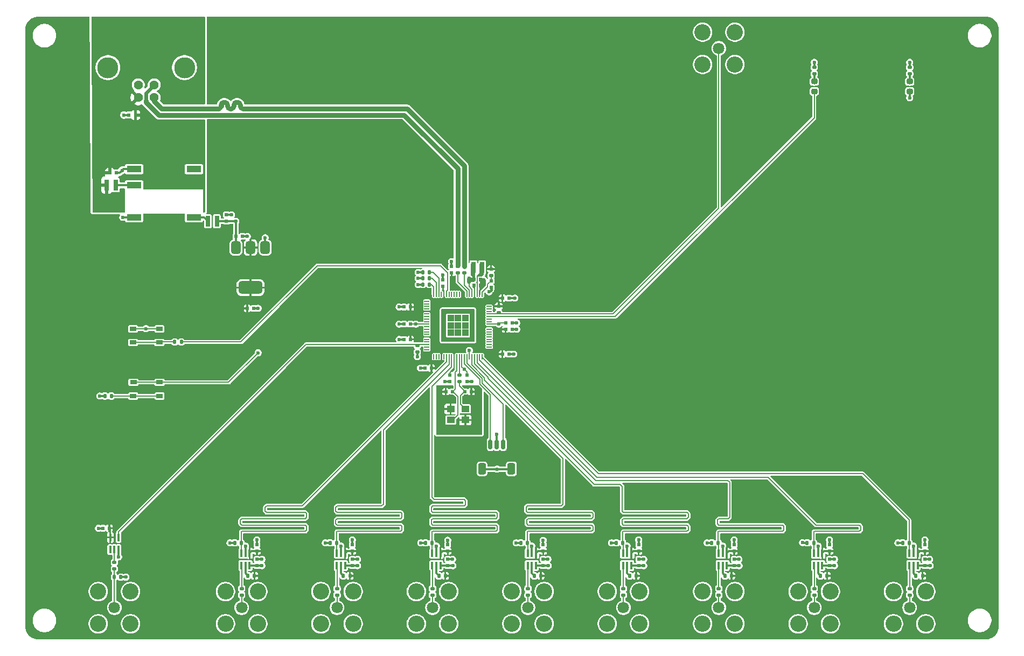
<source format=gbr>
%TF.GenerationSoftware,KiCad,Pcbnew,9.0.1*%
%TF.CreationDate,2025-12-28T11:24:26-06:00*%
%TF.ProjectId,opensync_prototype,6f70656e-7379-46e6-935f-70726f746f74,0.1*%
%TF.SameCoordinates,Original*%
%TF.FileFunction,Copper,L1,Top*%
%TF.FilePolarity,Positive*%
%FSLAX46Y46*%
G04 Gerber Fmt 4.6, Leading zero omitted, Abs format (unit mm)*
G04 Created by KiCad (PCBNEW 9.0.1) date 2025-12-28 11:24:26*
%MOMM*%
%LPD*%
G01*
G04 APERTURE LIST*
G04 Aperture macros list*
%AMRoundRect*
0 Rectangle with rounded corners*
0 $1 Rounding radius*
0 $2 $3 $4 $5 $6 $7 $8 $9 X,Y pos of 4 corners*
0 Add a 4 corners polygon primitive as box body*
4,1,4,$2,$3,$4,$5,$6,$7,$8,$9,$2,$3,0*
0 Add four circle primitives for the rounded corners*
1,1,$1+$1,$2,$3*
1,1,$1+$1,$4,$5*
1,1,$1+$1,$6,$7*
1,1,$1+$1,$8,$9*
0 Add four rect primitives between the rounded corners*
20,1,$1+$1,$2,$3,$4,$5,0*
20,1,$1+$1,$4,$5,$6,$7,0*
20,1,$1+$1,$6,$7,$8,$9,0*
20,1,$1+$1,$8,$9,$2,$3,0*%
G04 Aperture macros list end*
%TA.AperFunction,SMDPad,CuDef*%
%ADD10RoundRect,0.218750X-0.256250X0.218750X-0.256250X-0.218750X0.256250X-0.218750X0.256250X0.218750X0*%
%TD*%
%TA.AperFunction,SMDPad,CuDef*%
%ADD11RoundRect,0.135000X-0.185000X0.135000X-0.185000X-0.135000X0.185000X-0.135000X0.185000X0.135000X0*%
%TD*%
%TA.AperFunction,ComponentPad*%
%ADD12C,1.800000*%
%TD*%
%TA.AperFunction,ComponentPad*%
%ADD13C,2.550000*%
%TD*%
%TA.AperFunction,SMDPad,CuDef*%
%ADD14R,0.700000X1.700000*%
%TD*%
%TA.AperFunction,SMDPad,CuDef*%
%ADD15RoundRect,0.135000X0.135000X0.185000X-0.135000X0.185000X-0.135000X-0.185000X0.135000X-0.185000X0*%
%TD*%
%TA.AperFunction,SMDPad,CuDef*%
%ADD16R,0.530000X0.470000*%
%TD*%
%TA.AperFunction,SMDPad,CuDef*%
%ADD17R,0.470000X0.530000*%
%TD*%
%TA.AperFunction,SMDPad,CuDef*%
%ADD18RoundRect,0.150000X-0.150000X-0.625000X0.150000X-0.625000X0.150000X0.625000X-0.150000X0.625000X0*%
%TD*%
%TA.AperFunction,SMDPad,CuDef*%
%ADD19RoundRect,0.250000X-0.350000X-0.650000X0.350000X-0.650000X0.350000X0.650000X-0.350000X0.650000X0*%
%TD*%
%TA.AperFunction,SMDPad,CuDef*%
%ADD20RoundRect,0.050000X-0.150000X0.545000X-0.150000X-0.545000X0.150000X-0.545000X0.150000X0.545000X0*%
%TD*%
%TA.AperFunction,SMDPad,CuDef*%
%ADD21RoundRect,0.135000X-0.135000X-0.185000X0.135000X-0.185000X0.135000X0.185000X-0.135000X0.185000X0*%
%TD*%
%TA.AperFunction,SMDPad,CuDef*%
%ADD22R,1.050000X0.650000*%
%TD*%
%TA.AperFunction,ComponentPad*%
%ADD23C,1.428000*%
%TD*%
%TA.AperFunction,ComponentPad*%
%ADD24C,3.316000*%
%TD*%
%TA.AperFunction,SMDPad,CuDef*%
%ADD25RoundRect,0.050000X0.150000X-0.545000X0.150000X0.545000X-0.150000X0.545000X-0.150000X-0.545000X0*%
%TD*%
%TA.AperFunction,SMDPad,CuDef*%
%ADD26RoundRect,0.135000X0.185000X-0.135000X0.185000X0.135000X-0.185000X0.135000X-0.185000X-0.135000X0*%
%TD*%
%TA.AperFunction,SMDPad,CuDef*%
%ADD27R,2.300000X1.000000*%
%TD*%
%TA.AperFunction,SMDPad,CuDef*%
%ADD28RoundRect,0.055000X0.335000X-0.055000X0.335000X0.055000X-0.335000X0.055000X-0.335000X-0.055000X0*%
%TD*%
%TA.AperFunction,SMDPad,CuDef*%
%ADD29RoundRect,0.055000X-0.055000X-0.335000X0.055000X-0.335000X0.055000X0.335000X-0.055000X0.335000X0*%
%TD*%
%TA.AperFunction,ComponentPad*%
%ADD30C,0.600000*%
%TD*%
%TA.AperFunction,SMDPad,CuDef*%
%ADD31R,1.133333X1.133333*%
%TD*%
%TA.AperFunction,SMDPad,CuDef*%
%ADD32R,1.300000X1.050000*%
%TD*%
%TA.AperFunction,SMDPad,CuDef*%
%ADD33RoundRect,0.375000X-0.375000X0.625000X-0.375000X-0.625000X0.375000X-0.625000X0.375000X0.625000X0*%
%TD*%
%TA.AperFunction,SMDPad,CuDef*%
%ADD34RoundRect,0.500000X-1.400000X0.500000X-1.400000X-0.500000X1.400000X-0.500000X1.400000X0.500000X0*%
%TD*%
%TA.AperFunction,ViaPad*%
%ADD35C,0.600000*%
%TD*%
%TA.AperFunction,Conductor*%
%ADD36C,0.300000*%
%TD*%
%TA.AperFunction,Conductor*%
%ADD37C,0.156500*%
%TD*%
%TA.AperFunction,Conductor*%
%ADD38C,0.800000*%
%TD*%
%TA.AperFunction,Conductor*%
%ADD39C,0.600000*%
%TD*%
%TA.AperFunction,Conductor*%
%ADD40C,0.200000*%
%TD*%
%TA.AperFunction,Conductor*%
%ADD41C,0.400000*%
%TD*%
G04 APERTURE END LIST*
D10*
%TO.P,D2,1,K*%
%TO.N,Net-(D2-K)*%
X187000000Y-56212500D03*
%TO.P,D2,2,A*%
%TO.N,/Microcontroller and Ext. Clock/ERROR_LED*%
X187000000Y-57787500D03*
%TD*%
%TO.P,D1,1,K*%
%TO.N,Net-(D1-K)*%
X202000000Y-56212500D03*
%TO.P,D1,2,A*%
%TO.N,+5V*%
X202000000Y-57787500D03*
%TD*%
D11*
%TO.P,R14,1*%
%TO.N,GND*%
X187000000Y-53990000D03*
%TO.P,R14,2*%
%TO.N,Net-(D2-K)*%
X187000000Y-55010000D03*
%TD*%
%TO.P,R9,1*%
%TO.N,GND*%
X202000000Y-53990000D03*
%TO.P,R9,2*%
%TO.N,Net-(D1-K)*%
X202000000Y-55010000D03*
%TD*%
%TO.P,R8,1*%
%TO.N,+3V3*%
X137400000Y-91590000D03*
%TO.P,R8,2*%
%TO.N,/Microcontroller and Ext. Clock/SAFETY_INTERLOCK*%
X137400000Y-92610000D03*
%TD*%
D12*
%TO.P,J13,1*%
%TO.N,/Microcontroller and Ext. Clock/SAFETY_INTERLOCK*%
X172000000Y-51000000D03*
D13*
%TO.P,J13,2*%
%TO.N,GND*%
X174540000Y-53540000D03*
%TO.P,J13,3*%
X169460000Y-53540000D03*
%TO.P,J13,4*%
X169460000Y-48460000D03*
%TO.P,J13,5*%
X174540000Y-48460000D03*
%TD*%
D14*
%TO.P,L2,2,2*%
%TO.N,Net-(U3-+VIN)*%
X77200000Y-72500000D03*
%TO.P,L2,1,1*%
%TO.N,VBUS*%
X75800000Y-72500000D03*
%TD*%
D15*
%TO.P,R42,1*%
%TO.N,+3V3*%
X204010000Y-134000000D03*
%TO.P,R42,2*%
%TO.N,Net-(U12-DIR)*%
X202990000Y-134000000D03*
%TD*%
%TO.P,R32,1*%
%TO.N,+3V3*%
X129010000Y-134000000D03*
%TO.P,R32,2*%
%TO.N,Net-(U7-DIR)*%
X127990000Y-134000000D03*
%TD*%
D16*
%TO.P,C32,1*%
%TO.N,+3V3*%
X159400000Y-130115000D03*
%TO.P,C32,2*%
%TO.N,GND*%
X159400000Y-129085000D03*
%TD*%
D15*
%TO.P,R17,1*%
%TO.N,/Microcontroller and Ext. Clock/OUTPUT_1*%
X96910000Y-128800000D03*
%TO.P,R17,2*%
%TO.N,GND*%
X95890000Y-128800000D03*
%TD*%
D17*
%TO.P,C23,1*%
%TO.N,+3V3*%
X76215000Y-126500000D03*
%TO.P,C23,2*%
%TO.N,GND*%
X75185000Y-126500000D03*
%TD*%
D16*
%TO.P,C22,1*%
%TO.N,+5V*%
X94600000Y-78215000D03*
%TO.P,C22,2*%
%TO.N,GND*%
X94600000Y-77185000D03*
%TD*%
D15*
%TO.P,R30,1*%
%TO.N,+3V3*%
X114010000Y-134000000D03*
%TO.P,R30,2*%
%TO.N,Net-(U6-DIR)*%
X112990000Y-134000000D03*
%TD*%
D11*
%TO.P,R41,1*%
%TO.N,Net-(U11-B)*%
X187000000Y-135990000D03*
%TO.P,R41,2*%
%TO.N,Net-(J10-Pad1)*%
X187000000Y-137010000D03*
%TD*%
D15*
%TO.P,R24,1*%
%TO.N,/Microcontroller and Ext. Clock/OUTPUT_8*%
X201910000Y-128800000D03*
%TO.P,R24,2*%
%TO.N,GND*%
X200890000Y-128800000D03*
%TD*%
D16*
%TO.P,C5,1*%
%TO.N,Net-(U2-VREG_AVDD)*%
X136200000Y-87600000D03*
%TO.P,C5,2*%
%TO.N,GND*%
X136200000Y-88630000D03*
%TD*%
D15*
%TO.P,R23,1*%
%TO.N,/Microcontroller and Ext. Clock/OUTPUT_7*%
X186910000Y-128800000D03*
%TO.P,R23,2*%
%TO.N,GND*%
X185890000Y-128800000D03*
%TD*%
%TO.P,R18,1*%
%TO.N,/Microcontroller and Ext. Clock/OUTPUT_2*%
X111910000Y-128800000D03*
%TO.P,R18,2*%
%TO.N,GND*%
X110890000Y-128800000D03*
%TD*%
D17*
%TO.P,C4,1*%
%TO.N,+1V1*%
X133485000Y-87350000D03*
%TO.P,C4,2*%
%TO.N,GND*%
X134515000Y-87350000D03*
%TD*%
D18*
%TO.P,J12,1,Pin_1*%
%TO.N,/Microcontroller and Ext. Clock/SWCLK*%
X136100000Y-113300000D03*
%TO.P,J12,2,Pin_2*%
%TO.N,GND*%
X137100000Y-113300000D03*
%TO.P,J12,3,Pin_3*%
%TO.N,/Microcontroller and Ext. Clock/SWD*%
X138100000Y-113300000D03*
D19*
%TO.P,J12,MP,MountPin*%
%TO.N,GND*%
X134800000Y-117175000D03*
X139400000Y-117175000D03*
%TD*%
D17*
%TO.P,C3,1*%
%TO.N,GND*%
X133115000Y-105020000D03*
%TO.P,C3,2*%
%TO.N,Net-(C3-Pad2)*%
X132085000Y-105020000D03*
%TD*%
D20*
%TO.P,U6,1,VCCA*%
%TO.N,+3V3*%
X113250000Y-130440000D03*
%TO.P,U6,2,GND*%
%TO.N,GND*%
X112600000Y-130440000D03*
%TO.P,U6,3,A*%
%TO.N,/Microcontroller and Ext. Clock/OUTPUT_2*%
X111950000Y-130440000D03*
%TO.P,U6,4,B*%
%TO.N,Net-(U6-B)*%
X111950000Y-132360000D03*
%TO.P,U6,5,DIR*%
%TO.N,Net-(U6-DIR)*%
X112600000Y-132360000D03*
%TO.P,U6,6,VCCB*%
%TO.N,+5V*%
X113250000Y-132360000D03*
%TD*%
D17*
%TO.P,C18,1*%
%TO.N,VBUS*%
X80315000Y-61500000D03*
%TO.P,C18,2*%
%TO.N,GND_BUS*%
X79285000Y-61500000D03*
%TD*%
D15*
%TO.P,R36,1*%
%TO.N,+3V3*%
X159010000Y-134000000D03*
%TO.P,R36,2*%
%TO.N,Net-(U9-DIR)*%
X157990000Y-134000000D03*
%TD*%
D16*
%TO.P,C10,1*%
%TO.N,+3V3*%
X129700000Y-102385000D03*
%TO.P,C10,2*%
%TO.N,GND*%
X129700000Y-103415000D03*
%TD*%
D17*
%TO.P,C2,1*%
%TO.N,GND*%
X129085000Y-105020000D03*
%TO.P,C2,2*%
%TO.N,/Microcontroller and Ext. Clock/XIN*%
X130115000Y-105020000D03*
%TD*%
D16*
%TO.P,C29,1*%
%TO.N,+3V3*%
X144400000Y-130115000D03*
%TO.P,C29,2*%
%TO.N,GND*%
X144400000Y-129085000D03*
%TD*%
D14*
%TO.P,L1,1,1*%
%TO.N,+1V1*%
X133410000Y-85450000D03*
%TO.P,L1,2,2*%
%TO.N,/Microcontroller and Ext. Clock/VREG_LX*%
X134810000Y-85450000D03*
%TD*%
D15*
%TO.P,R28,1*%
%TO.N,+3V3*%
X99010000Y-134000000D03*
%TO.P,R28,2*%
%TO.N,Net-(U5-DIR)*%
X97990000Y-134000000D03*
%TD*%
D20*
%TO.P,U10,1,VCCA*%
%TO.N,+3V3*%
X173250000Y-130440000D03*
%TO.P,U10,2,GND*%
%TO.N,GND*%
X172600000Y-130440000D03*
%TO.P,U10,3,A*%
%TO.N,/Microcontroller and Ext. Clock/OUTPUT_6*%
X171950000Y-130440000D03*
%TO.P,U10,4,B*%
%TO.N,Net-(U10-B)*%
X171950000Y-132360000D03*
%TO.P,U10,5,DIR*%
%TO.N,Net-(U10-DIR)*%
X172600000Y-132360000D03*
%TO.P,U10,6,VCCB*%
%TO.N,+5V*%
X173250000Y-132360000D03*
%TD*%
%TO.P,U8,1,VCCA*%
%TO.N,+3V3*%
X143250000Y-130440000D03*
%TO.P,U8,2,GND*%
%TO.N,GND*%
X142600000Y-130440000D03*
%TO.P,U8,3,A*%
%TO.N,/Microcontroller and Ext. Clock/OUTPUT_4*%
X141950000Y-130440000D03*
%TO.P,U8,4,B*%
%TO.N,Net-(U8-B)*%
X141950000Y-132360000D03*
%TO.P,U8,5,DIR*%
%TO.N,Net-(U8-DIR)*%
X142600000Y-132360000D03*
%TO.P,U8,6,VCCB*%
%TO.N,+5V*%
X143250000Y-132360000D03*
%TD*%
D21*
%TO.P,R10,1*%
%TO.N,GND*%
X125490000Y-87200000D03*
%TO.P,R10,2*%
%TO.N,/Microcontroller and Ext. Clock/CLOCK_2*%
X126510000Y-87200000D03*
%TD*%
D17*
%TO.P,C19,1*%
%TO.N,+5V*%
X96085000Y-80600000D03*
%TO.P,C19,2*%
%TO.N,GND*%
X97115000Y-80600000D03*
%TD*%
D21*
%TO.P,R6,1*%
%TO.N,GND*%
X125490000Y-88150000D03*
%TO.P,R6,2*%
%TO.N,/Microcontroller and Ext. Clock/CLOCK_3*%
X126510000Y-88150000D03*
%TD*%
D11*
%TO.P,R12,1*%
%TO.N,/Power and Data/USB_D-*%
X132000000Y-85290000D03*
%TO.P,R12,2*%
%TO.N,Net-(U2-USB_DM)*%
X132000000Y-86310000D03*
%TD*%
D15*
%TO.P,R34,1*%
%TO.N,+3V3*%
X144010000Y-134000000D03*
%TO.P,R34,2*%
%TO.N,Net-(U8-DIR)*%
X142990000Y-134000000D03*
%TD*%
D17*
%TO.P,C6,1*%
%TO.N,+1V1*%
X123515000Y-94400000D03*
%TO.P,C6,2*%
%TO.N,GND*%
X122485000Y-94400000D03*
%TD*%
D22*
%TO.P,SW2,1,1*%
%TO.N,Net-(R3-Pad1)*%
X84100000Y-105700000D03*
X79950000Y-105700000D03*
%TO.P,SW2,2,2*%
%TO.N,/Microcontroller and Ext. Clock/RUN*%
X84100000Y-103550000D03*
X79975000Y-103550000D03*
%TD*%
D17*
%TO.P,C1,1*%
%TO.N,+3V3*%
X133485000Y-88300000D03*
%TO.P,C1,2*%
%TO.N,GND*%
X134515000Y-88300000D03*
%TD*%
D15*
%TO.P,R19,1*%
%TO.N,/Microcontroller and Ext. Clock/OUTPUT_3*%
X126910000Y-128800000D03*
%TO.P,R19,2*%
%TO.N,GND*%
X125890000Y-128800000D03*
%TD*%
%TO.P,R38,1*%
%TO.N,+3V3*%
X174010000Y-134000000D03*
%TO.P,R38,2*%
%TO.N,Net-(U10-DIR)*%
X172990000Y-134000000D03*
%TD*%
D11*
%TO.P,R35,1*%
%TO.N,Net-(U8-B)*%
X142000000Y-135990000D03*
%TO.P,R35,2*%
%TO.N,Net-(J7-Pad1)*%
X142000000Y-137010000D03*
%TD*%
D15*
%TO.P,R3,1*%
%TO.N,Net-(R3-Pad1)*%
X76510000Y-105700000D03*
%TO.P,R3,2*%
%TO.N,GND*%
X75490000Y-105700000D03*
%TD*%
D17*
%TO.P,C16,1*%
%TO.N,+3V3*%
X138485000Y-95200000D03*
%TO.P,C16,2*%
%TO.N,GND*%
X139515000Y-95200000D03*
%TD*%
D16*
%TO.P,C33,1*%
%TO.N,+3V3*%
X189400000Y-130115000D03*
%TO.P,C33,2*%
%TO.N,GND*%
X189400000Y-129085000D03*
%TD*%
D14*
%TO.P,L3,1,1*%
%TO.N,Net-(U3-+VOUT)*%
X91700000Y-78200000D03*
%TO.P,L3,2,2*%
%TO.N,+5V*%
X93100000Y-78200000D03*
%TD*%
D11*
%TO.P,R37,1*%
%TO.N,Net-(U9-B)*%
X157000000Y-135990000D03*
%TO.P,R37,2*%
%TO.N,Net-(J8-Pad1)*%
X157000000Y-137010000D03*
%TD*%
%TO.P,R11,1*%
%TO.N,/Power and Data/USB_D+*%
X131000000Y-85290000D03*
%TO.P,R11,2*%
%TO.N,Net-(U2-USB_DP)*%
X131000000Y-86310000D03*
%TD*%
%TO.P,R29,1*%
%TO.N,Net-(U5-B)*%
X97000000Y-135990000D03*
%TO.P,R29,2*%
%TO.N,Net-(J4-Pad1)*%
X97000000Y-137010000D03*
%TD*%
%TO.P,R31,1*%
%TO.N,Net-(U6-B)*%
X112000000Y-135990000D03*
%TO.P,R31,2*%
%TO.N,Net-(J5-Pad1)*%
X112000000Y-137010000D03*
%TD*%
%TO.P,R33,1*%
%TO.N,Net-(U7-B)*%
X127000000Y-135990000D03*
%TO.P,R33,2*%
%TO.N,Net-(J6-Pad1)*%
X127000000Y-137010000D03*
%TD*%
D16*
%TO.P,C39,1*%
%TO.N,+5V*%
X204400000Y-132415000D03*
%TO.P,C39,2*%
%TO.N,GND*%
X204400000Y-131385000D03*
%TD*%
D15*
%TO.P,R4,1*%
%TO.N,/Microcontroller and Ext. Clock/QSPI_SS*%
X87510000Y-97200000D03*
%TO.P,R4,2*%
%TO.N,Net-(R4-Pad2)*%
X86490000Y-97200000D03*
%TD*%
%TO.P,R40,1*%
%TO.N,+3V3*%
X189010000Y-134000000D03*
%TO.P,R40,2*%
%TO.N,Net-(U11-DIR)*%
X187990000Y-134000000D03*
%TD*%
D21*
%TO.P,R27,1*%
%TO.N,Net-(J2-Pad1)*%
X76990000Y-134200000D03*
%TO.P,R27,2*%
%TO.N,GND*%
X78010000Y-134200000D03*
%TD*%
D15*
%TO.P,R21,1*%
%TO.N,/Microcontroller and Ext. Clock/OUTPUT_5*%
X156910000Y-128800000D03*
%TO.P,R21,2*%
%TO.N,GND*%
X155890000Y-128800000D03*
%TD*%
D20*
%TO.P,U5,1,VCCA*%
%TO.N,+3V3*%
X98250000Y-130440000D03*
%TO.P,U5,2,GND*%
%TO.N,GND*%
X97600000Y-130440000D03*
%TO.P,U5,3,A*%
%TO.N,/Microcontroller and Ext. Clock/OUTPUT_1*%
X96950000Y-130440000D03*
%TO.P,U5,4,B*%
%TO.N,Net-(U5-B)*%
X96950000Y-132360000D03*
%TO.P,U5,5,DIR*%
%TO.N,Net-(U5-DIR)*%
X97600000Y-132360000D03*
%TO.P,U5,6,VCCB*%
%TO.N,+5V*%
X98250000Y-132360000D03*
%TD*%
D16*
%TO.P,C25,1*%
%TO.N,+3V3*%
X129400000Y-130115000D03*
%TO.P,C25,2*%
%TO.N,GND*%
X129400000Y-129085000D03*
%TD*%
D20*
%TO.P,U7,1,VCCA*%
%TO.N,+3V3*%
X128250000Y-130440000D03*
%TO.P,U7,2,GND*%
%TO.N,GND*%
X127600000Y-130440000D03*
%TO.P,U7,3,A*%
%TO.N,/Microcontroller and Ext. Clock/OUTPUT_3*%
X126950000Y-130440000D03*
%TO.P,U7,4,B*%
%TO.N,Net-(U7-B)*%
X126950000Y-132360000D03*
%TO.P,U7,5,DIR*%
%TO.N,Net-(U7-DIR)*%
X127600000Y-132360000D03*
%TO.P,U7,6,VCCB*%
%TO.N,+5V*%
X128250000Y-132360000D03*
%TD*%
D23*
%TO.P,J1,1,VBUS*%
%TO.N,VBUS*%
X80750000Y-58740000D03*
%TO.P,J1,2,D-*%
%TO.N,/Power and Data/USB_D-*%
X83250000Y-58740000D03*
%TO.P,J1,3,D+*%
%TO.N,/Power and Data/USB_D+*%
X83250000Y-56740000D03*
%TO.P,J1,4,GND*%
%TO.N,GND_BUS*%
X80750000Y-56740000D03*
D24*
%TO.P,J1,S1*%
X88020000Y-54030000D03*
%TO.P,J1,S2*%
X75980000Y-54030000D03*
%TD*%
D17*
%TO.P,C12,1*%
%TO.N,+3V3*%
X123515000Y-91700000D03*
%TO.P,C12,2*%
%TO.N,GND*%
X122485000Y-91700000D03*
%TD*%
D15*
%TO.P,R20,1*%
%TO.N,/Microcontroller and Ext. Clock/OUTPUT_4*%
X141910000Y-128800000D03*
%TO.P,R20,2*%
%TO.N,GND*%
X140890000Y-128800000D03*
%TD*%
D20*
%TO.P,U9,1,VCCA*%
%TO.N,+3V3*%
X158250000Y-130440000D03*
%TO.P,U9,2,GND*%
%TO.N,GND*%
X157600000Y-130440000D03*
%TO.P,U9,3,A*%
%TO.N,/Microcontroller and Ext. Clock/OUTPUT_5*%
X156950000Y-130440000D03*
%TO.P,U9,4,B*%
%TO.N,Net-(U9-B)*%
X156950000Y-132360000D03*
%TO.P,U9,5,DIR*%
%TO.N,Net-(U9-DIR)*%
X157600000Y-132360000D03*
%TO.P,U9,6,VCCB*%
%TO.N,+5V*%
X158250000Y-132360000D03*
%TD*%
D17*
%TO.P,C13,1*%
%TO.N,+3V3*%
X123515000Y-96800000D03*
%TO.P,C13,2*%
%TO.N,GND*%
X122485000Y-96800000D03*
%TD*%
D25*
%TO.P,U4,1*%
%TO.N,N/C*%
X76350000Y-129860000D03*
%TO.P,U4,2,A*%
%TO.N,Net-(U4-A)*%
X77000000Y-129860000D03*
%TO.P,U4,3,GND*%
%TO.N,GND*%
X77650000Y-129860000D03*
%TO.P,U4,4,Y*%
%TO.N,/Microcontroller and Ext. Clock/TRIGGER_1*%
X77650000Y-127940000D03*
%TO.P,U4,5,VCC*%
%TO.N,+3V3*%
X76350000Y-127940000D03*
%TD*%
D16*
%TO.P,C26,1*%
%TO.N,+5V*%
X99400000Y-132415000D03*
%TO.P,C26,2*%
%TO.N,GND*%
X99400000Y-131385000D03*
%TD*%
D21*
%TO.P,R5,1*%
%TO.N,GND*%
X125490000Y-86250000D03*
%TO.P,R5,2*%
%TO.N,/Microcontroller and Ext. Clock/CLOCK_1*%
X126510000Y-86250000D03*
%TD*%
D20*
%TO.P,U12,1,VCCA*%
%TO.N,+3V3*%
X203250000Y-130440000D03*
%TO.P,U12,2,GND*%
%TO.N,GND*%
X202600000Y-130440000D03*
%TO.P,U12,3,A*%
%TO.N,/Microcontroller and Ext. Clock/OUTPUT_8*%
X201950000Y-130440000D03*
%TO.P,U12,4,B*%
%TO.N,Net-(U12-B)*%
X201950000Y-132360000D03*
%TO.P,U12,5,DIR*%
%TO.N,Net-(U12-DIR)*%
X202600000Y-132360000D03*
%TO.P,U12,6,VCCB*%
%TO.N,+5V*%
X203250000Y-132360000D03*
%TD*%
D11*
%TO.P,R1,1*%
%TO.N,+3V3*%
X136200000Y-85740000D03*
%TO.P,R1,2*%
%TO.N,Net-(U2-VREG_AVDD)*%
X136200000Y-86760000D03*
%TD*%
D16*
%TO.P,C36,1*%
%TO.N,+3V3*%
X174400000Y-130115000D03*
%TO.P,C36,2*%
%TO.N,GND*%
X174400000Y-129085000D03*
%TD*%
%TO.P,C9,1*%
%TO.N,+3V3*%
X130000000Y-86315000D03*
%TO.P,C9,2*%
%TO.N,GND*%
X130000000Y-85285000D03*
%TD*%
%TO.P,C28,1*%
%TO.N,+3V3*%
X114400000Y-130115000D03*
%TO.P,C28,2*%
%TO.N,GND*%
X114400000Y-129085000D03*
%TD*%
D17*
%TO.P,C15,1*%
%TO.N,+3V3*%
X137985000Y-99100000D03*
%TO.P,C15,2*%
%TO.N,GND*%
X139015000Y-99100000D03*
%TD*%
D16*
%TO.P,C31,1*%
%TO.N,+5V*%
X144400000Y-132415000D03*
%TO.P,C31,2*%
%TO.N,GND*%
X144400000Y-131385000D03*
%TD*%
%TO.P,C27,1*%
%TO.N,+5V*%
X129400000Y-132415000D03*
%TO.P,C27,2*%
%TO.N,GND*%
X129400000Y-131385000D03*
%TD*%
D20*
%TO.P,U11,1,VCCA*%
%TO.N,+3V3*%
X188250000Y-130440000D03*
%TO.P,U11,2,GND*%
%TO.N,GND*%
X187600000Y-130440000D03*
%TO.P,U11,3,A*%
%TO.N,/Microcontroller and Ext. Clock/OUTPUT_7*%
X186950000Y-130440000D03*
%TO.P,U11,4,B*%
%TO.N,Net-(U11-B)*%
X186950000Y-132360000D03*
%TO.P,U11,5,DIR*%
%TO.N,Net-(U11-DIR)*%
X187600000Y-132360000D03*
%TO.P,U11,6,VCCB*%
%TO.N,+5V*%
X188250000Y-132360000D03*
%TD*%
D11*
%TO.P,R43,1*%
%TO.N,Net-(U12-B)*%
X202000000Y-135990000D03*
%TO.P,R43,2*%
%TO.N,Net-(J11-Pad1)*%
X202000000Y-137010000D03*
%TD*%
D17*
%TO.P,C20,1*%
%TO.N,GND_BUS*%
X77315000Y-70600000D03*
%TO.P,C20,2*%
%TO.N,VBUS*%
X76285000Y-70600000D03*
%TD*%
%TO.P,C8,1*%
%TO.N,+1V1*%
X138485000Y-94200000D03*
%TO.P,C8,2*%
%TO.N,GND*%
X139515000Y-94200000D03*
%TD*%
D16*
%TO.P,C34,1*%
%TO.N,+5V*%
X159400000Y-132415000D03*
%TO.P,C34,2*%
%TO.N,GND*%
X159400000Y-131385000D03*
%TD*%
%TO.P,C7,1*%
%TO.N,+1V1*%
X132400000Y-102385000D03*
%TO.P,C7,2*%
%TO.N,GND*%
X132400000Y-103415000D03*
%TD*%
D26*
%TO.P,R13,1*%
%TO.N,Net-(J2-Pad1)*%
X77000000Y-132910000D03*
%TO.P,R13,2*%
%TO.N,Net-(U4-A)*%
X77000000Y-131890000D03*
%TD*%
D16*
%TO.P,C35,1*%
%TO.N,+5V*%
X189400000Y-132415000D03*
%TO.P,C35,2*%
%TO.N,GND*%
X189400000Y-131385000D03*
%TD*%
D22*
%TO.P,SW1,1,1*%
%TO.N,GND*%
X79925000Y-95125000D03*
X84075000Y-95125000D03*
%TO.P,SW1,2,2*%
%TO.N,Net-(R4-Pad2)*%
X79925000Y-97275000D03*
X84050000Y-97275000D03*
%TD*%
D16*
%TO.P,C38,1*%
%TO.N,+5V*%
X174400000Y-132415000D03*
%TO.P,C38,2*%
%TO.N,GND*%
X174400000Y-131385000D03*
%TD*%
D27*
%TO.P,U3,1,-VIN*%
%TO.N,GND_BUS*%
X80100000Y-70020000D03*
%TO.P,U3,3,+VIN*%
%TO.N,Net-(U3-+VIN)*%
X80100000Y-72560000D03*
%TO.P,U3,7,-VOUT*%
%TO.N,GND*%
X80100000Y-77640000D03*
%TO.P,U3,8,+VOUT*%
%TO.N,Net-(U3-+VOUT)*%
X89500000Y-77640000D03*
%TO.P,U3,14,NC*%
%TO.N,unconnected-(U3-NC-Pad14)*%
X89500000Y-70020000D03*
%TD*%
D16*
%TO.P,C37,1*%
%TO.N,+3V3*%
X204400000Y-130115000D03*
%TO.P,C37,2*%
%TO.N,GND*%
X204400000Y-129085000D03*
%TD*%
%TO.P,C11,1*%
%TO.N,+3V3*%
X128650000Y-88465000D03*
%TO.P,C11,2*%
%TO.N,GND*%
X128650000Y-87435000D03*
%TD*%
%TO.P,C24,1*%
%TO.N,+3V3*%
X99400000Y-130115000D03*
%TO.P,C24,2*%
%TO.N,GND*%
X99400000Y-129085000D03*
%TD*%
D26*
%TO.P,R2,1*%
%TO.N,Net-(C3-Pad2)*%
X131200000Y-103410000D03*
%TO.P,R2,2*%
%TO.N,/Microcontroller and Ext. Clock/XOUT*%
X131200000Y-102390000D03*
%TD*%
D28*
%TO.P,U2,1,GPIO4*%
%TO.N,unconnected-(U2-GPIO4-Pad1)*%
X126103500Y-90800000D03*
%TO.P,U2,2,GPIO5*%
%TO.N,unconnected-(U2-GPIO5-Pad2)*%
X126103500Y-91200000D03*
%TO.P,U2,3,GPIO6*%
%TO.N,unconnected-(U2-GPIO6-Pad3)*%
X126103500Y-91600000D03*
%TO.P,U2,4,GPIO7*%
%TO.N,unconnected-(U2-GPIO7-Pad4)*%
X126103500Y-92000000D03*
%TO.P,U2,5,IOVDD*%
%TO.N,+3V3*%
X126103500Y-92400000D03*
%TO.P,U2,6,GPIO8*%
%TO.N,unconnected-(U2-GPIO8-Pad6)*%
X126103500Y-92800000D03*
%TO.P,U2,7,GPIO9*%
%TO.N,unconnected-(U2-GPIO9-Pad7)*%
X126103500Y-93200000D03*
%TO.P,U2,8,GPIO10*%
%TO.N,unconnected-(U2-GPIO10-Pad8)*%
X126103500Y-93600000D03*
%TO.P,U2,9,GPIO11*%
%TO.N,unconnected-(U2-GPIO11-Pad9)*%
X126103500Y-94000000D03*
%TO.P,U2,10,DVDD*%
%TO.N,+1V1*%
X126103500Y-94400000D03*
%TO.P,U2,11,GPIO12*%
%TO.N,unconnected-(U2-GPIO12-Pad11)*%
X126103500Y-94800000D03*
%TO.P,U2,12,GPIO13*%
%TO.N,unconnected-(U2-GPIO13-Pad12)*%
X126103500Y-95200000D03*
%TO.P,U2,13,GPIO14*%
%TO.N,unconnected-(U2-GPIO14-Pad13)*%
X126103500Y-95600000D03*
%TO.P,U2,14,GPIO15*%
%TO.N,unconnected-(U2-GPIO15-Pad14)*%
X126103500Y-96000000D03*
%TO.P,U2,15,IOVDD*%
%TO.N,+3V3*%
X126103500Y-96400000D03*
%TO.P,U2,16,GPIO16*%
%TO.N,unconnected-(U2-GPIO16-Pad16)*%
X126103500Y-96800000D03*
%TO.P,U2,17,GPIO17*%
%TO.N,unconnected-(U2-GPIO17-Pad17)*%
X126103500Y-97200000D03*
%TO.P,U2,18,GPIO18*%
%TO.N,/Microcontroller and Ext. Clock/TRIGGER_1*%
X126103500Y-97600000D03*
%TO.P,U2,19,GPIO19*%
%TO.N,unconnected-(U2-GPIO19-Pad19)*%
X126103500Y-98000000D03*
%TO.P,U2,20,GPIO20*%
%TO.N,unconnected-(U2-GPIO20-Pad20)*%
X126103500Y-98400000D03*
D29*
%TO.P,U2,21,GPIO21*%
%TO.N,unconnected-(U2-GPIO21-Pad21)*%
X127200000Y-99496500D03*
%TO.P,U2,22,GPIO22*%
%TO.N,unconnected-(U2-GPIO22-Pad22)*%
X127600000Y-99496500D03*
%TO.P,U2,23,GPIO23*%
%TO.N,unconnected-(U2-GPIO23-Pad23)*%
X128000000Y-99496500D03*
%TO.P,U2,24,IOVDD*%
%TO.N,+3V3*%
X128400000Y-99496500D03*
%TO.P,U2,25,GPIO24*%
%TO.N,unconnected-(U2-GPIO24-Pad25)*%
X128800000Y-99496500D03*
%TO.P,U2,26,GPIO25*%
%TO.N,/Microcontroller and Ext. Clock/OUTPUT_1*%
X129200000Y-99496500D03*
%TO.P,U2,27,GPIO26*%
%TO.N,/Microcontroller and Ext. Clock/OUTPUT_2*%
X129600000Y-99496500D03*
%TO.P,U2,28,GPIO27*%
%TO.N,/Microcontroller and Ext. Clock/OUTPUT_3*%
X130000000Y-99496500D03*
%TO.P,U2,29,IOVDD*%
%TO.N,+3V3*%
X130400000Y-99496500D03*
%TO.P,U2,30,XIN*%
%TO.N,/Microcontroller and Ext. Clock/XIN*%
X130800000Y-99496500D03*
%TO.P,U2,31,XOUT*%
%TO.N,/Microcontroller and Ext. Clock/XOUT*%
X131200000Y-99496500D03*
%TO.P,U2,32,DVDD*%
%TO.N,+1V1*%
X131600000Y-99496500D03*
%TO.P,U2,33,SWCLK*%
%TO.N,/Microcontroller and Ext. Clock/SWCLK*%
X132000000Y-99496500D03*
%TO.P,U2,34,SWD*%
%TO.N,/Microcontroller and Ext. Clock/SWD*%
X132400000Y-99496500D03*
%TO.P,U2,35,RUN*%
%TO.N,/Microcontroller and Ext. Clock/RUN*%
X132800000Y-99496500D03*
%TO.P,U2,36,GPIO28*%
%TO.N,/Microcontroller and Ext. Clock/OUTPUT_4*%
X133200000Y-99496500D03*
%TO.P,U2,37,GPIO29*%
%TO.N,/Microcontroller and Ext. Clock/OUTPUT_5*%
X133600000Y-99496500D03*
%TO.P,U2,38,GPIO30*%
%TO.N,/Microcontroller and Ext. Clock/OUTPUT_6*%
X134000000Y-99496500D03*
%TO.P,U2,39,GPIO31*%
%TO.N,/Microcontroller and Ext. Clock/OUTPUT_7*%
X134400000Y-99496500D03*
%TO.P,U2,40,GPIO32*%
%TO.N,/Microcontroller and Ext. Clock/OUTPUT_8*%
X134800000Y-99496500D03*
D28*
%TO.P,U2,41,IOVDD*%
%TO.N,+3V3*%
X135896500Y-98400000D03*
%TO.P,U2,42,GPIO33*%
%TO.N,/Microcontroller and Ext. Clock/OUTPUT_9*%
X135896500Y-98000000D03*
%TO.P,U2,43,GPIO34*%
%TO.N,/Microcontroller and Ext. Clock/OUTPUT_10*%
X135896500Y-97600000D03*
%TO.P,U2,44,GPIO35*%
%TO.N,/Microcontroller and Ext. Clock/OUTPUT_11*%
X135896500Y-97200000D03*
%TO.P,U2,45,GPIO36*%
%TO.N,/Microcontroller and Ext. Clock/OUTPUT_12*%
X135896500Y-96800000D03*
%TO.P,U2,46,GPIO37*%
%TO.N,/Microcontroller and Ext. Clock/OUTPUT_13*%
X135896500Y-96400000D03*
%TO.P,U2,47,GPIO38*%
%TO.N,/Microcontroller and Ext. Clock/OUTPUT_14*%
X135896500Y-96000000D03*
%TO.P,U2,48,GPIO39*%
%TO.N,/Microcontroller and Ext. Clock/OUTPUT_15*%
X135896500Y-95600000D03*
%TO.P,U2,49,GPIO40_ADC0*%
%TO.N,/Microcontroller and Ext. Clock/OUTPUT_16*%
X135896500Y-95200000D03*
%TO.P,U2,50,IOVDD*%
%TO.N,+3V3*%
X135896500Y-94800000D03*
%TO.P,U2,51,DVDD*%
%TO.N,+1V1*%
X135896500Y-94400000D03*
%TO.P,U2,52,GPIO41_ADC1*%
%TO.N,unconnected-(U2-GPIO41_ADC1-Pad52)*%
X135896500Y-94000000D03*
%TO.P,U2,53,GPIO42_ADC2*%
%TO.N,unconnected-(U2-GPIO42_ADC2-Pad53)*%
X135896500Y-93600000D03*
%TO.P,U2,54,GPIO43_ADC3*%
%TO.N,/Microcontroller and Ext. Clock/ERROR_LED*%
X135896500Y-93200000D03*
%TO.P,U2,55,GPIO44_ADC4*%
%TO.N,/Microcontroller and Ext. Clock/SAFETY_INTERLOCK*%
X135896500Y-92800000D03*
%TO.P,U2,56,GPIO45_ADC5*%
%TO.N,unconnected-(U2-GPIO45_ADC5-Pad56)*%
X135896500Y-92400000D03*
%TO.P,U2,57,GPIO46_ADC6*%
%TO.N,unconnected-(U2-GPIO46_ADC6-Pad57)*%
X135896500Y-92000000D03*
%TO.P,U2,58,GPIO47_ADC7*%
%TO.N,unconnected-(U2-GPIO47_ADC7-Pad58)*%
X135896500Y-91600000D03*
%TO.P,U2,59,ADC_AVDD*%
%TO.N,+3V3*%
X135896500Y-91200000D03*
%TO.P,U2,60,IOVDD*%
X135896500Y-90800000D03*
D29*
%TO.P,U2,61,VREG_AVDD*%
%TO.N,Net-(U2-VREG_AVDD)*%
X134800000Y-89703500D03*
%TO.P,U2,62,VREG_PGND*%
%TO.N,GND*%
X134400000Y-89703500D03*
%TO.P,U2,63,VREG_LX*%
%TO.N,/Microcontroller and Ext. Clock/VREG_LX*%
X134000000Y-89703500D03*
%TO.P,U2,64,VREG_VIN*%
%TO.N,+3V3*%
X133600000Y-89703500D03*
%TO.P,U2,65,VREG_FB*%
%TO.N,+1V1*%
X133200000Y-89703500D03*
%TO.P,U2,66,USB_DM*%
%TO.N,Net-(U2-USB_DM)*%
X132800000Y-89703500D03*
%TO.P,U2,67,USB_DP*%
%TO.N,Net-(U2-USB_DP)*%
X132400000Y-89703500D03*
%TO.P,U2,68,USB_OTP_VDD*%
%TO.N,+3V3*%
X132000000Y-89703500D03*
%TO.P,U2,69,QSPI_IOVDD*%
X131600000Y-89703500D03*
%TO.P,U2,70,QSPI_SD3*%
%TO.N,/Microcontroller and Ext. Clock/QSPI_SD3*%
X131200000Y-89703500D03*
%TO.P,U2,71,QSPI_SCLK*%
%TO.N,/Microcontroller and Ext. Clock/QSPI_SCLK*%
X130800000Y-89703500D03*
%TO.P,U2,72,QSPI_SD0*%
%TO.N,/Microcontroller and Ext. Clock/QSPI_SD0*%
X130400000Y-89703500D03*
%TO.P,U2,73,QSPI_SD2*%
%TO.N,/Microcontroller and Ext. Clock/QSPI_SD2*%
X130000000Y-89703500D03*
%TO.P,U2,74,QSPI_SD1*%
%TO.N,/Microcontroller and Ext. Clock/QSPI_SD1*%
X129600000Y-89703500D03*
%TO.P,U2,75,QSPI_SS*%
%TO.N,/Microcontroller and Ext. Clock/QSPI_SS*%
X129200000Y-89703500D03*
%TO.P,U2,76,IOVDD*%
%TO.N,+3V3*%
X128800000Y-89703500D03*
%TO.P,U2,77,GPIO0*%
%TO.N,unconnected-(U2-GPIO0-Pad77)*%
X128400000Y-89703500D03*
%TO.P,U2,78,GPIO1*%
%TO.N,/Microcontroller and Ext. Clock/CLOCK_1*%
X128000000Y-89703500D03*
%TO.P,U2,79,GPIO2*%
%TO.N,/Microcontroller and Ext. Clock/CLOCK_2*%
X127600000Y-89703500D03*
%TO.P,U2,80,GPIO3*%
%TO.N,/Microcontroller and Ext. Clock/CLOCK_3*%
X127200000Y-89703500D03*
D30*
%TO.P,U2,81,GND*%
%TO.N,GND*%
X129866667Y-93466667D03*
D31*
X129866667Y-93466667D03*
D30*
X129866667Y-94600000D03*
D31*
X129866667Y-94600000D03*
D30*
X129866667Y-95733333D03*
D31*
X129866667Y-95733333D03*
D30*
X131000000Y-93466667D03*
D31*
X131000000Y-93466667D03*
D30*
X131000000Y-94600000D03*
D31*
X131000000Y-94600000D03*
D30*
X131000000Y-95733333D03*
D31*
X131000000Y-95733333D03*
D30*
X132133333Y-93466667D03*
D31*
X132133333Y-93466667D03*
D30*
X132133333Y-94600000D03*
D31*
X132133333Y-94600000D03*
D30*
X132133333Y-95733333D03*
D31*
X132133333Y-95733333D03*
%TD*%
D11*
%TO.P,R39,1*%
%TO.N,Net-(U10-B)*%
X172000000Y-135990000D03*
%TO.P,R39,2*%
%TO.N,Net-(J9-Pad1)*%
X172000000Y-137010000D03*
%TD*%
D32*
%TO.P,Y1,1*%
%TO.N,/Microcontroller and Ext. Clock/XIN*%
X129850000Y-109475000D03*
%TO.P,Y1,2,GND*%
%TO.N,GND*%
X132150000Y-109475000D03*
%TO.P,Y1,3*%
%TO.N,Net-(C3-Pad2)*%
X132150000Y-107725000D03*
%TO.P,Y1,4,GND*%
%TO.N,GND*%
X129850000Y-107725000D03*
%TD*%
D17*
%TO.P,C17,1*%
%TO.N,+3V3*%
X126815000Y-101300000D03*
%TO.P,C17,2*%
%TO.N,GND*%
X125785000Y-101300000D03*
%TD*%
D16*
%TO.P,C30,1*%
%TO.N,+5V*%
X114400000Y-132415000D03*
%TO.P,C30,2*%
%TO.N,GND*%
X114400000Y-131385000D03*
%TD*%
D33*
%TO.P,U1,1,GND*%
%TO.N,GND*%
X100700000Y-82350000D03*
%TO.P,U1,2,VO*%
%TO.N,+3V3*%
X98400000Y-82350000D03*
D34*
X98400000Y-88650000D03*
D33*
%TO.P,U1,3,VI*%
%TO.N,+5V*%
X96100000Y-82350000D03*
%TD*%
D17*
%TO.P,C14,1*%
%TO.N,+3V3*%
X137985000Y-90300000D03*
%TO.P,C14,2*%
%TO.N,GND*%
X139015000Y-90300000D03*
%TD*%
D15*
%TO.P,R22,1*%
%TO.N,/Microcontroller and Ext. Clock/OUTPUT_6*%
X171910000Y-128800000D03*
%TO.P,R22,2*%
%TO.N,GND*%
X170890000Y-128800000D03*
%TD*%
D17*
%TO.P,C21,1*%
%TO.N,+3V3*%
X97887500Y-91900000D03*
%TO.P,C21,2*%
%TO.N,GND*%
X98917500Y-91900000D03*
%TD*%
D11*
%TO.P,R7,1*%
%TO.N,/Microcontroller and Ext. Clock/TRIGGER_1*%
X124600000Y-97790000D03*
%TO.P,R7,2*%
%TO.N,GND*%
X124600000Y-98810000D03*
%TD*%
D12*
%TO.P,J6,1*%
%TO.N,Net-(J6-Pad1)*%
X127000000Y-139000000D03*
D13*
%TO.P,J6,2*%
%TO.N,GND*%
X129540000Y-136460000D03*
%TO.P,J6,3*%
X124460000Y-136460000D03*
%TO.P,J6,4*%
X124460000Y-141540000D03*
%TO.P,J6,5*%
X129540000Y-141540000D03*
%TD*%
D12*
%TO.P,J10,1*%
%TO.N,Net-(J10-Pad1)*%
X187000000Y-139000000D03*
D13*
%TO.P,J10,2*%
%TO.N,GND*%
X189540000Y-136460000D03*
%TO.P,J10,3*%
X184460000Y-136460000D03*
%TO.P,J10,4*%
X184460000Y-141540000D03*
%TO.P,J10,5*%
X189540000Y-141540000D03*
%TD*%
D12*
%TO.P,J9,1*%
%TO.N,Net-(J9-Pad1)*%
X172000000Y-139000000D03*
D13*
%TO.P,J9,2*%
%TO.N,GND*%
X174540000Y-136460000D03*
%TO.P,J9,3*%
X169460000Y-136460000D03*
%TO.P,J9,4*%
X169460000Y-141540000D03*
%TO.P,J9,5*%
X174540000Y-141540000D03*
%TD*%
D12*
%TO.P,J4,1*%
%TO.N,Net-(J4-Pad1)*%
X97000000Y-139000000D03*
D13*
%TO.P,J4,2*%
%TO.N,GND*%
X99540000Y-136460000D03*
%TO.P,J4,3*%
X94460000Y-136460000D03*
%TO.P,J4,4*%
X94460000Y-141540000D03*
%TO.P,J4,5*%
X99540000Y-141540000D03*
%TD*%
D12*
%TO.P,J8,1*%
%TO.N,Net-(J8-Pad1)*%
X157000000Y-139000000D03*
D13*
%TO.P,J8,2*%
%TO.N,GND*%
X159540000Y-136460000D03*
%TO.P,J8,3*%
X154460000Y-136460000D03*
%TO.P,J8,4*%
X154460000Y-141540000D03*
%TO.P,J8,5*%
X159540000Y-141540000D03*
%TD*%
D12*
%TO.P,J11,1*%
%TO.N,Net-(J11-Pad1)*%
X202000000Y-139000000D03*
D13*
%TO.P,J11,2*%
%TO.N,GND*%
X204540000Y-136460000D03*
%TO.P,J11,3*%
X199460000Y-136460000D03*
%TO.P,J11,4*%
X199460000Y-141540000D03*
%TO.P,J11,5*%
X204540000Y-141540000D03*
%TD*%
D12*
%TO.P,J2,1*%
%TO.N,Net-(J2-Pad1)*%
X77000000Y-139000000D03*
D13*
%TO.P,J2,2*%
%TO.N,GND*%
X79540000Y-136460000D03*
%TO.P,J2,3*%
X74460000Y-136460000D03*
%TO.P,J2,4*%
X74460000Y-141540000D03*
%TO.P,J2,5*%
X79540000Y-141540000D03*
%TD*%
D12*
%TO.P,J7,1*%
%TO.N,Net-(J7-Pad1)*%
X142000000Y-139000000D03*
D13*
%TO.P,J7,2*%
%TO.N,GND*%
X144540000Y-136460000D03*
%TO.P,J7,3*%
X139460000Y-136460000D03*
%TO.P,J7,4*%
X139460000Y-141540000D03*
%TO.P,J7,5*%
X144540000Y-141540000D03*
%TD*%
D12*
%TO.P,J5,1*%
%TO.N,Net-(J5-Pad1)*%
X112000000Y-139000000D03*
D13*
%TO.P,J5,2*%
%TO.N,GND*%
X114540000Y-136460000D03*
%TO.P,J5,3*%
X109460000Y-136460000D03*
%TO.P,J5,4*%
X109460000Y-141540000D03*
%TO.P,J5,5*%
X114540000Y-141540000D03*
%TD*%
D35*
%TO.N,GND*%
X124600000Y-99500000D03*
X187000000Y-53200000D03*
X202000000Y-53200000D03*
%TO.N,+5V*%
X202000000Y-58800000D03*
%TO.N,GND*%
X100700000Y-80800000D03*
X95400000Y-77200000D03*
X78300000Y-77600000D03*
%TO.N,GND_BUS*%
X78200000Y-70200000D03*
X78500000Y-61500000D03*
%TO.N,GND*%
X97900000Y-80600000D03*
X100200000Y-131400000D03*
X205150000Y-131400000D03*
X121750000Y-91700000D03*
X185150000Y-128750000D03*
X145150000Y-131400000D03*
X128950000Y-103450000D03*
X142600000Y-129300000D03*
X135900000Y-89300000D03*
X174400000Y-128350000D03*
X114400000Y-128350000D03*
X204400000Y-128350000D03*
X128350000Y-105000000D03*
X81950000Y-95100000D03*
X189400000Y-128350000D03*
X115200000Y-131400000D03*
X128450000Y-107750000D03*
X124750000Y-87200000D03*
X139750000Y-99100000D03*
X190200000Y-131400000D03*
X77650000Y-131000000D03*
X139950000Y-90300000D03*
X159400000Y-128350000D03*
X99400000Y-128350000D03*
X130000000Y-84550000D03*
X137100000Y-111750000D03*
X157600000Y-129300000D03*
X121750000Y-94400000D03*
X200150000Y-128800000D03*
X135050000Y-88050000D03*
X112600000Y-129300000D03*
X133150000Y-103450000D03*
X133850000Y-105000000D03*
X155150000Y-128800000D03*
X125100000Y-101300000D03*
X135050000Y-87450000D03*
X133650000Y-109450000D03*
X170150000Y-128800000D03*
X187600000Y-129300000D03*
X74700000Y-105700000D03*
X127600000Y-129300000D03*
X172600000Y-129300000D03*
X99600000Y-91900000D03*
X175150000Y-131400000D03*
X140150000Y-128800000D03*
X78800000Y-134200000D03*
X121750000Y-96800000D03*
X110150000Y-128800000D03*
X130150000Y-131400000D03*
X95150000Y-128800000D03*
X202600000Y-129300000D03*
X129400000Y-128400000D03*
X137150000Y-117200000D03*
X140250000Y-94200000D03*
X160200000Y-131400000D03*
X74500000Y-126500000D03*
X144400000Y-128400000D03*
X128650000Y-86700000D03*
X124750000Y-88150000D03*
X125150000Y-128800000D03*
X140250000Y-95200000D03*
X124750000Y-86250000D03*
X97600000Y-129300000D03*
%TO.N,+1V1*%
X132750000Y-87750000D03*
X132000000Y-101500000D03*
X133250000Y-94400000D03*
X128750000Y-94400000D03*
X132750000Y-92350000D03*
X124350000Y-94400000D03*
X137400000Y-94400000D03*
X132000000Y-96850000D03*
X132750000Y-87150000D03*
%TO.N,+5V*%
X205200000Y-132400000D03*
X130200000Y-132400000D03*
X175200000Y-132400000D03*
X145200000Y-132400000D03*
X96100000Y-78200000D03*
X100200000Y-132400000D03*
X115200000Y-132400000D03*
X160200000Y-132400000D03*
X190200000Y-132400000D03*
%TO.N,/Microcontroller and Ext. Clock/RUN*%
X99600000Y-98900000D03*
X132800000Y-98550000D03*
%TD*%
D36*
%TO.N,GND*%
X202000000Y-54090000D02*
X202000000Y-53200000D01*
X187000000Y-54090000D02*
X187000000Y-53200000D01*
%TO.N,Net-(D2-K)*%
X187000000Y-56515000D02*
X187000000Y-55110000D01*
%TO.N,Net-(D1-K)*%
X202000000Y-56515000D02*
X202000000Y-55010000D01*
D37*
%TO.N,/Microcontroller and Ext. Clock/ERROR_LED*%
X187000000Y-61900000D02*
X187000000Y-57485000D01*
X155700000Y-93200000D02*
X187000000Y-61900000D01*
X135896500Y-93200000D02*
X155700000Y-93200000D01*
D36*
%TO.N,+5V*%
X202000000Y-58800000D02*
X202000000Y-57485000D01*
%TO.N,GND*%
X124600000Y-98810000D02*
X124600000Y-99500000D01*
D37*
%TO.N,/Microcontroller and Ext. Clock/SAFETY_INTERLOCK*%
X172000000Y-76200000D02*
X172000000Y-51000000D01*
X155400000Y-92800000D02*
X172000000Y-76200000D01*
X135896500Y-92800000D02*
X155400000Y-92800000D01*
%TO.N,+3V3*%
X137300000Y-95200000D02*
X138485000Y-95200000D01*
X136900000Y-94800000D02*
X137300000Y-95200000D01*
X135896500Y-94800000D02*
X136900000Y-94800000D01*
%TO.N,+1V1*%
X138485000Y-94200000D02*
X137600000Y-94200000D01*
X137600000Y-94200000D02*
X137400000Y-94400000D01*
D38*
%TO.N,/Power and Data/USB_D-*%
X97708676Y-60499000D02*
X122972166Y-60499000D01*
X96781187Y-59899000D02*
X96781187Y-60099000D01*
X95181187Y-60499000D02*
X95381187Y-60499000D01*
X96181187Y-59499000D02*
X96381187Y-59499000D01*
X123042462Y-60500000D02*
X132000000Y-69457538D01*
X97181187Y-60499000D02*
X97381187Y-60499000D01*
X122972166Y-60499000D02*
X122973166Y-60500000D01*
X97381187Y-60499000D02*
X97708676Y-60499000D01*
X94781187Y-59899000D02*
X94781187Y-60099000D01*
X95781187Y-60099000D02*
X95781187Y-59899000D01*
X122973166Y-60500000D02*
X123042462Y-60500000D01*
X94181187Y-59499000D02*
X94381187Y-59499000D01*
X93781187Y-60099000D02*
X93781187Y-59899000D01*
X84414628Y-60499000D02*
X93381187Y-60499000D01*
X83250000Y-58740000D02*
X83250000Y-59334372D01*
X132000000Y-69457538D02*
X132000000Y-85290000D01*
X83250000Y-59334372D02*
X84414628Y-60499000D01*
X94381187Y-59499000D02*
G75*
G02*
X94781200Y-59899000I13J-400000D01*
G01*
X94781187Y-60099000D02*
G75*
G03*
X95181187Y-60499013I400013J0D01*
G01*
X95781187Y-59899000D02*
G75*
G02*
X96181187Y-59498987I400013J0D01*
G01*
X96381187Y-59499000D02*
G75*
G02*
X96781200Y-59899000I13J-400000D01*
G01*
X93781187Y-59899000D02*
G75*
G02*
X94181187Y-59498987I400013J0D01*
G01*
X95381187Y-60499000D02*
G75*
G03*
X95781200Y-60099000I13J400000D01*
G01*
X96781187Y-60099000D02*
G75*
G03*
X97181187Y-60499013I400013J0D01*
G01*
X93381187Y-60499000D02*
G75*
G03*
X93781200Y-60099000I13J400000D01*
G01*
D37*
%TO.N,/Microcontroller and Ext. Clock/OUTPUT_2*%
X129600000Y-100711576D02*
X129600000Y-99496500D01*
X119300000Y-111011576D02*
X129600000Y-100711576D01*
X119300000Y-122700000D02*
X119300000Y-111011576D01*
X119000000Y-123000000D02*
X119300000Y-122700000D01*
X112000000Y-123000000D02*
X119000000Y-123000000D01*
X111800000Y-123200000D02*
X112000000Y-123000000D01*
X111800000Y-123800000D02*
X111800000Y-123200000D01*
X112000000Y-124000000D02*
X111800000Y-123800000D01*
X122000000Y-124000000D02*
X112000000Y-124000000D01*
X122200000Y-124200000D02*
X122000000Y-124000000D01*
X122200000Y-124800000D02*
X122200000Y-124200000D01*
X122000000Y-125000000D02*
X122200000Y-124800000D01*
X111800000Y-125200000D02*
X112000000Y-125000000D01*
X111800000Y-125800000D02*
X111800000Y-125200000D01*
X112000000Y-126000000D02*
X111800000Y-125800000D01*
X122200000Y-126800000D02*
X122200000Y-126200000D01*
X122000000Y-127000000D02*
X122200000Y-126800000D01*
X112000000Y-125000000D02*
X122000000Y-125000000D01*
X112000000Y-127000000D02*
X122000000Y-127000000D01*
X122000000Y-126000000D02*
X112000000Y-126000000D01*
X111910000Y-127090000D02*
X112000000Y-127000000D01*
X122200000Y-126200000D02*
X122000000Y-126000000D01*
X111910000Y-128800000D02*
X111910000Y-127090000D01*
D36*
%TO.N,GND*%
X100700000Y-82350000D02*
X100700000Y-80800000D01*
D37*
%TO.N,/Microcontroller and Ext. Clock/QSPI_SS*%
X129200000Y-89200000D02*
X129200000Y-89703500D01*
X108900000Y-85200000D02*
X128250000Y-85200000D01*
X129350000Y-86300000D02*
X129350000Y-89050000D01*
X96900000Y-97200000D02*
X108900000Y-85200000D01*
X128250000Y-85200000D02*
X129350000Y-86300000D01*
X87510000Y-97200000D02*
X96900000Y-97200000D01*
X129350000Y-89050000D02*
X129200000Y-89200000D01*
D36*
%TO.N,GND*%
X97900000Y-80600000D02*
X97115000Y-80600000D01*
%TO.N,+5V*%
X96100000Y-78200000D02*
X96100000Y-82350000D01*
%TO.N,GND*%
X95385000Y-77185000D02*
X95400000Y-77200000D01*
X94600000Y-77185000D02*
X95385000Y-77185000D01*
%TO.N,+5V*%
X96085000Y-78215000D02*
X96100000Y-78200000D01*
X94600000Y-78215000D02*
X96085000Y-78215000D01*
X94585000Y-78200000D02*
X94600000Y-78215000D01*
X93100000Y-78200000D02*
X94585000Y-78200000D01*
%TO.N,Net-(U3-+VOUT)*%
X91140000Y-77640000D02*
X91700000Y-78200000D01*
X89500000Y-77640000D02*
X91140000Y-77640000D01*
D37*
%TO.N,/Microcontroller and Ext. Clock/RUN*%
X99600000Y-98900000D02*
X94950000Y-103550000D01*
X94950000Y-103550000D02*
X84100000Y-103550000D01*
D36*
%TO.N,GND*%
X78340000Y-77640000D02*
X78300000Y-77600000D01*
X80100000Y-77640000D02*
X78340000Y-77640000D01*
D38*
%TO.N,/Power and Data/USB_D+*%
X122557538Y-61500000D02*
X130999000Y-69941462D01*
X81965000Y-59465000D02*
X84000000Y-61500000D01*
X84000000Y-61500000D02*
X122557538Y-61500000D01*
X81965000Y-59243270D02*
X81965000Y-59465000D01*
X130999000Y-69941462D02*
X130999000Y-85161000D01*
D39*
X81965000Y-58236730D02*
X81965000Y-58025000D01*
X81965000Y-58025000D02*
X83250000Y-56740000D01*
X81965000Y-59243270D02*
X81965000Y-58236730D01*
D40*
X130935000Y-85225000D02*
X130999000Y-85161000D01*
D36*
%TO.N,Net-(U3-+VIN)*%
X77260000Y-72560000D02*
X77200000Y-72500000D01*
X80100000Y-72560000D02*
X77260000Y-72560000D01*
%TO.N,GND_BUS*%
X77800000Y-70600000D02*
X78200000Y-70200000D01*
X77315000Y-70600000D02*
X77800000Y-70600000D01*
X78380000Y-70020000D02*
X78200000Y-70200000D01*
X80100000Y-70020000D02*
X78380000Y-70020000D01*
X78500000Y-61500000D02*
X79285000Y-61500000D01*
D37*
%TO.N,+3V3*%
X124900000Y-96400000D02*
X126103500Y-96400000D01*
D36*
X174400000Y-130115000D02*
X173575000Y-130115000D01*
X113575000Y-130115000D02*
X113250000Y-130440000D01*
D37*
X128650000Y-88465000D02*
X128650000Y-89058516D01*
D36*
X143575000Y-130115000D02*
X143250000Y-130440000D01*
X98250000Y-130440000D02*
X98590000Y-130100000D01*
X144400000Y-130115000D02*
X143575000Y-130115000D01*
D37*
X76350000Y-127940000D02*
X76350000Y-126335000D01*
X126815000Y-101300000D02*
X127600000Y-101300000D01*
X130000000Y-86315000D02*
X130000000Y-87450000D01*
X130000000Y-87450000D02*
X131989000Y-89439000D01*
X137985000Y-99100000D02*
X137300000Y-99100000D01*
D36*
X158575000Y-130115000D02*
X158250000Y-130440000D01*
D37*
X128400000Y-100500000D02*
X128400000Y-99496500D01*
D36*
X159400000Y-130115000D02*
X158575000Y-130115000D01*
X129400000Y-130115000D02*
X128575000Y-130115000D01*
D37*
X124150000Y-91700000D02*
X124850000Y-92400000D01*
D36*
X204400000Y-130115000D02*
X203575000Y-130115000D01*
D37*
X131989000Y-89439000D02*
X131989000Y-89692500D01*
X129700000Y-102100000D02*
X130400000Y-101400000D01*
X128650000Y-89058516D02*
X128800000Y-89208516D01*
X123515000Y-91700000D02*
X124150000Y-91700000D01*
X137300000Y-99100000D02*
X136600000Y-98400000D01*
X136600000Y-98400000D02*
X135896500Y-98400000D01*
X136711000Y-91189000D02*
X135896500Y-91189000D01*
D36*
X114400000Y-130115000D02*
X113575000Y-130115000D01*
D37*
X128800000Y-89208516D02*
X128800000Y-89703500D01*
D36*
X188575000Y-130115000D02*
X188250000Y-130440000D01*
D37*
X137600000Y-90300000D02*
X136711000Y-91189000D01*
X131611000Y-89061000D02*
X131611000Y-89703500D01*
X124500000Y-96800000D02*
X124900000Y-96400000D01*
D36*
X128575000Y-130115000D02*
X128250000Y-130440000D01*
D37*
X76350000Y-126935000D02*
X76215000Y-126800000D01*
X137985000Y-90300000D02*
X137600000Y-90300000D01*
D36*
X98590000Y-130100000D02*
X99385000Y-130100000D01*
D37*
X123515000Y-96800000D02*
X124500000Y-96800000D01*
X127600000Y-101300000D02*
X128400000Y-100500000D01*
D36*
X203575000Y-130115000D02*
X203250000Y-130440000D01*
D37*
X99385000Y-130100000D02*
X99400000Y-130115000D01*
X131600000Y-89050000D02*
X131611000Y-89061000D01*
X129700000Y-102385000D02*
X129700000Y-102100000D01*
D36*
X189400000Y-130115000D02*
X188575000Y-130115000D01*
D37*
X124850000Y-92400000D02*
X126103500Y-92400000D01*
X130400000Y-101400000D02*
X130400000Y-99496500D01*
D36*
X173575000Y-130115000D02*
X173250000Y-130440000D01*
%TO.N,GND*%
X128650000Y-87435000D02*
X128650000Y-86700000D01*
X187600000Y-130440000D02*
X187600000Y-129300000D01*
X112600000Y-130440000D02*
X112600000Y-129300000D01*
X127600000Y-130440000D02*
X127600000Y-129300000D01*
X159400000Y-129085000D02*
X159400000Y-128350000D01*
X144400000Y-129085000D02*
X144400000Y-128400000D01*
X99400000Y-131385000D02*
X100185000Y-131385000D01*
X129400000Y-129085000D02*
X129400000Y-128400000D01*
X174400000Y-131385000D02*
X175135000Y-131385000D01*
X189400000Y-129085000D02*
X189400000Y-128350000D01*
X110890000Y-128800000D02*
X110150000Y-128800000D01*
X157600000Y-130440000D02*
X157600000Y-129300000D01*
X139015000Y-90300000D02*
X139950000Y-90300000D01*
X125890000Y-128800000D02*
X125150000Y-128800000D01*
X200890000Y-128800000D02*
X200150000Y-128800000D01*
X139515000Y-95200000D02*
X140250000Y-95200000D01*
X185200000Y-128800000D02*
X185150000Y-128750000D01*
X77650000Y-129860000D02*
X77650000Y-131000000D01*
D37*
X100185000Y-131385000D02*
X100200000Y-131400000D01*
D36*
X140890000Y-128800000D02*
X140150000Y-128800000D01*
X122485000Y-91700000D02*
X121750000Y-91700000D01*
D37*
X130135000Y-131385000D02*
X130150000Y-131400000D01*
X115185000Y-131385000D02*
X115200000Y-131400000D01*
D36*
X159400000Y-131385000D02*
X160185000Y-131385000D01*
D40*
X128475000Y-107725000D02*
X128450000Y-107750000D01*
D36*
X139400000Y-117225000D02*
X134800000Y-117225000D01*
X204400000Y-131385000D02*
X205135000Y-131385000D01*
X129700000Y-103415000D02*
X128985000Y-103415000D01*
X130000000Y-85285000D02*
X130000000Y-84600000D01*
X189400000Y-131385000D02*
X190185000Y-131385000D01*
X125490000Y-86250000D02*
X124750000Y-86250000D01*
X190185000Y-131385000D02*
X190200000Y-131400000D01*
D41*
X136200000Y-88630000D02*
X136200000Y-89000000D01*
D36*
X204400000Y-129085000D02*
X204400000Y-128350000D01*
X205135000Y-131385000D02*
X205150000Y-131400000D01*
X114400000Y-129085000D02*
X114400000Y-128350000D01*
X121750000Y-94400000D02*
X122485000Y-94400000D01*
D41*
X136200000Y-89000000D02*
X135900000Y-89300000D01*
D36*
X160185000Y-131385000D02*
X160200000Y-131400000D01*
D37*
X84075000Y-95125000D02*
X79925000Y-95125000D01*
D36*
X137100000Y-113350000D02*
X137100000Y-111750000D01*
X170890000Y-128800000D02*
X170150000Y-128800000D01*
X75500000Y-105700000D02*
X74700000Y-105700000D01*
X172600000Y-130440000D02*
X172600000Y-129300000D01*
X132400000Y-103415000D02*
X133115000Y-103415000D01*
D37*
X128985000Y-103415000D02*
X128950000Y-103450000D01*
D36*
X139015000Y-99100000D02*
X139750000Y-99100000D01*
X122485000Y-96800000D02*
X121750000Y-96800000D01*
X144400000Y-131385000D02*
X145135000Y-131385000D01*
X125785000Y-101300000D02*
X125100000Y-101300000D01*
D37*
X145135000Y-131385000D02*
X145150000Y-131400000D01*
X133115000Y-103415000D02*
X133150000Y-103450000D01*
D36*
X95890000Y-128800000D02*
X95150000Y-128800000D01*
X125490000Y-88150000D02*
X124750000Y-88150000D01*
D40*
X133625000Y-109475000D02*
X133650000Y-109450000D01*
D36*
X129400000Y-131385000D02*
X130135000Y-131385000D01*
X75132500Y-126500000D02*
X74447500Y-126500000D01*
X155890000Y-128800000D02*
X155150000Y-128800000D01*
X97600000Y-130440000D02*
X97600000Y-129300000D01*
X142600000Y-130440000D02*
X142600000Y-129300000D01*
X185890000Y-128800000D02*
X185200000Y-128800000D01*
X174400000Y-129085000D02*
X174400000Y-128350000D01*
X139515000Y-94200000D02*
X140250000Y-94200000D01*
X99400000Y-129085000D02*
X99400000Y-128350000D01*
X202600000Y-130440000D02*
X202600000Y-129300000D01*
X114400000Y-131385000D02*
X115185000Y-131385000D01*
X78060000Y-134200000D02*
X78800000Y-134200000D01*
X125490000Y-87200000D02*
X124750000Y-87200000D01*
X175135000Y-131385000D02*
X175150000Y-131400000D01*
D37*
%TO.N,/Microcontroller and Ext. Clock/XIN*%
X131000000Y-108700000D02*
X130225000Y-109475000D01*
X130800000Y-101700000D02*
X130800000Y-99496500D01*
X130180000Y-105020000D02*
X130600000Y-104600000D01*
X130225000Y-109475000D02*
X129850000Y-109475000D01*
X131000000Y-105800000D02*
X131000000Y-108700000D01*
X130220000Y-105020000D02*
X131000000Y-105800000D01*
X130579000Y-104579000D02*
X130579000Y-101921000D01*
X130579000Y-101921000D02*
X130800000Y-101700000D01*
X130140000Y-105020000D02*
X130220000Y-105020000D01*
X130600000Y-104600000D02*
X130579000Y-104579000D01*
X130140000Y-105020000D02*
X130180000Y-105020000D01*
%TO.N,Net-(C3-Pad2)*%
X131200000Y-104100000D02*
X131200000Y-103415000D01*
X132080000Y-105020000D02*
X132080000Y-104980000D01*
X131425000Y-107000000D02*
X132150000Y-107725000D01*
X131400000Y-105600000D02*
X131400000Y-107000000D01*
X131980000Y-105020000D02*
X131400000Y-105600000D01*
X132080000Y-104980000D02*
X131200000Y-104100000D01*
X132080000Y-105020000D02*
X131980000Y-105020000D01*
X131400000Y-107000000D02*
X131425000Y-107000000D01*
%TO.N,+1V1*%
X133200000Y-89703500D02*
X133200000Y-88925000D01*
X137350000Y-94400000D02*
X135896500Y-94400000D01*
X132400000Y-101900000D02*
X132000000Y-101500000D01*
X133200000Y-88925000D02*
X132750000Y-88475000D01*
X123515000Y-94400000D02*
X124000000Y-94400000D01*
X131600000Y-101100000D02*
X131600000Y-99496500D01*
X132750000Y-88475000D02*
X132750000Y-87150000D01*
X132000000Y-101500000D02*
X131600000Y-101100000D01*
X132400000Y-102385000D02*
X132400000Y-101900000D01*
X124000000Y-94400000D02*
X124350000Y-94400000D01*
X124000000Y-94400000D02*
X126103500Y-94400000D01*
%TO.N,Net-(U2-VREG_AVDD)*%
X136200000Y-87600000D02*
X136200000Y-86760000D01*
X135655750Y-88544250D02*
X134811000Y-89389000D01*
X136200000Y-87600000D02*
X135655750Y-88144250D01*
X135655750Y-88144250D02*
X135655750Y-88544250D01*
X134811000Y-89389000D02*
X134811000Y-89703500D01*
D36*
%TO.N,+5V*%
X205160000Y-132360000D02*
X205200000Y-132400000D01*
X188250000Y-132360000D02*
X190160000Y-132360000D01*
D40*
X130160000Y-132360000D02*
X130200000Y-132400000D01*
D36*
X203250000Y-132360000D02*
X205160000Y-132360000D01*
X175160000Y-132360000D02*
X175200000Y-132400000D01*
X99400000Y-132415000D02*
X100185000Y-132415000D01*
X143250000Y-132360000D02*
X145160000Y-132360000D01*
X160160000Y-132360000D02*
X160200000Y-132400000D01*
D37*
X99345000Y-132360000D02*
X99400000Y-132415000D01*
D36*
X128250000Y-132360000D02*
X130160000Y-132360000D01*
X113250000Y-132360000D02*
X115160000Y-132360000D01*
X158250000Y-132360000D02*
X160160000Y-132360000D01*
X173250000Y-132360000D02*
X175160000Y-132360000D01*
D40*
X115160000Y-132360000D02*
X115200000Y-132400000D01*
D36*
X190160000Y-132360000D02*
X190200000Y-132400000D01*
D37*
X100185000Y-132415000D02*
X100200000Y-132400000D01*
D40*
X145160000Y-132360000D02*
X145200000Y-132400000D01*
D36*
X98250000Y-132360000D02*
X99345000Y-132360000D01*
D37*
%TO.N,Net-(J2-Pad1)*%
X76990000Y-139035000D02*
X77000000Y-139045000D01*
X76990000Y-134200000D02*
X76990000Y-138990000D01*
D40*
X76990000Y-132920000D02*
X77000000Y-132910000D01*
X77000000Y-134210000D02*
X76990000Y-134200000D01*
D37*
X76990000Y-134200000D02*
X76990000Y-132920000D01*
X76990000Y-138990000D02*
X77000000Y-139000000D01*
%TO.N,Net-(J5-Pad1)*%
X112000000Y-139045000D02*
X112000000Y-137055000D01*
%TO.N,Net-(J6-Pad1)*%
X127000000Y-139045000D02*
X127000000Y-137055000D01*
%TO.N,Net-(J7-Pad1)*%
X142000000Y-139045000D02*
X142000000Y-137055000D01*
%TO.N,Net-(J8-Pad1)*%
X157000000Y-139045000D02*
X157000000Y-137055000D01*
%TO.N,Net-(J9-Pad1)*%
X172000000Y-139045000D02*
X172000000Y-137055000D01*
%TO.N,Net-(J10-Pad1)*%
X187000000Y-139045000D02*
X187000000Y-137055000D01*
%TO.N,Net-(J4-Pad1)*%
X97000000Y-139040000D02*
X97000000Y-137050000D01*
D36*
%TO.N,Net-(U5-DIR)*%
X97600000Y-133610000D02*
X97990000Y-134000000D01*
X97600000Y-132360000D02*
X97600000Y-133610000D01*
D37*
%TO.N,Net-(U5-B)*%
X97000000Y-132410000D02*
X96950000Y-132360000D01*
X97000000Y-136030000D02*
X97000000Y-132410000D01*
D36*
%TO.N,Net-(U7-DIR)*%
X127600000Y-132360000D02*
X127600000Y-133610000D01*
X127600000Y-133610000D02*
X127990000Y-134000000D01*
D37*
%TO.N,Net-(U7-B)*%
X127000000Y-132410000D02*
X126950000Y-132360000D01*
X127000000Y-136035000D02*
X127000000Y-132410000D01*
D36*
%TO.N,Net-(U6-DIR)*%
X112600000Y-132360000D02*
X112600000Y-133610000D01*
X112600000Y-133610000D02*
X112990000Y-134000000D01*
D37*
%TO.N,/Microcontroller and Ext. Clock/XOUT*%
X131200000Y-102395000D02*
X131200000Y-99496500D01*
%TO.N,Net-(R3-Pad1)*%
X79950000Y-105700000D02*
X84100000Y-105700000D01*
X79950000Y-105700000D02*
X76610000Y-105700000D01*
%TO.N,Net-(R4-Pad2)*%
X86490000Y-97200000D02*
X84125000Y-97200000D01*
X84125000Y-97200000D02*
X84050000Y-97275000D01*
X84050000Y-97275000D02*
X79925000Y-97275000D01*
%TO.N,/Microcontroller and Ext. Clock/CLOCK_1*%
X128000000Y-87200000D02*
X128000000Y-89703500D01*
X127050000Y-86250000D02*
X128000000Y-87200000D01*
X126510000Y-86250000D02*
X127050000Y-86250000D01*
%TO.N,/Microcontroller and Ext. Clock/CLOCK_3*%
X126510000Y-88150000D02*
X126800000Y-88150000D01*
X126800000Y-88150000D02*
X127189000Y-88539000D01*
X127189000Y-88539000D02*
X127189000Y-89703500D01*
%TO.N,/Microcontroller and Ext. Clock/TRIGGER_1*%
X77650000Y-127050000D02*
X107090000Y-97610000D01*
X107090000Y-97610000D02*
X119000000Y-97610000D01*
X125598516Y-97610000D02*
X125608516Y-97600000D01*
X119000000Y-97610000D02*
X125598516Y-97610000D01*
X77650000Y-127050000D02*
X77650000Y-127940000D01*
X125608516Y-97600000D02*
X126103500Y-97600000D01*
%TO.N,/Microcontroller and Ext. Clock/CLOCK_2*%
X126950000Y-87200000D02*
X127600000Y-87850000D01*
X126510000Y-87200000D02*
X126950000Y-87200000D01*
X127600000Y-87850000D02*
X127600000Y-89703500D01*
%TO.N,Net-(U2-USB_DP)*%
X131000000Y-87803612D02*
X132400000Y-89203612D01*
X132400000Y-89203612D02*
X132400000Y-89703500D01*
X131000000Y-86310000D02*
X131000000Y-87803612D01*
%TO.N,Net-(U2-USB_DM)*%
X132000000Y-88253612D02*
X132800000Y-89053612D01*
X132000000Y-86310000D02*
X132000000Y-88253612D01*
X132800000Y-89053612D02*
X132800000Y-89703500D01*
X132800000Y-89400000D02*
X132800000Y-89703500D01*
X132786000Y-89386000D02*
X132800000Y-89400000D01*
%TO.N,/Microcontroller and Ext. Clock/OUTPUT_1*%
X97000000Y-125000000D02*
X107000000Y-125000000D01*
X100900000Y-124000000D02*
X100700000Y-123800000D01*
X107200000Y-124800000D02*
X107200000Y-124200000D01*
X96950000Y-130440000D02*
X96950000Y-128840000D01*
X107000000Y-124000000D02*
X100900000Y-124000000D01*
X96910000Y-128800000D02*
X96910000Y-127090000D01*
X96800000Y-125200000D02*
X97000000Y-125000000D01*
X107000000Y-125000000D02*
X107200000Y-124800000D01*
X96910000Y-127090000D02*
X97000000Y-127000000D01*
X96950000Y-128840000D02*
X96910000Y-128800000D01*
X100700000Y-123800000D02*
X100700000Y-123200000D01*
X107200000Y-126800000D02*
X107200000Y-126200000D01*
X107000000Y-126000000D02*
X97000000Y-126000000D01*
X107000000Y-127000000D02*
X107200000Y-126800000D01*
X100900000Y-123000000D02*
X106523152Y-123000000D01*
X100700000Y-123200000D02*
X100900000Y-123000000D01*
X97000000Y-127000000D02*
X107000000Y-127000000D01*
X129200000Y-100323152D02*
X129200000Y-99496500D01*
X96800000Y-125800000D02*
X96800000Y-125200000D01*
X106523152Y-123000000D02*
X129200000Y-100323152D01*
X107200000Y-124200000D02*
X107000000Y-124000000D01*
X107200000Y-126200000D02*
X107000000Y-126000000D01*
X97000000Y-126000000D02*
X96800000Y-125800000D01*
%TO.N,/Microcontroller and Ext. Clock/OUTPUT_2*%
X111950000Y-130440000D02*
X111950000Y-128840000D01*
X111950000Y-128840000D02*
X111910000Y-128800000D01*
%TO.N,/Microcontroller and Ext. Clock/OUTPUT_3*%
X127000000Y-123000000D02*
X126800000Y-123200000D01*
X137200000Y-126800000D02*
X137000000Y-127000000D01*
X137200000Y-124800000D02*
X137000000Y-125000000D01*
X126910000Y-121660000D02*
X127250000Y-122000000D01*
X137000000Y-126000000D02*
X137200000Y-126200000D01*
X137200000Y-126200000D02*
X137200000Y-126800000D01*
X137200000Y-124200000D02*
X137200000Y-124800000D01*
X127000000Y-125000000D02*
X126800000Y-125200000D01*
X132200000Y-122200000D02*
X132200000Y-122800000D01*
X127000000Y-126000000D02*
X137000000Y-126000000D01*
X126800000Y-125200000D02*
X126800000Y-125800000D01*
X132000000Y-122000000D02*
X132200000Y-122200000D01*
X126800000Y-123200000D02*
X126800000Y-123800000D01*
X126910000Y-127090000D02*
X126910000Y-128800000D01*
X127000000Y-127000000D02*
X126910000Y-127090000D01*
X137000000Y-125000000D02*
X127000000Y-125000000D01*
X127000000Y-124000000D02*
X137000000Y-124000000D01*
X126800000Y-125800000D02*
X127000000Y-126000000D01*
X126800000Y-123800000D02*
X127000000Y-124000000D01*
X126950000Y-128840000D02*
X126910000Y-128800000D01*
X137000000Y-124000000D02*
X137200000Y-124200000D01*
X137000000Y-127000000D02*
X127000000Y-127000000D01*
X132000000Y-123000000D02*
X127000000Y-123000000D01*
X130000000Y-101100000D02*
X126910000Y-104190000D01*
X126950000Y-130440000D02*
X126950000Y-128840000D01*
X130000000Y-99496500D02*
X130000000Y-101100000D01*
X126910000Y-104190000D02*
X126910000Y-121660000D01*
X127250000Y-122000000D02*
X132000000Y-122000000D01*
X132200000Y-122800000D02*
X132000000Y-123000000D01*
%TO.N,/Microcontroller and Ext. Clock/OUTPUT_4*%
X141800000Y-125800000D02*
X142000000Y-126000000D01*
X147500000Y-115500000D02*
X147500000Y-122700000D01*
X142000000Y-126000000D02*
X152000000Y-126000000D01*
X141800000Y-125200000D02*
X141800000Y-125800000D01*
X152200000Y-126200000D02*
X152200000Y-126800000D01*
X141950000Y-130440000D02*
X141950000Y-128840000D01*
X142000000Y-125000000D02*
X141800000Y-125200000D01*
X141700000Y-123200000D02*
X141700000Y-123800000D01*
X152200000Y-124200000D02*
X152200000Y-124800000D01*
X141950000Y-128840000D02*
X141910000Y-128800000D01*
X141900000Y-124000000D02*
X152000000Y-124000000D01*
X152000000Y-127000000D02*
X142000000Y-127000000D01*
X152000000Y-124000000D02*
X152200000Y-124200000D01*
X133200000Y-100844418D02*
X135165000Y-102809420D01*
X142000000Y-127000000D02*
X141910000Y-127090000D01*
X141900000Y-123000000D02*
X141700000Y-123200000D01*
X135165000Y-102809420D02*
X135165000Y-103165000D01*
X147200000Y-123000000D02*
X141900000Y-123000000D01*
X152200000Y-126800000D02*
X152000000Y-127000000D01*
X152200000Y-124800000D02*
X152000000Y-125000000D01*
X152000000Y-125000000D02*
X142000000Y-125000000D01*
X141700000Y-123800000D02*
X141900000Y-124000000D01*
X141910000Y-127090000D02*
X141910000Y-128800000D01*
X147500000Y-122700000D02*
X147200000Y-123000000D01*
X135165000Y-103165000D02*
X147500000Y-115500000D01*
X133200000Y-99496500D02*
X133200000Y-100844418D01*
X152000000Y-126000000D02*
X152200000Y-126200000D01*
%TO.N,/Microcontroller and Ext. Clock/OUTPUT_5*%
X157000000Y-124000000D02*
X156800000Y-123800000D01*
X167000000Y-127000000D02*
X167200000Y-126800000D01*
X167000000Y-126000000D02*
X157000000Y-126000000D01*
D36*
X156950000Y-128840000D02*
X156910000Y-128800000D01*
D37*
X133600000Y-100650000D02*
X133600000Y-99496500D01*
X156910000Y-127090000D02*
X157000000Y-127000000D01*
X156500000Y-119600000D02*
X152388424Y-119600000D01*
X152388424Y-119600000D02*
X135722500Y-102934076D01*
X156950000Y-130440000D02*
X156950000Y-128840000D01*
X167200000Y-124800000D02*
X167200000Y-124200000D01*
X157000000Y-126000000D02*
X156800000Y-125800000D01*
X135722500Y-102934076D02*
X135722500Y-102772500D01*
X167200000Y-126200000D02*
X167000000Y-126000000D01*
X167000000Y-124000000D02*
X157000000Y-124000000D01*
X167200000Y-126800000D02*
X167200000Y-126200000D01*
X156910000Y-128800000D02*
X156950000Y-128760000D01*
X157000000Y-127000000D02*
X167000000Y-127000000D01*
X156800000Y-125200000D02*
X157000000Y-125000000D01*
X157000000Y-125000000D02*
X167000000Y-125000000D01*
X135722500Y-102772500D02*
X133600000Y-100650000D01*
X156910000Y-128800000D02*
X156910000Y-127090000D01*
X167000000Y-125000000D02*
X167200000Y-124800000D01*
X156800000Y-119900000D02*
X156500000Y-119600000D01*
X156800000Y-123800000D02*
X156800000Y-119900000D01*
X167200000Y-124200000D02*
X167000000Y-124000000D01*
X156800000Y-125800000D02*
X156800000Y-125200000D01*
%TO.N,/Microcontroller and Ext. Clock/OUTPUT_6*%
X171910000Y-127090000D02*
X172000000Y-127000000D01*
X152619348Y-119042500D02*
X134000000Y-100423152D01*
X173442500Y-119042500D02*
X152619348Y-119042500D01*
X171910000Y-128800000D02*
X171910000Y-127090000D01*
X171800000Y-125800000D02*
X171800000Y-125200000D01*
X172000000Y-125000000D02*
X173500000Y-125000000D01*
X173500000Y-125000000D02*
X173700000Y-124800000D01*
X173700000Y-124800000D02*
X173700000Y-119300000D01*
X182000000Y-127000000D02*
X182200000Y-126800000D01*
X173700000Y-119300000D02*
X173442500Y-119042500D01*
X182000000Y-126000000D02*
X172000000Y-126000000D01*
D36*
X171950000Y-128840000D02*
X171910000Y-128800000D01*
D37*
X182200000Y-126800000D02*
X182200000Y-126200000D01*
X172000000Y-126000000D02*
X171800000Y-125800000D01*
X171950000Y-130440000D02*
X171950000Y-128840000D01*
X134000000Y-100423152D02*
X134000000Y-99496500D01*
X172000000Y-127000000D02*
X182000000Y-127000000D01*
X171800000Y-125200000D02*
X172000000Y-125000000D01*
X182200000Y-126200000D02*
X182000000Y-126000000D01*
%TO.N,/Microcontroller and Ext. Clock/OUTPUT_7*%
X194300000Y-126800000D02*
X194300000Y-126200000D01*
X186910000Y-127090000D02*
X187000000Y-127000000D01*
X134400000Y-100034728D02*
X134400000Y-99496500D01*
X187000000Y-127000000D02*
X194100000Y-127000000D01*
X194100000Y-127000000D02*
X194300000Y-126800000D01*
X152850272Y-118485000D02*
X134400000Y-100034728D01*
X194300000Y-126200000D02*
X194100000Y-126000000D01*
X186950000Y-128840000D02*
X186910000Y-128800000D01*
X179785000Y-118485000D02*
X152850272Y-118485000D01*
X186950000Y-130440000D02*
X186950000Y-128840000D01*
X194100000Y-126000000D02*
X187300000Y-126000000D01*
X187300000Y-126000000D02*
X179785000Y-118485000D01*
X186910000Y-128800000D02*
X186910000Y-127090000D01*
%TO.N,/Microcontroller and Ext. Clock/OUTPUT_8*%
X134800000Y-99650000D02*
X134800000Y-99496500D01*
X153077500Y-117927500D02*
X134800000Y-99650000D01*
X201950000Y-128840000D02*
X201910000Y-128800000D01*
X201950000Y-130440000D02*
X201950000Y-128840000D01*
X201910000Y-128800000D02*
X201910000Y-125210000D01*
X201910000Y-125210000D02*
X194627500Y-117927500D01*
X194627500Y-117927500D02*
X153077500Y-117927500D01*
%TO.N,Net-(U6-B)*%
X112000000Y-136035000D02*
X112000000Y-132410000D01*
X112000000Y-132410000D02*
X111950000Y-132360000D01*
%TO.N,Net-(U4-A)*%
X77000000Y-131890000D02*
X77000000Y-129860000D01*
%TO.N,/Microcontroller and Ext. Clock/RUN*%
X84100000Y-103550000D02*
X79975000Y-103550000D01*
X132800000Y-98550000D02*
X132800000Y-99496500D01*
%TO.N,/Microcontroller and Ext. Clock/SWD*%
X134807500Y-102957501D02*
X134807500Y-103701918D01*
X134807500Y-103701918D02*
X136457500Y-105351919D01*
X132400000Y-99496500D02*
X132400000Y-100550000D01*
X136457500Y-105351919D02*
X138100000Y-106994418D01*
X138100000Y-106994418D02*
X138100000Y-113350000D01*
X132400000Y-100550000D02*
X134807500Y-102957501D01*
%TO.N,/Microcontroller and Ext. Clock/SWCLK*%
X134450000Y-103850000D02*
X136100000Y-105500000D01*
X136100000Y-105500000D02*
X136100000Y-113350000D01*
X132000000Y-100655582D02*
X134450000Y-103105582D01*
X132000000Y-99496500D02*
X132000000Y-100655582D01*
X134450000Y-103105582D02*
X134450000Y-103850000D01*
D40*
%TO.N,/Power and Data/USB_D-*%
X131950000Y-85240000D02*
X132000000Y-85290000D01*
D37*
%TO.N,Net-(U10-B)*%
X172000000Y-136035000D02*
X172000000Y-132410000D01*
D36*
X172000000Y-132410000D02*
X171950000Y-132360000D01*
D37*
%TO.N,Net-(U8-B)*%
X142000000Y-132410000D02*
X141950000Y-132360000D01*
X142000000Y-136035000D02*
X142000000Y-132410000D01*
%TO.N,Net-(U9-B)*%
X157000000Y-136035000D02*
X157000000Y-132410000D01*
X157000000Y-132410000D02*
X156950000Y-132360000D01*
D36*
%TO.N,Net-(U10-DIR)*%
X172600000Y-133610000D02*
X172990000Y-134000000D01*
X172600000Y-132360000D02*
X172600000Y-133610000D01*
%TO.N,Net-(U8-DIR)*%
X142600000Y-133610000D02*
X142990000Y-134000000D01*
X142600000Y-132360000D02*
X142600000Y-133610000D01*
%TO.N,Net-(U9-DIR)*%
X157600000Y-133610000D02*
X157990000Y-134000000D01*
X157600000Y-132360000D02*
X157600000Y-133610000D01*
%TO.N,Net-(U11-DIR)*%
X187600000Y-132360000D02*
X187600000Y-133610000D01*
X187600000Y-133610000D02*
X187990000Y-134000000D01*
D37*
%TO.N,Net-(U11-B)*%
X187000000Y-136035000D02*
X187000000Y-132410000D01*
X187000000Y-132410000D02*
X186950000Y-132360000D01*
%TO.N,Net-(J11-Pad1)*%
X202000000Y-139045000D02*
X202000000Y-137055000D01*
D36*
%TO.N,Net-(U12-DIR)*%
X202600000Y-132360000D02*
X202600000Y-133610000D01*
X202600000Y-133610000D02*
X202990000Y-134000000D01*
D37*
%TO.N,Net-(U12-B)*%
X202000000Y-132410000D02*
X201950000Y-132360000D01*
X202000000Y-136035000D02*
X202000000Y-132410000D01*
D36*
%TO.N,GND*%
X99600000Y-91900000D02*
X98917500Y-91900000D01*
%TD*%
%TA.AperFunction,Conductor*%
%TO.N,+3V3*%
G36*
X130448624Y-101143610D02*
G01*
X130470956Y-101191501D01*
X130471250Y-101198234D01*
X130471250Y-101531829D01*
X130453177Y-101581484D01*
X130448624Y-101586453D01*
X130315933Y-101719143D01*
X130272656Y-101794103D01*
X130272653Y-101794108D01*
X130262520Y-101831927D01*
X130257544Y-101850500D01*
X130256366Y-101854895D01*
X130226056Y-101898181D01*
X130175015Y-101911857D01*
X130144158Y-101900806D01*
X130144027Y-101901104D01*
X130139895Y-101899279D01*
X130138095Y-101898635D01*
X130137477Y-101898212D01*
X130034875Y-101852910D01*
X130034871Y-101852908D01*
X130009801Y-101850000D01*
X129901420Y-101850000D01*
X129851765Y-101831927D01*
X129825344Y-101786164D01*
X129834520Y-101734125D01*
X129846792Y-101718130D01*
X130263066Y-101301857D01*
X130292679Y-101250565D01*
X130306346Y-101226893D01*
X130319383Y-101178238D01*
X130349691Y-101134955D01*
X130400733Y-101121278D01*
X130448624Y-101143610D01*
G37*
%TD.AperFunction*%
%TA.AperFunction,Conductor*%
G36*
X73080305Y-46018573D02*
G01*
X73106726Y-46064336D01*
X73107167Y-46088363D01*
X73101859Y-46126628D01*
X73101858Y-46126639D01*
X73140638Y-53903148D01*
X73140638Y-53903149D01*
X73140730Y-53921649D01*
X73164401Y-58668499D01*
X73178134Y-61422466D01*
X73178327Y-61461161D01*
X73222346Y-70288477D01*
X73222346Y-70288487D01*
X73237860Y-73399368D01*
X73254358Y-76708137D01*
X73261498Y-76772300D01*
X73261499Y-76772303D01*
X73272699Y-76823177D01*
X73272710Y-76823221D01*
X73283053Y-76859111D01*
X73283499Y-76860658D01*
X73340178Y-76957571D01*
X73385933Y-77010375D01*
X73419749Y-77042260D01*
X73430665Y-77052552D01*
X73430669Y-77052555D01*
X73530731Y-77103434D01*
X73530733Y-77103434D01*
X73530742Y-77103439D01*
X73597781Y-77123124D01*
X73683853Y-77135500D01*
X77799899Y-77135500D01*
X77849554Y-77153573D01*
X77875975Y-77199336D01*
X77866799Y-77251375D01*
X77861184Y-77259779D01*
X77859487Y-77261989D01*
X77787019Y-77387508D01*
X77787015Y-77387516D01*
X77771700Y-77444674D01*
X77749500Y-77527525D01*
X77749500Y-77672475D01*
X77769115Y-77745677D01*
X77787015Y-77812483D01*
X77787019Y-77812491D01*
X77859489Y-77938013D01*
X77961986Y-78040510D01*
X78062889Y-78098766D01*
X78087515Y-78112984D01*
X78227525Y-78150500D01*
X78227527Y-78150500D01*
X78372472Y-78150500D01*
X78372475Y-78150500D01*
X78512485Y-78112984D01*
X78583625Y-78071910D01*
X78635664Y-78062735D01*
X78681427Y-78089155D01*
X78699500Y-78138811D01*
X78699500Y-78164674D01*
X78704768Y-78191157D01*
X78714034Y-78237740D01*
X78714035Y-78237742D01*
X78769397Y-78320599D01*
X78769399Y-78320601D01*
X78852260Y-78375966D01*
X78925326Y-78390500D01*
X78925328Y-78390500D01*
X81274672Y-78390500D01*
X81274674Y-78390500D01*
X81347740Y-78375966D01*
X81430601Y-78320601D01*
X81485966Y-78237740D01*
X81500500Y-78164674D01*
X81500500Y-77115326D01*
X81500500Y-77115325D01*
X81500451Y-77114828D01*
X81500500Y-77114636D01*
X81500500Y-77111531D01*
X81501296Y-77111531D01*
X81513565Y-77063639D01*
X81556515Y-77032856D01*
X81577328Y-77030000D01*
X88022672Y-77030000D01*
X88072327Y-77048073D01*
X88098748Y-77093836D01*
X88099423Y-77111531D01*
X88099500Y-77111531D01*
X88099500Y-77113543D01*
X88099549Y-77114828D01*
X88099500Y-77115325D01*
X88099500Y-77115326D01*
X88099500Y-78164674D01*
X88104768Y-78191157D01*
X88114034Y-78237740D01*
X88114035Y-78237742D01*
X88169397Y-78320599D01*
X88169399Y-78320601D01*
X88252260Y-78375966D01*
X88325326Y-78390500D01*
X88325328Y-78390500D01*
X90674672Y-78390500D01*
X90674674Y-78390500D01*
X90747740Y-78375966D01*
X90830601Y-78320601D01*
X90885966Y-78237740D01*
X90900500Y-78164674D01*
X90900500Y-78153390D01*
X90908453Y-78131537D01*
X90914471Y-78109081D01*
X90917364Y-78107054D01*
X90918573Y-78103735D01*
X90938704Y-78092112D01*
X90957756Y-78078772D01*
X90961277Y-78079080D01*
X90964336Y-78077314D01*
X90987230Y-78081350D01*
X91010397Y-78083378D01*
X91014325Y-78086128D01*
X91016375Y-78086490D01*
X91032371Y-78098764D01*
X91037343Y-78103735D01*
X91076874Y-78143266D01*
X91099206Y-78191157D01*
X91099500Y-78197890D01*
X91099500Y-79074672D01*
X91114034Y-79147740D01*
X91114035Y-79147742D01*
X91169397Y-79230599D01*
X91169399Y-79230601D01*
X91252260Y-79285966D01*
X91325326Y-79300500D01*
X91325328Y-79300500D01*
X92074672Y-79300500D01*
X92074674Y-79300500D01*
X92147740Y-79285966D01*
X92230601Y-79230601D01*
X92285966Y-79147740D01*
X92300500Y-79074674D01*
X92300500Y-77325327D01*
X92499500Y-77325327D01*
X92499500Y-79074672D01*
X92514034Y-79147740D01*
X92514035Y-79147742D01*
X92569397Y-79230599D01*
X92569399Y-79230601D01*
X92652260Y-79285966D01*
X92725326Y-79300500D01*
X92725328Y-79300500D01*
X93474672Y-79300500D01*
X93474674Y-79300500D01*
X93547740Y-79285966D01*
X93630601Y-79230601D01*
X93685966Y-79147740D01*
X93700500Y-79074674D01*
X93700500Y-78677750D01*
X93718573Y-78628095D01*
X93764336Y-78601674D01*
X93777750Y-78600500D01*
X94092995Y-78600500D01*
X94142650Y-78618573D01*
X94148803Y-78625436D01*
X94149019Y-78625221D01*
X94154399Y-78630601D01*
X94237260Y-78685966D01*
X94310326Y-78700500D01*
X94310328Y-78700500D01*
X94889672Y-78700500D01*
X94889674Y-78700500D01*
X94962740Y-78685966D01*
X95045601Y-78630601D01*
X95045601Y-78630600D01*
X95048718Y-78628518D01*
X95091635Y-78615500D01*
X95622250Y-78615500D01*
X95671905Y-78633573D01*
X95698326Y-78679336D01*
X95699500Y-78692750D01*
X95699500Y-80092995D01*
X95681427Y-80142650D01*
X95674563Y-80148803D01*
X95674779Y-80149019D01*
X95669397Y-80154400D01*
X95614035Y-80237257D01*
X95614034Y-80237259D01*
X95614034Y-80237260D01*
X95599500Y-80310326D01*
X95599500Y-80889674D01*
X95609116Y-80938015D01*
X95614034Y-80962740D01*
X95614035Y-80962742D01*
X95635540Y-80994927D01*
X95648100Y-81046255D01*
X95624728Y-81093647D01*
X95592861Y-81112027D01*
X95474609Y-81146382D01*
X95474608Y-81146382D01*
X95338580Y-81226829D01*
X95226829Y-81338580D01*
X95146382Y-81474608D01*
X95146382Y-81474609D01*
X95102292Y-81626369D01*
X95102291Y-81626374D01*
X95099500Y-81661827D01*
X95099500Y-83038149D01*
X95099501Y-83038175D01*
X95102291Y-83073627D01*
X95146382Y-83225390D01*
X95146382Y-83225391D01*
X95226829Y-83361419D01*
X95226830Y-83361420D01*
X95338580Y-83473170D01*
X95474610Y-83553618D01*
X95626373Y-83597709D01*
X95661837Y-83600500D01*
X96538162Y-83600499D01*
X96573627Y-83597709D01*
X96725390Y-83553618D01*
X96861420Y-83473170D01*
X96973170Y-83361420D01*
X97053618Y-83225390D01*
X97097709Y-83073627D01*
X97100500Y-83038163D01*
X97100500Y-83029554D01*
X97350001Y-83029554D01*
X97356180Y-83097565D01*
X97404945Y-83254061D01*
X97404948Y-83254067D01*
X97489746Y-83394341D01*
X97605658Y-83510253D01*
X97745932Y-83595051D01*
X97745938Y-83595054D01*
X97902433Y-83643819D01*
X97970445Y-83649999D01*
X98250000Y-83649999D01*
X98550000Y-83649999D01*
X98829554Y-83649999D01*
X98897565Y-83643819D01*
X99054061Y-83595054D01*
X99054067Y-83595051D01*
X99194341Y-83510253D01*
X99310253Y-83394341D01*
X99395051Y-83254067D01*
X99395054Y-83254061D01*
X99443819Y-83097566D01*
X99450000Y-83029554D01*
X99450000Y-82500000D01*
X98550000Y-82500000D01*
X98550000Y-83649999D01*
X98250000Y-83649999D01*
X98250000Y-82500000D01*
X97350001Y-82500000D01*
X97350001Y-83029554D01*
X97100500Y-83029554D01*
X97100499Y-82200000D01*
X97100499Y-81661850D01*
X97100498Y-81661824D01*
X97100221Y-81658310D01*
X97097709Y-81626373D01*
X97053618Y-81474610D01*
X97036661Y-81445938D01*
X96973170Y-81338580D01*
X96881964Y-81247374D01*
X96859632Y-81199483D01*
X96873309Y-81148441D01*
X96916594Y-81118132D01*
X96936588Y-81115500D01*
X97374672Y-81115500D01*
X97374674Y-81115500D01*
X97447740Y-81100966D01*
X97509297Y-81059835D01*
X97511876Y-81059204D01*
X97513585Y-81057168D01*
X97537262Y-81052991D01*
X97560622Y-81047276D01*
X97563791Y-81048313D01*
X97565624Y-81047990D01*
X97590832Y-81057163D01*
X97597756Y-81061161D01*
X97631722Y-81101639D01*
X97631724Y-81154481D01*
X97608716Y-81186199D01*
X97608961Y-81186444D01*
X97607425Y-81187979D01*
X97606784Y-81188864D01*
X97605660Y-81189744D01*
X97489746Y-81305658D01*
X97404948Y-81445932D01*
X97404945Y-81445938D01*
X97356180Y-81602433D01*
X97350000Y-81670445D01*
X97350000Y-82200000D01*
X98250000Y-82200000D01*
X98550000Y-82200000D01*
X99449999Y-82200000D01*
X99449999Y-81670447D01*
X99449714Y-81667311D01*
X99449714Y-81667310D01*
X99449216Y-81661827D01*
X99699500Y-81661827D01*
X99699500Y-83038149D01*
X99699501Y-83038175D01*
X99702291Y-83073627D01*
X99746382Y-83225390D01*
X99746382Y-83225391D01*
X99826829Y-83361419D01*
X99826830Y-83361420D01*
X99938580Y-83473170D01*
X100074610Y-83553618D01*
X100226373Y-83597709D01*
X100261837Y-83600500D01*
X101138162Y-83600499D01*
X101173627Y-83597709D01*
X101325390Y-83553618D01*
X101461420Y-83473170D01*
X101573170Y-83361420D01*
X101653618Y-83225390D01*
X101697709Y-83073627D01*
X101700500Y-83038163D01*
X101700499Y-81661838D01*
X101697709Y-81626373D01*
X101653618Y-81474610D01*
X101636661Y-81445938D01*
X101573170Y-81338580D01*
X101461419Y-81226829D01*
X101325390Y-81146382D01*
X101257538Y-81126669D01*
X101214896Y-81095460D01*
X101202292Y-81044143D01*
X101211102Y-81017189D01*
X101211045Y-81017166D01*
X101211355Y-81016417D01*
X101212192Y-81013857D01*
X101212458Y-81013395D01*
X101212984Y-81012485D01*
X101250500Y-80872475D01*
X101250500Y-80727525D01*
X101212984Y-80587515D01*
X101140509Y-80461985D01*
X101038015Y-80359491D01*
X101038013Y-80359489D01*
X100912491Y-80287019D01*
X100912483Y-80287015D01*
X100847505Y-80269604D01*
X100772475Y-80249500D01*
X100627525Y-80249500D01*
X100568350Y-80265355D01*
X100487516Y-80287015D01*
X100487508Y-80287019D01*
X100361986Y-80359489D01*
X100259489Y-80461986D01*
X100187019Y-80587508D01*
X100187015Y-80587516D01*
X100165355Y-80668350D01*
X100149500Y-80727525D01*
X100149500Y-80872475D01*
X100154109Y-80889674D01*
X100187015Y-81012483D01*
X100187018Y-81012489D01*
X100187811Y-81013862D01*
X100187976Y-81014803D01*
X100188954Y-81017162D01*
X100188431Y-81017378D01*
X100196986Y-81065901D01*
X100170564Y-81111664D01*
X100142462Y-81126669D01*
X100074609Y-81146382D01*
X100074608Y-81146382D01*
X99938580Y-81226829D01*
X99826829Y-81338580D01*
X99746382Y-81474608D01*
X99746382Y-81474609D01*
X99702292Y-81626369D01*
X99702291Y-81626374D01*
X99699500Y-81661827D01*
X99449216Y-81661827D01*
X99443819Y-81602434D01*
X99395054Y-81445938D01*
X99395051Y-81445932D01*
X99310253Y-81305658D01*
X99194341Y-81189746D01*
X99054067Y-81104948D01*
X99054061Y-81104945D01*
X98897566Y-81056180D01*
X98829555Y-81050000D01*
X98550000Y-81050000D01*
X98550000Y-82200000D01*
X98250000Y-82200000D01*
X98250000Y-81060522D01*
X98255768Y-81044674D01*
X98257238Y-81027875D01*
X98266910Y-81014060D01*
X98268073Y-81010867D01*
X98272626Y-81005898D01*
X98315146Y-80963378D01*
X98315784Y-80962740D01*
X98340509Y-80938015D01*
X98412984Y-80812485D01*
X98450500Y-80672475D01*
X98450500Y-80527525D01*
X98412984Y-80387515D01*
X98396803Y-80359489D01*
X98340510Y-80261986D01*
X98238013Y-80159489D01*
X98112491Y-80087019D01*
X98112483Y-80087015D01*
X98047505Y-80069604D01*
X97972475Y-80049500D01*
X97827525Y-80049500D01*
X97768350Y-80065355D01*
X97687516Y-80087015D01*
X97687514Y-80087016D01*
X97626539Y-80122220D01*
X97590837Y-80142833D01*
X97538799Y-80152008D01*
X97509296Y-80140164D01*
X97500499Y-80134286D01*
X97447740Y-80099034D01*
X97374674Y-80084500D01*
X96855326Y-80084500D01*
X96812620Y-80092995D01*
X96782259Y-80099034D01*
X96782257Y-80099035D01*
X96699400Y-80154397D01*
X96699399Y-80154398D01*
X96664230Y-80207033D01*
X96657246Y-80212153D01*
X96653416Y-80219920D01*
X96636510Y-80227357D01*
X96621616Y-80238279D01*
X96612974Y-80237712D01*
X96605048Y-80241200D01*
X96587316Y-80236030D01*
X96568887Y-80234823D01*
X96561281Y-80228441D01*
X96554318Y-80226411D01*
X96535769Y-80207033D01*
X96517988Y-80180421D01*
X96513517Y-80173729D01*
X96500500Y-80130814D01*
X96500500Y-78610022D01*
X96518573Y-78560367D01*
X96523126Y-78555398D01*
X96540509Y-78538015D01*
X96612984Y-78412485D01*
X96650500Y-78272475D01*
X96650500Y-78127525D01*
X96612984Y-77987515D01*
X96540509Y-77861985D01*
X96438015Y-77759491D01*
X96438013Y-77759489D01*
X96312491Y-77687019D01*
X96312483Y-77687015D01*
X96247505Y-77669604D01*
X96172475Y-77649500D01*
X96027525Y-77649500D01*
X95898241Y-77684142D01*
X95845600Y-77679536D01*
X95808235Y-77642171D01*
X95803629Y-77589530D01*
X95823622Y-77554901D01*
X95840509Y-77538015D01*
X95912984Y-77412485D01*
X95950500Y-77272475D01*
X95950500Y-77127525D01*
X95912984Y-76987515D01*
X95896629Y-76959187D01*
X95840510Y-76861986D01*
X95738013Y-76759489D01*
X95612491Y-76687019D01*
X95612483Y-76687015D01*
X95547505Y-76669604D01*
X95472475Y-76649500D01*
X95327525Y-76649500D01*
X95268350Y-76665355D01*
X95187516Y-76687015D01*
X95187514Y-76687016D01*
X95086841Y-76745140D01*
X95034801Y-76754315D01*
X95005300Y-76742471D01*
X94962740Y-76714034D01*
X94889674Y-76699500D01*
X94310326Y-76699500D01*
X94266906Y-76708137D01*
X94237259Y-76714034D01*
X94237257Y-76714035D01*
X94154400Y-76769397D01*
X94154397Y-76769400D01*
X94099035Y-76852257D01*
X94099034Y-76852259D01*
X94084500Y-76925327D01*
X94084500Y-77444672D01*
X94099034Y-77517740D01*
X94099035Y-77517742D01*
X94154397Y-77600599D01*
X94154399Y-77600601D01*
X94207032Y-77635768D01*
X94212150Y-77642749D01*
X94219917Y-77646579D01*
X94227357Y-77663487D01*
X94238278Y-77678381D01*
X94237711Y-77687019D01*
X94241200Y-77694946D01*
X94236030Y-77712681D01*
X94234823Y-77731110D01*
X94228442Y-77738714D01*
X94226413Y-77745677D01*
X94207034Y-77764229D01*
X94173734Y-77786480D01*
X94130815Y-77799500D01*
X93777750Y-77799500D01*
X93728095Y-77781427D01*
X93701674Y-77735664D01*
X93700500Y-77722250D01*
X93700500Y-77325327D01*
X93700500Y-77325326D01*
X93685966Y-77252260D01*
X93630601Y-77169399D01*
X93630599Y-77169397D01*
X93547742Y-77114035D01*
X93547740Y-77114034D01*
X93537188Y-77111935D01*
X93474674Y-77099500D01*
X92725326Y-77099500D01*
X92676615Y-77109189D01*
X92652259Y-77114034D01*
X92652257Y-77114035D01*
X92569400Y-77169397D01*
X92569397Y-77169400D01*
X92514035Y-77252257D01*
X92514034Y-77252259D01*
X92499500Y-77325327D01*
X92300500Y-77325327D01*
X92300500Y-77325326D01*
X92285966Y-77252260D01*
X92230601Y-77169399D01*
X92230599Y-77169397D01*
X92147742Y-77114035D01*
X92147740Y-77114034D01*
X92137188Y-77111935D01*
X92074674Y-77099500D01*
X91519266Y-77099500D01*
X91469611Y-77081427D01*
X91443190Y-77035664D01*
X91452366Y-76983625D01*
X91463060Y-76969255D01*
X91472553Y-76959187D01*
X91523439Y-76859111D01*
X91543124Y-76792072D01*
X91555500Y-76706000D01*
X91555500Y-62324500D01*
X91555499Y-62324486D01*
X91548518Y-62259563D01*
X91548518Y-62259559D01*
X91545170Y-62244169D01*
X91552276Y-62191808D01*
X91591376Y-62156263D01*
X91620655Y-62150500D01*
X122256094Y-62150500D01*
X122305749Y-62168573D01*
X122310718Y-62173126D01*
X130325874Y-70188282D01*
X130348206Y-70236173D01*
X130348500Y-70242906D01*
X130348500Y-83981743D01*
X130330427Y-84031398D01*
X130284664Y-84057819D01*
X130232626Y-84048644D01*
X130212489Y-84037018D01*
X130212483Y-84037015D01*
X130147505Y-84019604D01*
X130072475Y-83999500D01*
X129927525Y-83999500D01*
X129868350Y-84015355D01*
X129787516Y-84037015D01*
X129787508Y-84037019D01*
X129661986Y-84109489D01*
X129559489Y-84211986D01*
X129487019Y-84337508D01*
X129487015Y-84337516D01*
X129465355Y-84418350D01*
X129449500Y-84477525D01*
X129449500Y-84622475D01*
X129468668Y-84694010D01*
X129487015Y-84762483D01*
X129487018Y-84762489D01*
X129527346Y-84832340D01*
X129536521Y-84884379D01*
X129524677Y-84913880D01*
X129499035Y-84952257D01*
X129499034Y-84952259D01*
X129499034Y-84952260D01*
X129484500Y-85025326D01*
X129484500Y-85544674D01*
X129495133Y-85598127D01*
X129499034Y-85617740D01*
X129499035Y-85617742D01*
X129554396Y-85700598D01*
X129554397Y-85700599D01*
X129554399Y-85700601D01*
X129557877Y-85702925D01*
X129589123Y-85745537D01*
X129585669Y-85798266D01*
X129569305Y-85822057D01*
X129507174Y-85883559D01*
X129483406Y-85894495D01*
X129459562Y-85905614D01*
X129459359Y-85905559D01*
X129459170Y-85905647D01*
X129433863Y-85898727D01*
X129408520Y-85891937D01*
X129408275Y-85891731D01*
X129408199Y-85891711D01*
X129408127Y-85891607D01*
X129398205Y-85883282D01*
X128451856Y-84936933D01*
X128436205Y-84927897D01*
X128436205Y-84927896D01*
X128376897Y-84893656D01*
X128376891Y-84893653D01*
X128338087Y-84883255D01*
X128293281Y-84871250D01*
X108856719Y-84871250D01*
X108821381Y-84880718D01*
X108773108Y-84893653D01*
X108773102Y-84893656D01*
X108713794Y-84927896D01*
X108713795Y-84927897D01*
X108698143Y-84936933D01*
X96786453Y-96848624D01*
X96738562Y-96870956D01*
X96731829Y-96871250D01*
X88052046Y-96871250D01*
X88002391Y-96853177D01*
X87982647Y-96827930D01*
X87963076Y-96787898D01*
X87872102Y-96696924D01*
X87756518Y-96640418D01*
X87681582Y-96629500D01*
X87338418Y-96629500D01*
X87300950Y-96634959D01*
X87263481Y-96640418D01*
X87147897Y-96696924D01*
X87054624Y-96790198D01*
X87006733Y-96812530D01*
X86955691Y-96798853D01*
X86945376Y-96790198D01*
X86852102Y-96696924D01*
X86736518Y-96640418D01*
X86661582Y-96629500D01*
X86318418Y-96629500D01*
X86280950Y-96634959D01*
X86243481Y-96640418D01*
X86127897Y-96696924D01*
X86036924Y-96787897D01*
X86029535Y-96803010D01*
X86017353Y-96827929D01*
X85979310Y-96864600D01*
X85947954Y-96871250D01*
X84864946Y-96871250D01*
X84815291Y-96853177D01*
X84800715Y-96836917D01*
X84755602Y-96769400D01*
X84755599Y-96769397D01*
X84672742Y-96714035D01*
X84672740Y-96714034D01*
X84599674Y-96699500D01*
X83500326Y-96699500D01*
X83451615Y-96709189D01*
X83427259Y-96714034D01*
X83427257Y-96714035D01*
X83344400Y-96769397D01*
X83344397Y-96769400D01*
X83289035Y-96852257D01*
X83289034Y-96852259D01*
X83287662Y-96859157D01*
X83282705Y-96884072D01*
X83255293Y-96929246D01*
X83206941Y-96946250D01*
X80768059Y-96946250D01*
X80718404Y-96928177D01*
X80692294Y-96884072D01*
X80685966Y-96852260D01*
X80644498Y-96790198D01*
X80630602Y-96769400D01*
X80630599Y-96769397D01*
X80547742Y-96714035D01*
X80547740Y-96714034D01*
X80474674Y-96699500D01*
X79375326Y-96699500D01*
X79326615Y-96709189D01*
X79302259Y-96714034D01*
X79302257Y-96714035D01*
X79219400Y-96769397D01*
X79219397Y-96769400D01*
X79164035Y-96852257D01*
X79164034Y-96852259D01*
X79149500Y-96925327D01*
X79149500Y-97624672D01*
X79164034Y-97697740D01*
X79164035Y-97697742D01*
X79219397Y-97780599D01*
X79219399Y-97780601D01*
X79302260Y-97835966D01*
X79375326Y-97850500D01*
X79375328Y-97850500D01*
X80474672Y-97850500D01*
X80474674Y-97850500D01*
X80547740Y-97835966D01*
X80630601Y-97780601D01*
X80685966Y-97697740D01*
X80692294Y-97665927D01*
X80719707Y-97620754D01*
X80768059Y-97603750D01*
X83206941Y-97603750D01*
X83256596Y-97621823D01*
X83282705Y-97665927D01*
X83289034Y-97697740D01*
X83289035Y-97697742D01*
X83344397Y-97780599D01*
X83344399Y-97780601D01*
X83427260Y-97835966D01*
X83500326Y-97850500D01*
X83500328Y-97850500D01*
X84599672Y-97850500D01*
X84599674Y-97850500D01*
X84672740Y-97835966D01*
X84755601Y-97780601D01*
X84810966Y-97697740D01*
X84825500Y-97624674D01*
X84825500Y-97606000D01*
X84843573Y-97556345D01*
X84889336Y-97529924D01*
X84902750Y-97528750D01*
X85947954Y-97528750D01*
X85997609Y-97546823D01*
X86017352Y-97572069D01*
X86036924Y-97612102D01*
X86127898Y-97703076D01*
X86243482Y-97759582D01*
X86318418Y-97770500D01*
X86318419Y-97770500D01*
X86661581Y-97770500D01*
X86661582Y-97770500D01*
X86736518Y-97759582D01*
X86852102Y-97703076D01*
X86943076Y-97612102D01*
X86943076Y-97612101D01*
X86945376Y-97609802D01*
X86993267Y-97587470D01*
X87044309Y-97601147D01*
X87054624Y-97609802D01*
X87056924Y-97612102D01*
X87147898Y-97703076D01*
X87263482Y-97759582D01*
X87338418Y-97770500D01*
X87338419Y-97770500D01*
X87681581Y-97770500D01*
X87681582Y-97770500D01*
X87756518Y-97759582D01*
X87872102Y-97703076D01*
X87963076Y-97612102D01*
X87982646Y-97572070D01*
X88020690Y-97535400D01*
X88052046Y-97528750D01*
X96943278Y-97528750D01*
X96943281Y-97528750D01*
X97026893Y-97506346D01*
X97101857Y-97463066D01*
X97163066Y-97401857D01*
X100237398Y-94327525D01*
X121199500Y-94327525D01*
X121199500Y-94472475D01*
X121220139Y-94549500D01*
X121237015Y-94612483D01*
X121237019Y-94612491D01*
X121309489Y-94738013D01*
X121411986Y-94840510D01*
X121532911Y-94910326D01*
X121537515Y-94912984D01*
X121677525Y-94950500D01*
X121677527Y-94950500D01*
X121822472Y-94950500D01*
X121822475Y-94950500D01*
X121962485Y-94912984D01*
X122032340Y-94872652D01*
X122084377Y-94863476D01*
X122113878Y-94875320D01*
X122152260Y-94900966D01*
X122225326Y-94915500D01*
X122225328Y-94915500D01*
X122744672Y-94915500D01*
X122744674Y-94915500D01*
X122817740Y-94900966D01*
X122900601Y-94845601D01*
X122935770Y-94792965D01*
X122978382Y-94761721D01*
X123031111Y-94765176D01*
X123064229Y-94792964D01*
X123096780Y-94841681D01*
X123099400Y-94845602D01*
X123166144Y-94890198D01*
X123182260Y-94900966D01*
X123255326Y-94915500D01*
X123255328Y-94915500D01*
X123774672Y-94915500D01*
X123774674Y-94915500D01*
X123847740Y-94900966D01*
X123930601Y-94845601D01*
X123930602Y-94845598D01*
X123932471Y-94844350D01*
X123983799Y-94831790D01*
X124014014Y-94841681D01*
X124132911Y-94910326D01*
X124137515Y-94912984D01*
X124277525Y-94950500D01*
X124277527Y-94950500D01*
X124422472Y-94950500D01*
X124422475Y-94950500D01*
X124562485Y-94912984D01*
X124688015Y-94840509D01*
X124777148Y-94751376D01*
X124825039Y-94729044D01*
X124831772Y-94728750D01*
X125455750Y-94728750D01*
X125505405Y-94746823D01*
X125531826Y-94792586D01*
X125533000Y-94806000D01*
X125533000Y-94878196D01*
X125546664Y-94946888D01*
X125549935Y-94951784D01*
X125553477Y-94957085D01*
X125566035Y-95008413D01*
X125553477Y-95042915D01*
X125546665Y-95053110D01*
X125546664Y-95053111D01*
X125533000Y-95121805D01*
X125533000Y-95278194D01*
X125546664Y-95346888D01*
X125546665Y-95346889D01*
X125553477Y-95357085D01*
X125566035Y-95408413D01*
X125553477Y-95442915D01*
X125546665Y-95453110D01*
X125546664Y-95453111D01*
X125543155Y-95470754D01*
X125533000Y-95521804D01*
X125533000Y-95678196D01*
X125546664Y-95746888D01*
X125549935Y-95751784D01*
X125553477Y-95757085D01*
X125566035Y-95808413D01*
X125553477Y-95842915D01*
X125546665Y-95853110D01*
X125546664Y-95853111D01*
X125533000Y-95921805D01*
X125533000Y-96078194D01*
X125546664Y-96146889D01*
X125553474Y-96157080D01*
X125598714Y-96224786D01*
X125641107Y-96253112D01*
X125676610Y-96276835D01*
X125676612Y-96276836D01*
X125745304Y-96290500D01*
X125745306Y-96290500D01*
X126461694Y-96290500D01*
X126461696Y-96290500D01*
X126530388Y-96276836D01*
X126608286Y-96224786D01*
X126660336Y-96146888D01*
X126674000Y-96078196D01*
X126674000Y-95921804D01*
X126660336Y-95853112D01*
X126653524Y-95842918D01*
X126640964Y-95791592D01*
X126653524Y-95757082D01*
X126660336Y-95746888D01*
X126674000Y-95678196D01*
X126674000Y-95521804D01*
X126660336Y-95453112D01*
X126653524Y-95442918D01*
X126640964Y-95391592D01*
X126653524Y-95357082D01*
X126660336Y-95346888D01*
X126674000Y-95278196D01*
X126674000Y-95121804D01*
X126660336Y-95053112D01*
X126653524Y-95042918D01*
X126640964Y-94991592D01*
X126653524Y-94957082D01*
X126660336Y-94946888D01*
X126674000Y-94878196D01*
X126674000Y-94721804D01*
X126660336Y-94653112D01*
X126653524Y-94642918D01*
X126640964Y-94591592D01*
X126653524Y-94557082D01*
X126660336Y-94546888D01*
X126674000Y-94478196D01*
X126674000Y-94321804D01*
X126660336Y-94253112D01*
X126653524Y-94242918D01*
X126640964Y-94191592D01*
X126653524Y-94157082D01*
X126660336Y-94146888D01*
X126674000Y-94078196D01*
X126674000Y-93921804D01*
X126660336Y-93853112D01*
X126653524Y-93842918D01*
X126640964Y-93791592D01*
X126653524Y-93757082D01*
X126660336Y-93746888D01*
X126674000Y-93678196D01*
X126674000Y-93521804D01*
X126660336Y-93453112D01*
X126653524Y-93442918D01*
X126640964Y-93391592D01*
X126653524Y-93357082D01*
X126660336Y-93346888D01*
X126674000Y-93278196D01*
X126674000Y-93121804D01*
X126660336Y-93053112D01*
X126653524Y-93042918D01*
X126640964Y-92991592D01*
X126653524Y-92957082D01*
X126660336Y-92946888D01*
X126674000Y-92878196D01*
X126674000Y-92721804D01*
X126660336Y-92653112D01*
X126608286Y-92575214D01*
X126565893Y-92546888D01*
X126530389Y-92523164D01*
X126507490Y-92518609D01*
X126461696Y-92509500D01*
X125745304Y-92509500D01*
X125710958Y-92516332D01*
X125676610Y-92523164D01*
X125598714Y-92575214D01*
X125546664Y-92653110D01*
X125533000Y-92721805D01*
X125533000Y-92878194D01*
X125546664Y-92946888D01*
X125546665Y-92946889D01*
X125553477Y-92957085D01*
X125566035Y-93008413D01*
X125553477Y-93042915D01*
X125546665Y-93053110D01*
X125546664Y-93053111D01*
X125533000Y-93121805D01*
X125533000Y-93278194D01*
X125546664Y-93346888D01*
X125546665Y-93346889D01*
X125553477Y-93357085D01*
X125566035Y-93408413D01*
X125553477Y-93442915D01*
X125546665Y-93453110D01*
X125546664Y-93453111D01*
X125546664Y-93453112D01*
X125533000Y-93521804D01*
X125533000Y-93678196D01*
X125542246Y-93724676D01*
X125546664Y-93746888D01*
X125546665Y-93746889D01*
X125553477Y-93757085D01*
X125566035Y-93808413D01*
X125553477Y-93842915D01*
X125546665Y-93853110D01*
X125546664Y-93853111D01*
X125533000Y-93921805D01*
X125533000Y-93994000D01*
X125514927Y-94043655D01*
X125469164Y-94070076D01*
X125455750Y-94071250D01*
X124831772Y-94071250D01*
X124782117Y-94053177D01*
X124777148Y-94048624D01*
X124688013Y-93959489D01*
X124562491Y-93887019D01*
X124562483Y-93887015D01*
X124497505Y-93869604D01*
X124422475Y-93849500D01*
X124277525Y-93849500D01*
X124218350Y-93865355D01*
X124137516Y-93887015D01*
X124137514Y-93887016D01*
X124014014Y-93958319D01*
X123961974Y-93967494D01*
X123932472Y-93955649D01*
X123847742Y-93899035D01*
X123847740Y-93899034D01*
X123774674Y-93884500D01*
X123255326Y-93884500D01*
X123206615Y-93894189D01*
X123182259Y-93899034D01*
X123182257Y-93899035D01*
X123099400Y-93954397D01*
X123099397Y-93954400D01*
X123064231Y-94007032D01*
X123021617Y-94038279D01*
X122968888Y-94034823D01*
X122935769Y-94007032D01*
X122900602Y-93954400D01*
X122900599Y-93954397D01*
X122817742Y-93899035D01*
X122817740Y-93899034D01*
X122744674Y-93884500D01*
X122225326Y-93884500D01*
X122176615Y-93894189D01*
X122152259Y-93899034D01*
X122152257Y-93899035D01*
X122113880Y-93924677D01*
X122062552Y-93937236D01*
X122032340Y-93927346D01*
X121962489Y-93887018D01*
X121962483Y-93887015D01*
X121897505Y-93869604D01*
X121822475Y-93849500D01*
X121677525Y-93849500D01*
X121618350Y-93865355D01*
X121537516Y-93887015D01*
X121537508Y-93887019D01*
X121411986Y-93959489D01*
X121309489Y-94061986D01*
X121237019Y-94187508D01*
X121237015Y-94187516D01*
X121231416Y-94208413D01*
X121199500Y-94327525D01*
X100237398Y-94327525D01*
X102937398Y-91627525D01*
X121199500Y-91627525D01*
X121199500Y-91772475D01*
X121216014Y-91834104D01*
X121237015Y-91912483D01*
X121237019Y-91912491D01*
X121309489Y-92038013D01*
X121411986Y-92140510D01*
X121516699Y-92200966D01*
X121537515Y-92212984D01*
X121677525Y-92250500D01*
X121677527Y-92250500D01*
X121822472Y-92250500D01*
X121822475Y-92250500D01*
X121962485Y-92212984D01*
X122032340Y-92172652D01*
X122084377Y-92163476D01*
X122113878Y-92175320D01*
X122152260Y-92200966D01*
X122225326Y-92215500D01*
X122225328Y-92215500D01*
X122744672Y-92215500D01*
X122744674Y-92215500D01*
X122817740Y-92200966D01*
X122900601Y-92145601D01*
X122902924Y-92142123D01*
X122945533Y-92110877D01*
X122998262Y-92114329D01*
X123021757Y-92133809D01*
X123023151Y-92132416D01*
X123107523Y-92216788D01*
X123210124Y-92262089D01*
X123210128Y-92262091D01*
X123235206Y-92264999D01*
X123365000Y-92264999D01*
X123665000Y-92264999D01*
X123794790Y-92264999D01*
X123794790Y-92264998D01*
X123819876Y-92262089D01*
X123819878Y-92262088D01*
X123922476Y-92216788D01*
X124001788Y-92137476D01*
X124047089Y-92034875D01*
X124047091Y-92034871D01*
X124049999Y-92009801D01*
X124050000Y-92009785D01*
X124050000Y-91850000D01*
X123665000Y-91850000D01*
X123665000Y-92264999D01*
X123365000Y-92264999D01*
X123365000Y-91550000D01*
X123665000Y-91550000D01*
X124049999Y-91550000D01*
X124049999Y-91390209D01*
X124047089Y-91365123D01*
X124047088Y-91365121D01*
X124001788Y-91262523D01*
X123922476Y-91183211D01*
X123819875Y-91137910D01*
X123819871Y-91137908D01*
X123794801Y-91135000D01*
X123665000Y-91135000D01*
X123665000Y-91550000D01*
X123365000Y-91550000D01*
X123365000Y-91135000D01*
X123235210Y-91135000D01*
X123235208Y-91135001D01*
X123210123Y-91137910D01*
X123210121Y-91137911D01*
X123107523Y-91183211D01*
X123023151Y-91267584D01*
X123021154Y-91265587D01*
X122987890Y-91289375D01*
X122935206Y-91285293D01*
X122902925Y-91257878D01*
X122900601Y-91254399D01*
X122900599Y-91254397D01*
X122900598Y-91254396D01*
X122817742Y-91199035D01*
X122817740Y-91199034D01*
X122744674Y-91184500D01*
X122225326Y-91184500D01*
X122176615Y-91194189D01*
X122152259Y-91199034D01*
X122152257Y-91199035D01*
X122113880Y-91224677D01*
X122062552Y-91237236D01*
X122032340Y-91227346D01*
X121962489Y-91187018D01*
X121962483Y-91187015D01*
X121897505Y-91169604D01*
X121822475Y-91149500D01*
X121677525Y-91149500D01*
X121618350Y-91165355D01*
X121537516Y-91187015D01*
X121537508Y-91187019D01*
X121411986Y-91259489D01*
X121309489Y-91361986D01*
X121237019Y-91487508D01*
X121237015Y-91487516D01*
X121220273Y-91550000D01*
X121199500Y-91627525D01*
X102937398Y-91627525D01*
X103843118Y-90721805D01*
X125533000Y-90721805D01*
X125533000Y-90878194D01*
X125546664Y-90946888D01*
X125546665Y-90946889D01*
X125553477Y-90957085D01*
X125566035Y-91008413D01*
X125553477Y-91042915D01*
X125546665Y-91053110D01*
X125546664Y-91053111D01*
X125546664Y-91053112D01*
X125533000Y-91121804D01*
X125533000Y-91278196D01*
X125544749Y-91337260D01*
X125546664Y-91346888D01*
X125546665Y-91346889D01*
X125553477Y-91357085D01*
X125566035Y-91408413D01*
X125553477Y-91442915D01*
X125546665Y-91453110D01*
X125546664Y-91453111D01*
X125545395Y-91459491D01*
X125533000Y-91521804D01*
X125533000Y-91678196D01*
X125534854Y-91687515D01*
X125546664Y-91746888D01*
X125546665Y-91746889D01*
X125553477Y-91757085D01*
X125566035Y-91808413D01*
X125553477Y-91842915D01*
X125546665Y-91853110D01*
X125546664Y-91853111D01*
X125546664Y-91853112D01*
X125533000Y-91921804D01*
X125533000Y-92078196D01*
X125542109Y-92123990D01*
X125546664Y-92146889D01*
X125565663Y-92175322D01*
X125598714Y-92224786D01*
X125641107Y-92253112D01*
X125676610Y-92276835D01*
X125676612Y-92276836D01*
X125745304Y-92290500D01*
X125745306Y-92290500D01*
X126461694Y-92290500D01*
X126461696Y-92290500D01*
X126530388Y-92276836D01*
X126608286Y-92224786D01*
X126660336Y-92146888D01*
X126669862Y-92098999D01*
X128144500Y-92098999D01*
X128144500Y-97101011D01*
X128147644Y-97140962D01*
X128147645Y-97140964D01*
X128152489Y-97171560D01*
X128156402Y-97191230D01*
X128156406Y-97191241D01*
X128197358Y-97280076D01*
X128198141Y-97281773D01*
X128214038Y-97303653D01*
X128234104Y-97331273D01*
X128274876Y-97375378D01*
X128361855Y-97424087D01*
X128361865Y-97424091D01*
X128420044Y-97442994D01*
X128420045Y-97442994D01*
X128420048Y-97442995D01*
X128475171Y-97451725D01*
X128498999Y-97455500D01*
X128499000Y-97455500D01*
X133500989Y-97455500D01*
X133501000Y-97455500D01*
X133540965Y-97452355D01*
X133564990Y-97448550D01*
X133571560Y-97447510D01*
X133591230Y-97443597D01*
X133591231Y-97443596D01*
X133591239Y-97443595D01*
X133681773Y-97401859D01*
X133731273Y-97365895D01*
X133775378Y-97325124D01*
X133824088Y-97238143D01*
X133835182Y-97204000D01*
X133842994Y-97179955D01*
X133842993Y-97179955D01*
X133842995Y-97179952D01*
X133855500Y-97101000D01*
X133855500Y-95121805D01*
X135326000Y-95121805D01*
X135326000Y-95278194D01*
X135339664Y-95346888D01*
X135339665Y-95346889D01*
X135346477Y-95357085D01*
X135359035Y-95408413D01*
X135346477Y-95442915D01*
X135339665Y-95453110D01*
X135339664Y-95453111D01*
X135336155Y-95470754D01*
X135326000Y-95521804D01*
X135326000Y-95678196D01*
X135339664Y-95746888D01*
X135342935Y-95751784D01*
X135346477Y-95757085D01*
X135359035Y-95808413D01*
X135346477Y-95842915D01*
X135339665Y-95853110D01*
X135339664Y-95853111D01*
X135326000Y-95921805D01*
X135326000Y-96078194D01*
X135339664Y-96146888D01*
X135339665Y-96146889D01*
X135346477Y-96157085D01*
X135359035Y-96208413D01*
X135346477Y-96242915D01*
X135339665Y-96253110D01*
X135339664Y-96253111D01*
X135326000Y-96321805D01*
X135326000Y-96478194D01*
X135339664Y-96546888D01*
X135339665Y-96546889D01*
X135346477Y-96557085D01*
X135359035Y-96608413D01*
X135346477Y-96642915D01*
X135339665Y-96653110D01*
X135339664Y-96653111D01*
X135339664Y-96653112D01*
X135326000Y-96721804D01*
X135326000Y-96878196D01*
X135335375Y-96925326D01*
X135339664Y-96946888D01*
X135339665Y-96946889D01*
X135346477Y-96957085D01*
X135359035Y-97008413D01*
X135346477Y-97042915D01*
X135339665Y-97053110D01*
X135339664Y-97053111D01*
X135339664Y-97053112D01*
X135326000Y-97121804D01*
X135326000Y-97278196D01*
X135335335Y-97325123D01*
X135339664Y-97346888D01*
X135339665Y-97346889D01*
X135346477Y-97357085D01*
X135359035Y-97408413D01*
X135346477Y-97442915D01*
X135339665Y-97453110D01*
X135339664Y-97453111D01*
X135339664Y-97453112D01*
X135329076Y-97506343D01*
X135326000Y-97521805D01*
X135326000Y-97678194D01*
X135339664Y-97746888D01*
X135339665Y-97746889D01*
X135346477Y-97757085D01*
X135359035Y-97808413D01*
X135346477Y-97842915D01*
X135339665Y-97853110D01*
X135339664Y-97853111D01*
X135326000Y-97921805D01*
X135326000Y-98078194D01*
X135339664Y-98146889D01*
X135346474Y-98157080D01*
X135391714Y-98224786D01*
X135450003Y-98263734D01*
X135469610Y-98276835D01*
X135469612Y-98276836D01*
X135538304Y-98290500D01*
X135538306Y-98290500D01*
X136254694Y-98290500D01*
X136254696Y-98290500D01*
X136323388Y-98276836D01*
X136401286Y-98224786D01*
X136453336Y-98146888D01*
X136467000Y-98078196D01*
X136467000Y-97921804D01*
X136453336Y-97853112D01*
X136446524Y-97842918D01*
X136433964Y-97791592D01*
X136446524Y-97757082D01*
X136453336Y-97746888D01*
X136467000Y-97678196D01*
X136467000Y-97521804D01*
X136453336Y-97453112D01*
X136446524Y-97442918D01*
X136433964Y-97391592D01*
X136446524Y-97357082D01*
X136453336Y-97346888D01*
X136467000Y-97278196D01*
X136467000Y-97121804D01*
X136453336Y-97053112D01*
X136446524Y-97042918D01*
X136433964Y-96991592D01*
X136446524Y-96957082D01*
X136453336Y-96946888D01*
X136467000Y-96878196D01*
X136467000Y-96721804D01*
X136453336Y-96653112D01*
X136446524Y-96642918D01*
X136433964Y-96591592D01*
X136446524Y-96557082D01*
X136453336Y-96546888D01*
X136467000Y-96478196D01*
X136467000Y-96321804D01*
X136453336Y-96253112D01*
X136446524Y-96242918D01*
X136433964Y-96191592D01*
X136446524Y-96157082D01*
X136453336Y-96146888D01*
X136467000Y-96078196D01*
X136467000Y-95921804D01*
X136453336Y-95853112D01*
X136446524Y-95842918D01*
X136433964Y-95791592D01*
X136446524Y-95757082D01*
X136453336Y-95746888D01*
X136467000Y-95678196D01*
X136467000Y-95521804D01*
X136464610Y-95509790D01*
X137950001Y-95509790D01*
X137952910Y-95534876D01*
X137952911Y-95534878D01*
X137998211Y-95637476D01*
X138077523Y-95716788D01*
X138180124Y-95762089D01*
X138180128Y-95762091D01*
X138205206Y-95764999D01*
X138335000Y-95764999D01*
X138335000Y-95350000D01*
X137950001Y-95350000D01*
X137950001Y-95509790D01*
X136464610Y-95509790D01*
X136453336Y-95453112D01*
X136446524Y-95442918D01*
X136433964Y-95391592D01*
X136437404Y-95375767D01*
X136440694Y-95365806D01*
X136453336Y-95346888D01*
X136467000Y-95278196D01*
X136467000Y-95121804D01*
X136453336Y-95053112D01*
X136401286Y-94975214D01*
X136358893Y-94946888D01*
X136323389Y-94923164D01*
X136284859Y-94915500D01*
X136254696Y-94909500D01*
X135538304Y-94909500D01*
X135508141Y-94915500D01*
X135469610Y-94923164D01*
X135391714Y-94975214D01*
X135339664Y-95053110D01*
X135326000Y-95121805D01*
X133855500Y-95121805D01*
X133855500Y-92099000D01*
X133852355Y-92059035D01*
X133849026Y-92038013D01*
X133847510Y-92028439D01*
X133843597Y-92008769D01*
X133843596Y-92008766D01*
X133843595Y-92008761D01*
X133801859Y-91918227D01*
X133770363Y-91874876D01*
X133765895Y-91868726D01*
X133725123Y-91824621D01*
X133638144Y-91775912D01*
X133638134Y-91775908D01*
X133579955Y-91757005D01*
X133501001Y-91744500D01*
X133501000Y-91744500D01*
X128499000Y-91744500D01*
X128498988Y-91744500D01*
X128459037Y-91747644D01*
X128459035Y-91747645D01*
X128428439Y-91752489D01*
X128408769Y-91756402D01*
X128408758Y-91756406D01*
X128318232Y-91798138D01*
X128318228Y-91798140D01*
X128318227Y-91798141D01*
X128311458Y-91803058D01*
X128268726Y-91834104D01*
X128224621Y-91874876D01*
X128175912Y-91961855D01*
X128175908Y-91961865D01*
X128157005Y-92020044D01*
X128144500Y-92098999D01*
X126669862Y-92098999D01*
X126674000Y-92078196D01*
X126674000Y-91921804D01*
X126660336Y-91853112D01*
X126653524Y-91842918D01*
X126640964Y-91791592D01*
X126653524Y-91757082D01*
X126660336Y-91746888D01*
X126674000Y-91678196D01*
X126674000Y-91521804D01*
X135326000Y-91521804D01*
X135326000Y-91678196D01*
X135327854Y-91687515D01*
X135339664Y-91746888D01*
X135339665Y-91746889D01*
X135346477Y-91757085D01*
X135359035Y-91808413D01*
X135346477Y-91842915D01*
X135339665Y-91853110D01*
X135339664Y-91853111D01*
X135339664Y-91853112D01*
X135326000Y-91921804D01*
X135326000Y-92078196D01*
X135339664Y-92146888D01*
X135342935Y-92151784D01*
X135346477Y-92157085D01*
X135359035Y-92208413D01*
X135346477Y-92242915D01*
X135339665Y-92253110D01*
X135339664Y-92253111D01*
X135326000Y-92321805D01*
X135326000Y-92478194D01*
X135339664Y-92546888D01*
X135339665Y-92546889D01*
X135346477Y-92557085D01*
X135359035Y-92608413D01*
X135346477Y-92642915D01*
X135339665Y-92653110D01*
X135339664Y-92653111D01*
X135326000Y-92721805D01*
X135326000Y-92878194D01*
X135339664Y-92946888D01*
X135339665Y-92946889D01*
X135346477Y-92957085D01*
X135359035Y-93008413D01*
X135346477Y-93042915D01*
X135339665Y-93053110D01*
X135339664Y-93053111D01*
X135326000Y-93121805D01*
X135326000Y-93278194D01*
X135339664Y-93346888D01*
X135339665Y-93346889D01*
X135346477Y-93357085D01*
X135359035Y-93408413D01*
X135346477Y-93442915D01*
X135339665Y-93453110D01*
X135339664Y-93453111D01*
X135339664Y-93453112D01*
X135326000Y-93521804D01*
X135326000Y-93678196D01*
X135335246Y-93724676D01*
X135339664Y-93746888D01*
X135339665Y-93746889D01*
X135346477Y-93757085D01*
X135359035Y-93808413D01*
X135346477Y-93842915D01*
X135339665Y-93853110D01*
X135339664Y-93853111D01*
X135326000Y-93921805D01*
X135326000Y-94078194D01*
X135339664Y-94146888D01*
X135339665Y-94146889D01*
X135346477Y-94157085D01*
X135359035Y-94208413D01*
X135346477Y-94242915D01*
X135339665Y-94253110D01*
X135339664Y-94253111D01*
X135326000Y-94321805D01*
X135326000Y-94478194D01*
X135339664Y-94546889D01*
X135351121Y-94564035D01*
X135391714Y-94624786D01*
X135450003Y-94663734D01*
X135469610Y-94676835D01*
X135469612Y-94676836D01*
X135538304Y-94690500D01*
X135721462Y-94690500D01*
X135760085Y-94700848D01*
X135769607Y-94706346D01*
X135853219Y-94728750D01*
X136918228Y-94728750D01*
X136967883Y-94746823D01*
X136972852Y-94751376D01*
X137061986Y-94840510D01*
X137182911Y-94910326D01*
X137187515Y-94912984D01*
X137327525Y-94950500D01*
X137327527Y-94950500D01*
X137472472Y-94950500D01*
X137472475Y-94950500D01*
X137612485Y-94912984D01*
X137738015Y-94840509D01*
X137840509Y-94738015D01*
X137841033Y-94737107D01*
X137841519Y-94736698D01*
X137843593Y-94733997D01*
X137844191Y-94734456D01*
X137881506Y-94703136D01*
X137934348Y-94703128D01*
X137974832Y-94737087D01*
X137984017Y-94789125D01*
X137978606Y-94806924D01*
X137952911Y-94865120D01*
X137952908Y-94865128D01*
X137950000Y-94890198D01*
X137950000Y-95050000D01*
X138407750Y-95050000D01*
X138457405Y-95068073D01*
X138483826Y-95113836D01*
X138485000Y-95127250D01*
X138485000Y-95200000D01*
X138557750Y-95200000D01*
X138607405Y-95218073D01*
X138633826Y-95263836D01*
X138635000Y-95277250D01*
X138635000Y-95764999D01*
X138764790Y-95764999D01*
X138764790Y-95764998D01*
X138789876Y-95762089D01*
X138789878Y-95762088D01*
X138892476Y-95716788D01*
X138976849Y-95632416D01*
X138978850Y-95634417D01*
X139012066Y-95610635D01*
X139064753Y-95614687D01*
X139097073Y-95642120D01*
X139099399Y-95645601D01*
X139099400Y-95645602D01*
X139181563Y-95700500D01*
X139182260Y-95700966D01*
X139255326Y-95715500D01*
X139255328Y-95715500D01*
X139774672Y-95715500D01*
X139774674Y-95715500D01*
X139847740Y-95700966D01*
X139886117Y-95675322D01*
X139937444Y-95662763D01*
X139967658Y-95672652D01*
X140037515Y-95712984D01*
X140177525Y-95750500D01*
X140177527Y-95750500D01*
X140322472Y-95750500D01*
X140322475Y-95750500D01*
X140462485Y-95712984D01*
X140588015Y-95640509D01*
X140690509Y-95538015D01*
X140762984Y-95412485D01*
X140800500Y-95272475D01*
X140800500Y-95127525D01*
X140762984Y-94987515D01*
X140741613Y-94950500D01*
X140690510Y-94861986D01*
X140584435Y-94755911D01*
X140585961Y-94754384D01*
X140561966Y-94716736D01*
X140568852Y-94664345D01*
X140585203Y-94644857D01*
X140584435Y-94644089D01*
X140636932Y-94591592D01*
X140690509Y-94538015D01*
X140762984Y-94412485D01*
X140800500Y-94272475D01*
X140800500Y-94127525D01*
X140762984Y-93987515D01*
X140743865Y-93954400D01*
X140690510Y-93861986D01*
X140588013Y-93759489D01*
X140462491Y-93687019D01*
X140462483Y-93687015D01*
X140450126Y-93683704D01*
X140438604Y-93680617D01*
X140395320Y-93650309D01*
X140381644Y-93599267D01*
X140403976Y-93551376D01*
X140451867Y-93529044D01*
X140458600Y-93528750D01*
X155743278Y-93528750D01*
X155743281Y-93528750D01*
X155826893Y-93506346D01*
X155901857Y-93463066D01*
X155963066Y-93401857D01*
X187263066Y-62101857D01*
X187306347Y-62026892D01*
X187328751Y-61943281D01*
X187328751Y-61856718D01*
X187328751Y-61851990D01*
X187328750Y-61851972D01*
X187328750Y-58533671D01*
X187346823Y-58484016D01*
X187379002Y-58461292D01*
X187483450Y-58422336D01*
X187591472Y-58341472D01*
X187672336Y-58233450D01*
X187719491Y-58107022D01*
X187719492Y-58107016D01*
X187725499Y-58051145D01*
X187725500Y-58051129D01*
X187725500Y-57523870D01*
X187725499Y-57523854D01*
X201274500Y-57523854D01*
X201274500Y-58051145D01*
X201280507Y-58107016D01*
X201280508Y-58107017D01*
X201280509Y-58107022D01*
X201327664Y-58233450D01*
X201408527Y-58341471D01*
X201507627Y-58415656D01*
X201536547Y-58459881D01*
X201530274Y-58512350D01*
X201528234Y-58516122D01*
X201487018Y-58587510D01*
X201487015Y-58587516D01*
X201465355Y-58668350D01*
X201449500Y-58727525D01*
X201449500Y-58872475D01*
X201468474Y-58943285D01*
X201487015Y-59012483D01*
X201487019Y-59012491D01*
X201559489Y-59138013D01*
X201661986Y-59240510D01*
X201707446Y-59266756D01*
X201787515Y-59312984D01*
X201927525Y-59350500D01*
X201927527Y-59350500D01*
X202072472Y-59350500D01*
X202072475Y-59350500D01*
X202212485Y-59312984D01*
X202338015Y-59240509D01*
X202440509Y-59138015D01*
X202512984Y-59012485D01*
X202550500Y-58872475D01*
X202550500Y-58727525D01*
X202512984Y-58587515D01*
X202471766Y-58516123D01*
X202462590Y-58464084D01*
X202489011Y-58418321D01*
X202492347Y-58415675D01*
X202591472Y-58341472D01*
X202672336Y-58233450D01*
X202719491Y-58107022D01*
X202719492Y-58107016D01*
X202725499Y-58051145D01*
X202725500Y-58051129D01*
X202725500Y-57523870D01*
X202725499Y-57523854D01*
X202719492Y-57467983D01*
X202719491Y-57467982D01*
X202719491Y-57467978D01*
X202672336Y-57341550D01*
X202591472Y-57233528D01*
X202483450Y-57152664D01*
X202357022Y-57105509D01*
X202357018Y-57105508D01*
X202357017Y-57105508D01*
X202357016Y-57105507D01*
X202301145Y-57099500D01*
X202301130Y-57099500D01*
X202118879Y-57099500D01*
X202113386Y-57097500D01*
X202098886Y-57096868D01*
X202052727Y-57084500D01*
X201947273Y-57084500D01*
X201947272Y-57084500D01*
X201901114Y-57096868D01*
X201897593Y-57096559D01*
X201894535Y-57098326D01*
X201881121Y-57099500D01*
X201698854Y-57099500D01*
X201642983Y-57105507D01*
X201642982Y-57105508D01*
X201642979Y-57105508D01*
X201642978Y-57105509D01*
X201571072Y-57132328D01*
X201516549Y-57152664D01*
X201408528Y-57233527D01*
X201408527Y-57233528D01*
X201327664Y-57341549D01*
X201327664Y-57341550D01*
X201287456Y-57449354D01*
X201280508Y-57467982D01*
X201280507Y-57467983D01*
X201274500Y-57523854D01*
X187725499Y-57523854D01*
X187719492Y-57467983D01*
X187719491Y-57467982D01*
X187719491Y-57467978D01*
X187672336Y-57341550D01*
X187591472Y-57233528D01*
X187483450Y-57152664D01*
X187357022Y-57105509D01*
X187357018Y-57105508D01*
X187357017Y-57105508D01*
X187357016Y-57105507D01*
X187301145Y-57099500D01*
X187301130Y-57099500D01*
X186698870Y-57099500D01*
X186698854Y-57099500D01*
X186642983Y-57105507D01*
X186642982Y-57105508D01*
X186642979Y-57105508D01*
X186642978Y-57105509D01*
X186571072Y-57132328D01*
X186516549Y-57152664D01*
X186408528Y-57233527D01*
X186408527Y-57233528D01*
X186327664Y-57341549D01*
X186327664Y-57341550D01*
X186287456Y-57449354D01*
X186280508Y-57467982D01*
X186280507Y-57467983D01*
X186274500Y-57523854D01*
X186274500Y-58051145D01*
X186280507Y-58107016D01*
X186280508Y-58107017D01*
X186280509Y-58107022D01*
X186327664Y-58233450D01*
X186408528Y-58341472D01*
X186516550Y-58422336D01*
X186620996Y-58461292D01*
X186661204Y-58495577D01*
X186671250Y-58533671D01*
X186671250Y-61731829D01*
X186653177Y-61781484D01*
X186648624Y-61786453D01*
X172460624Y-75974453D01*
X172412733Y-75996785D01*
X172361691Y-75983108D01*
X172331382Y-75939823D01*
X172328750Y-75919829D01*
X172328750Y-55948854D01*
X186274500Y-55948854D01*
X186274500Y-56476145D01*
X186280507Y-56532016D01*
X186280508Y-56532017D01*
X186280509Y-56532022D01*
X186327664Y-56658450D01*
X186408528Y-56766472D01*
X186516550Y-56847336D01*
X186642978Y-56894491D01*
X186642982Y-56894491D01*
X186642983Y-56894492D01*
X186698854Y-56900499D01*
X186698870Y-56900500D01*
X186881121Y-56900500D01*
X186901114Y-56903132D01*
X186911563Y-56905931D01*
X186947273Y-56915500D01*
X186947275Y-56915500D01*
X187052725Y-56915500D01*
X187052727Y-56915500D01*
X187090742Y-56905313D01*
X187098886Y-56903132D01*
X187118879Y-56900500D01*
X187301130Y-56900500D01*
X187301145Y-56900499D01*
X187357016Y-56894492D01*
X187357016Y-56894491D01*
X187357022Y-56894491D01*
X187483450Y-56847336D01*
X187591472Y-56766472D01*
X187672336Y-56658450D01*
X187719491Y-56532022D01*
X187719492Y-56532016D01*
X187725499Y-56476145D01*
X187725500Y-56476129D01*
X187725500Y-55948870D01*
X187725499Y-55948854D01*
X201274500Y-55948854D01*
X201274500Y-56476145D01*
X201280507Y-56532016D01*
X201280508Y-56532017D01*
X201280509Y-56532022D01*
X201327664Y-56658450D01*
X201408528Y-56766472D01*
X201516550Y-56847336D01*
X201642978Y-56894491D01*
X201642982Y-56894491D01*
X201642983Y-56894492D01*
X201698854Y-56900499D01*
X201698870Y-56900500D01*
X201881121Y-56900500D01*
X201901114Y-56903132D01*
X201911563Y-56905931D01*
X201947273Y-56915500D01*
X201947275Y-56915500D01*
X202052725Y-56915500D01*
X202052727Y-56915500D01*
X202090742Y-56905313D01*
X202098886Y-56903132D01*
X202104136Y-56902440D01*
X202105465Y-56901674D01*
X202107386Y-56902012D01*
X202118879Y-56900500D01*
X202301130Y-56900500D01*
X202301145Y-56900499D01*
X202357016Y-56894492D01*
X202357016Y-56894491D01*
X202357022Y-56894491D01*
X202483450Y-56847336D01*
X202591472Y-56766472D01*
X202672336Y-56658450D01*
X202719491Y-56532022D01*
X202719492Y-56532016D01*
X202725499Y-56476145D01*
X202725500Y-56476129D01*
X202725500Y-55948870D01*
X202725499Y-55948854D01*
X202719492Y-55892983D01*
X202719491Y-55892982D01*
X202719491Y-55892978D01*
X202672336Y-55766550D01*
X202591472Y-55658528D01*
X202483450Y-55577664D01*
X202460648Y-55569159D01*
X202420441Y-55534874D01*
X202411677Y-55482763D01*
X202433019Y-55442158D01*
X202503076Y-55372102D01*
X202559582Y-55256518D01*
X202570500Y-55181582D01*
X202570500Y-54838418D01*
X202559582Y-54763482D01*
X202503076Y-54647898D01*
X202412102Y-54556924D01*
X202409802Y-54554624D01*
X202387470Y-54506733D01*
X202401147Y-54455691D01*
X202409802Y-54445376D01*
X202412102Y-54443076D01*
X202503076Y-54352102D01*
X202559582Y-54236518D01*
X202570500Y-54161582D01*
X202570500Y-53818418D01*
X202559582Y-53743482D01*
X202503076Y-53627898D01*
X202472425Y-53597247D01*
X202450093Y-53549356D01*
X202460149Y-53503998D01*
X202508679Y-53419941D01*
X202512984Y-53412485D01*
X202550500Y-53272475D01*
X202550500Y-53127525D01*
X202512984Y-52987515D01*
X202440509Y-52861985D01*
X202338015Y-52759491D01*
X202338013Y-52759489D01*
X202212491Y-52687019D01*
X202212483Y-52687015D01*
X202147505Y-52669604D01*
X202072475Y-52649500D01*
X201927525Y-52649500D01*
X201868350Y-52665355D01*
X201787516Y-52687015D01*
X201787508Y-52687019D01*
X201661986Y-52759489D01*
X201559489Y-52861986D01*
X201487019Y-52987508D01*
X201487015Y-52987516D01*
X201465355Y-53068350D01*
X201449500Y-53127525D01*
X201449500Y-53272475D01*
X201473283Y-53361236D01*
X201487015Y-53412483D01*
X201487016Y-53412485D01*
X201539851Y-53503998D01*
X201549026Y-53556038D01*
X201527575Y-53597246D01*
X201496925Y-53627896D01*
X201440418Y-53743481D01*
X201429500Y-53818418D01*
X201429500Y-54161581D01*
X201440418Y-54236518D01*
X201496924Y-54352102D01*
X201590198Y-54445376D01*
X201612530Y-54493267D01*
X201598853Y-54544309D01*
X201590198Y-54554624D01*
X201496924Y-54647897D01*
X201440418Y-54763481D01*
X201429500Y-54838418D01*
X201429500Y-55181581D01*
X201440418Y-55256518D01*
X201496924Y-55372102D01*
X201566978Y-55442156D01*
X201589310Y-55490047D01*
X201575633Y-55541089D01*
X201539350Y-55569159D01*
X201516553Y-55577661D01*
X201516551Y-55577662D01*
X201408528Y-55658527D01*
X201408527Y-55658528D01*
X201327664Y-55766549D01*
X201280508Y-55892982D01*
X201280507Y-55892983D01*
X201274500Y-55948854D01*
X187725499Y-55948854D01*
X187719492Y-55892983D01*
X187719491Y-55892982D01*
X187719491Y-55892978D01*
X187672336Y-55766550D01*
X187591472Y-55658528D01*
X187483450Y-55577664D01*
X187460648Y-55569159D01*
X187420441Y-55534874D01*
X187411677Y-55482763D01*
X187433019Y-55442158D01*
X187503076Y-55372102D01*
X187559582Y-55256518D01*
X187570500Y-55181582D01*
X187570500Y-54838418D01*
X187559582Y-54763482D01*
X187503076Y-54647898D01*
X187412102Y-54556924D01*
X187409802Y-54554624D01*
X187387470Y-54506733D01*
X187401147Y-54455691D01*
X187409802Y-54445376D01*
X187412102Y-54443076D01*
X187503076Y-54352102D01*
X187559582Y-54236518D01*
X187570500Y-54161582D01*
X187570500Y-53818418D01*
X187559582Y-53743482D01*
X187503076Y-53627898D01*
X187472425Y-53597247D01*
X187450093Y-53549356D01*
X187460149Y-53503998D01*
X187508679Y-53419941D01*
X187512984Y-53412485D01*
X187550500Y-53272475D01*
X187550500Y-53127525D01*
X187512984Y-52987515D01*
X187440509Y-52861985D01*
X187338015Y-52759491D01*
X187338013Y-52759489D01*
X187212491Y-52687019D01*
X187212483Y-52687015D01*
X187147505Y-52669604D01*
X187072475Y-52649500D01*
X186927525Y-52649500D01*
X186868350Y-52665355D01*
X186787516Y-52687015D01*
X186787508Y-52687019D01*
X186661986Y-52759489D01*
X186559489Y-52861986D01*
X186487019Y-52987508D01*
X186487015Y-52987516D01*
X186465355Y-53068350D01*
X186449500Y-53127525D01*
X186449500Y-53272475D01*
X186473283Y-53361236D01*
X186487015Y-53412483D01*
X186487016Y-53412485D01*
X186539851Y-53503998D01*
X186549026Y-53556038D01*
X186527575Y-53597246D01*
X186496925Y-53627896D01*
X186440418Y-53743481D01*
X186429500Y-53818418D01*
X186429500Y-54161581D01*
X186440418Y-54236518D01*
X186496924Y-54352102D01*
X186590198Y-54445376D01*
X186612530Y-54493267D01*
X186598853Y-54544309D01*
X186590198Y-54554624D01*
X186496924Y-54647897D01*
X186440418Y-54763481D01*
X186429500Y-54838418D01*
X186429500Y-55181581D01*
X186440418Y-55256518D01*
X186496924Y-55372102D01*
X186566978Y-55442156D01*
X186589310Y-55490047D01*
X186575633Y-55541089D01*
X186539350Y-55569159D01*
X186516553Y-55577661D01*
X186516551Y-55577662D01*
X186408528Y-55658527D01*
X186408527Y-55658528D01*
X186327664Y-55766549D01*
X186280508Y-55892982D01*
X186280507Y-55892983D01*
X186274500Y-55948854D01*
X172328750Y-55948854D01*
X172328750Y-53419940D01*
X173014500Y-53419940D01*
X173014500Y-53660059D01*
X173052063Y-53897223D01*
X173126265Y-54125591D01*
X173235277Y-54339538D01*
X173376411Y-54533793D01*
X173546206Y-54703588D01*
X173740461Y-54844722D01*
X173740464Y-54844724D01*
X173954411Y-54953736D01*
X174182778Y-55027937D01*
X174375307Y-55058430D01*
X174419940Y-55065500D01*
X174419941Y-55065500D01*
X174660060Y-55065500D01*
X174697623Y-55059550D01*
X174897222Y-55027937D01*
X175125589Y-54953736D01*
X175339536Y-54844724D01*
X175533796Y-54703586D01*
X175703586Y-54533796D01*
X175844724Y-54339536D01*
X175953736Y-54125589D01*
X176027937Y-53897222D01*
X176065500Y-53660059D01*
X176065500Y-53419941D01*
X176027937Y-53182778D01*
X175953736Y-52954411D01*
X175844724Y-52740464D01*
X175778635Y-52649500D01*
X175703588Y-52546206D01*
X175533793Y-52376411D01*
X175339538Y-52235277D01*
X175125591Y-52126265D01*
X175125590Y-52126264D01*
X175125589Y-52126264D01*
X175000272Y-52085546D01*
X174897223Y-52052063D01*
X174660060Y-52014500D01*
X174660059Y-52014500D01*
X174419941Y-52014500D01*
X174419940Y-52014500D01*
X174182776Y-52052063D01*
X173954408Y-52126265D01*
X173740461Y-52235277D01*
X173546206Y-52376411D01*
X173376411Y-52546206D01*
X173235277Y-52740461D01*
X173126265Y-52954408D01*
X173052063Y-53182776D01*
X173014500Y-53419940D01*
X172328750Y-53419940D01*
X172328750Y-52159015D01*
X172346823Y-52109360D01*
X172382129Y-52085546D01*
X172441639Y-52066211D01*
X172602994Y-51983996D01*
X172749501Y-51877553D01*
X172877553Y-51749501D01*
X172983996Y-51602994D01*
X173066211Y-51441639D01*
X173122171Y-51269409D01*
X173150500Y-51090546D01*
X173150500Y-50909454D01*
X173122171Y-50730591D01*
X173100282Y-50663224D01*
X173066211Y-50558362D01*
X173066211Y-50558361D01*
X172983996Y-50397006D01*
X172982002Y-50394261D01*
X172877555Y-50250501D01*
X172749498Y-50122444D01*
X172602996Y-50016005D01*
X172441637Y-49933788D01*
X172269412Y-49877829D01*
X172090547Y-49849500D01*
X172090546Y-49849500D01*
X171909454Y-49849500D01*
X171909453Y-49849500D01*
X171730587Y-49877829D01*
X171558362Y-49933788D01*
X171397003Y-50016005D01*
X171250501Y-50122444D01*
X171122444Y-50250501D01*
X171016005Y-50397003D01*
X170933788Y-50558362D01*
X170877829Y-50730587D01*
X170849500Y-50909453D01*
X170849500Y-51090546D01*
X170877829Y-51269412D01*
X170933788Y-51441637D01*
X171016005Y-51602996D01*
X171122444Y-51749498D01*
X171250501Y-51877555D01*
X171397003Y-51983994D01*
X171397006Y-51983996D01*
X171558361Y-52066211D01*
X171558364Y-52066212D01*
X171558363Y-52066212D01*
X171596720Y-52078674D01*
X171617870Y-52085546D01*
X171659511Y-52118078D01*
X171671250Y-52159015D01*
X171671250Y-76031829D01*
X171653177Y-76081484D01*
X171648624Y-76086453D01*
X155286453Y-92448624D01*
X155238562Y-92470956D01*
X155231829Y-92471250D01*
X138042094Y-92471250D01*
X137992439Y-92453177D01*
X137966018Y-92407414D01*
X137965651Y-92405137D01*
X137959582Y-92363482D01*
X137949140Y-92342122D01*
X137903076Y-92247898D01*
X137841692Y-92186514D01*
X137819360Y-92138623D01*
X137833037Y-92087581D01*
X137850444Y-92069735D01*
X137896063Y-92036066D01*
X137896064Y-92036065D01*
X137973933Y-91930558D01*
X138017243Y-91806787D01*
X138020000Y-91777388D01*
X138020000Y-91740000D01*
X136780000Y-91740000D01*
X136780000Y-91777388D01*
X136782756Y-91806787D01*
X136826066Y-91930558D01*
X136903935Y-92036064D01*
X136949556Y-92069735D01*
X136978776Y-92113763D01*
X136972859Y-92166273D01*
X136958307Y-92186514D01*
X136896924Y-92247896D01*
X136840417Y-92363482D01*
X136834349Y-92405137D01*
X136809306Y-92451668D01*
X136760212Y-92471216D01*
X136757906Y-92471250D01*
X136544250Y-92471250D01*
X136494595Y-92453177D01*
X136468174Y-92407414D01*
X136467000Y-92394000D01*
X136467000Y-92321805D01*
X136458055Y-92276836D01*
X136453336Y-92253112D01*
X136446524Y-92242918D01*
X136433964Y-92191592D01*
X136446524Y-92157082D01*
X136453336Y-92146888D01*
X136467000Y-92078196D01*
X136467000Y-91921804D01*
X136453336Y-91853112D01*
X136446524Y-91842918D01*
X136433964Y-91791592D01*
X136446524Y-91757082D01*
X136453336Y-91746888D01*
X136467000Y-91678196D01*
X136467000Y-91521804D01*
X136453336Y-91453112D01*
X136419592Y-91402611D01*
X136780000Y-91402611D01*
X136780000Y-91440000D01*
X137250000Y-91440000D01*
X137550000Y-91440000D01*
X138020000Y-91440000D01*
X138020000Y-91402611D01*
X138017243Y-91373212D01*
X137973933Y-91249441D01*
X137896064Y-91143935D01*
X137790558Y-91066066D01*
X137666787Y-91022756D01*
X137637389Y-91020000D01*
X137550000Y-91020000D01*
X137550000Y-91440000D01*
X137250000Y-91440000D01*
X137250000Y-91020000D01*
X137162611Y-91020000D01*
X137133212Y-91022756D01*
X137009441Y-91066066D01*
X136903935Y-91143935D01*
X136826066Y-91249441D01*
X136782756Y-91373212D01*
X136780000Y-91402611D01*
X136419592Y-91402611D01*
X136401286Y-91375214D01*
X136358893Y-91346888D01*
X136323389Y-91323164D01*
X136300490Y-91318609D01*
X136254696Y-91309500D01*
X135538304Y-91309500D01*
X135503958Y-91316332D01*
X135469610Y-91323164D01*
X135391714Y-91375214D01*
X135339664Y-91453110D01*
X135336785Y-91467584D01*
X135326000Y-91521804D01*
X126674000Y-91521804D01*
X126660336Y-91453112D01*
X126646762Y-91432797D01*
X126643440Y-91421093D01*
X126644525Y-91406145D01*
X126640964Y-91391592D01*
X126646734Y-91375737D01*
X126647268Y-91368390D01*
X126650692Y-91364863D01*
X126653524Y-91357082D01*
X126660336Y-91346888D01*
X126674000Y-91278196D01*
X126674000Y-91121804D01*
X126660336Y-91053112D01*
X126653524Y-91042918D01*
X126640964Y-90991592D01*
X126653524Y-90957082D01*
X126660336Y-90946888D01*
X126674000Y-90878196D01*
X126674000Y-90721804D01*
X126660336Y-90653112D01*
X126650248Y-90638015D01*
X126631389Y-90609790D01*
X137450001Y-90609790D01*
X137452910Y-90634876D01*
X137452911Y-90634878D01*
X137498211Y-90737476D01*
X137577523Y-90816788D01*
X137680124Y-90862089D01*
X137680128Y-90862091D01*
X137705206Y-90864999D01*
X137835000Y-90864999D01*
X138135000Y-90864999D01*
X138264790Y-90864999D01*
X138264790Y-90864998D01*
X138289876Y-90862089D01*
X138289878Y-90862088D01*
X138392476Y-90816788D01*
X138476849Y-90732416D01*
X138478850Y-90734417D01*
X138512066Y-90710635D01*
X138564753Y-90714687D01*
X138597073Y-90742120D01*
X138599399Y-90745601D01*
X138682260Y-90800966D01*
X138755326Y-90815500D01*
X138755328Y-90815500D01*
X139274672Y-90815500D01*
X139274674Y-90815500D01*
X139347740Y-90800966D01*
X139430601Y-90745601D01*
X139437795Y-90734833D01*
X139457184Y-90720616D01*
X139475606Y-90705159D01*
X139479107Y-90704541D01*
X139480409Y-90703587D01*
X139502027Y-90700500D01*
X139539978Y-90700500D01*
X139589633Y-90718573D01*
X139594602Y-90723126D01*
X139611986Y-90740510D01*
X139716699Y-90800966D01*
X139737515Y-90812984D01*
X139877525Y-90850500D01*
X139877527Y-90850500D01*
X140022472Y-90850500D01*
X140022475Y-90850500D01*
X140162485Y-90812984D01*
X140288015Y-90740509D01*
X140390509Y-90638015D01*
X140462984Y-90512485D01*
X140500500Y-90372475D01*
X140500500Y-90227525D01*
X140462984Y-90087515D01*
X140392324Y-89965128D01*
X140390510Y-89961986D01*
X140288013Y-89859489D01*
X140162491Y-89787019D01*
X140162483Y-89787015D01*
X140096690Y-89769386D01*
X140022475Y-89749500D01*
X139877525Y-89749500D01*
X139818350Y-89765355D01*
X139737516Y-89787015D01*
X139737508Y-89787019D01*
X139611986Y-89859489D01*
X139594602Y-89876874D01*
X139579316Y-89884001D01*
X139566399Y-89894841D01*
X139549791Y-89897769D01*
X139546711Y-89899206D01*
X139539978Y-89899500D01*
X139502027Y-89899500D01*
X139452372Y-89881427D01*
X139437795Y-89865166D01*
X139433652Y-89858966D01*
X139430601Y-89854399D01*
X139430599Y-89854397D01*
X139347742Y-89799035D01*
X139347740Y-89799034D01*
X139321427Y-89793800D01*
X139274674Y-89784500D01*
X138755326Y-89784500D01*
X138708573Y-89793800D01*
X138682259Y-89799034D01*
X138682257Y-89799035D01*
X138599400Y-89854397D01*
X138599396Y-89854401D01*
X138597072Y-89857880D01*
X138554457Y-89889125D01*
X138501728Y-89885667D01*
X138478243Y-89866189D01*
X138476849Y-89867584D01*
X138392476Y-89783211D01*
X138289875Y-89737910D01*
X138289871Y-89737908D01*
X138264801Y-89735000D01*
X138135000Y-89735000D01*
X138135000Y-90864999D01*
X137835000Y-90864999D01*
X137835000Y-90450000D01*
X137450001Y-90450000D01*
X137450001Y-90609790D01*
X126631389Y-90609790D01*
X126608286Y-90575214D01*
X126569337Y-90549189D01*
X126530389Y-90523164D01*
X126507490Y-90518609D01*
X126461696Y-90509500D01*
X125745304Y-90509500D01*
X125710958Y-90516332D01*
X125676610Y-90523164D01*
X125598714Y-90575214D01*
X125546664Y-90653110D01*
X125546664Y-90653112D01*
X125533237Y-90720616D01*
X125533000Y-90721805D01*
X103843118Y-90721805D01*
X109013547Y-85551376D01*
X109061438Y-85529044D01*
X109068171Y-85528750D01*
X125287082Y-85528750D01*
X125336737Y-85546823D01*
X125363158Y-85592586D01*
X125353982Y-85644625D01*
X125313503Y-85678591D01*
X125298219Y-85682443D01*
X125243482Y-85690417D01*
X125127897Y-85746924D01*
X125127895Y-85746926D01*
X125115544Y-85759276D01*
X125067651Y-85781605D01*
X125022298Y-85771549D01*
X124962491Y-85737019D01*
X124962483Y-85737015D01*
X124897505Y-85719604D01*
X124822475Y-85699500D01*
X124677525Y-85699500D01*
X124618350Y-85715355D01*
X124537516Y-85737015D01*
X124537508Y-85737019D01*
X124411986Y-85809489D01*
X124309489Y-85911986D01*
X124237019Y-86037508D01*
X124237015Y-86037516D01*
X124215355Y-86118350D01*
X124199500Y-86177525D01*
X124199500Y-86322475D01*
X124219710Y-86397898D01*
X124237015Y-86462483D01*
X124237019Y-86462491D01*
X124309489Y-86588013D01*
X124391852Y-86670376D01*
X124414184Y-86718267D01*
X124400507Y-86769309D01*
X124391852Y-86779624D01*
X124309489Y-86861986D01*
X124237019Y-86987508D01*
X124237015Y-86987516D01*
X124231127Y-87009491D01*
X124199500Y-87127525D01*
X124199500Y-87272475D01*
X124215062Y-87330551D01*
X124237015Y-87412483D01*
X124237019Y-87412491D01*
X124309489Y-87538013D01*
X124391852Y-87620376D01*
X124414184Y-87668267D01*
X124400507Y-87719309D01*
X124391852Y-87729624D01*
X124309489Y-87811986D01*
X124237019Y-87937508D01*
X124237015Y-87937516D01*
X124217610Y-88009939D01*
X124199500Y-88077525D01*
X124199500Y-88222475D01*
X124219538Y-88297257D01*
X124237015Y-88362483D01*
X124237019Y-88362491D01*
X124309489Y-88488013D01*
X124411986Y-88590510D01*
X124498963Y-88640726D01*
X124537515Y-88662984D01*
X124677525Y-88700500D01*
X124677527Y-88700500D01*
X124822472Y-88700500D01*
X124822475Y-88700500D01*
X124962485Y-88662984D01*
X125022298Y-88628449D01*
X125074337Y-88619273D01*
X125115548Y-88640726D01*
X125127898Y-88653076D01*
X125243482Y-88709582D01*
X125318418Y-88720500D01*
X125318419Y-88720500D01*
X125661581Y-88720500D01*
X125661582Y-88720500D01*
X125736518Y-88709582D01*
X125852102Y-88653076D01*
X125943076Y-88562102D01*
X125943076Y-88562101D01*
X125945376Y-88559802D01*
X125993267Y-88537470D01*
X126044309Y-88551147D01*
X126054624Y-88559802D01*
X126056924Y-88562102D01*
X126147898Y-88653076D01*
X126263482Y-88709582D01*
X126338418Y-88720500D01*
X126338419Y-88720500D01*
X126681581Y-88720500D01*
X126681582Y-88720500D01*
X126756518Y-88709582D01*
X126756526Y-88709577D01*
X126760187Y-88708447D01*
X126812965Y-88711050D01*
X126851722Y-88746970D01*
X126860250Y-88782252D01*
X126860250Y-89746781D01*
X126882654Y-89830393D01*
X126895145Y-89852029D01*
X126899151Y-89858966D01*
X126909500Y-89897591D01*
X126909500Y-90061696D01*
X126914636Y-90087515D01*
X126923164Y-90130389D01*
X126936268Y-90150000D01*
X126975214Y-90208286D01*
X127024120Y-90240964D01*
X127053110Y-90260335D01*
X127053112Y-90260336D01*
X127121804Y-90274000D01*
X127121806Y-90274000D01*
X127278194Y-90274000D01*
X127278196Y-90274000D01*
X127346888Y-90260336D01*
X127357081Y-90253524D01*
X127408408Y-90240964D01*
X127442917Y-90253524D01*
X127453112Y-90260336D01*
X127521804Y-90274000D01*
X127521806Y-90274000D01*
X127678194Y-90274000D01*
X127678196Y-90274000D01*
X127746888Y-90260336D01*
X127757081Y-90253524D01*
X127808408Y-90240964D01*
X127842917Y-90253524D01*
X127853112Y-90260336D01*
X127921804Y-90274000D01*
X127921806Y-90274000D01*
X128078194Y-90274000D01*
X128078196Y-90274000D01*
X128146888Y-90260336D01*
X128157081Y-90253524D01*
X128208408Y-90240964D01*
X128242917Y-90253524D01*
X128253112Y-90260336D01*
X128321804Y-90274000D01*
X128321806Y-90274000D01*
X128478194Y-90274000D01*
X128478196Y-90274000D01*
X128546888Y-90260336D01*
X128624786Y-90208286D01*
X128676836Y-90130388D01*
X128690500Y-90061696D01*
X128690500Y-89345304D01*
X128676836Y-89276612D01*
X128624786Y-89198714D01*
X128561938Y-89156720D01*
X128546887Y-89146663D01*
X128527193Y-89142746D01*
X128482018Y-89115333D01*
X128465033Y-89065295D01*
X128484186Y-89016046D01*
X128487642Y-89012356D01*
X128500000Y-88999998D01*
X128500000Y-88542250D01*
X128506865Y-88523388D01*
X128510350Y-88503625D01*
X128515688Y-88499145D01*
X128518073Y-88492595D01*
X128535454Y-88482560D01*
X128550829Y-88469659D01*
X128560865Y-88467889D01*
X128563836Y-88466174D01*
X128577250Y-88465000D01*
X128722750Y-88465000D01*
X128772405Y-88483073D01*
X128798826Y-88528836D01*
X128800000Y-88542250D01*
X128800000Y-88999999D01*
X128812569Y-88999999D01*
X128862224Y-89018072D01*
X128888645Y-89063835D01*
X128887187Y-89097241D01*
X128871250Y-89156719D01*
X128871250Y-89746781D01*
X128885251Y-89799034D01*
X128893653Y-89830391D01*
X128893656Y-89830397D01*
X128899149Y-89839910D01*
X128909500Y-89878537D01*
X128909500Y-90061696D01*
X128914636Y-90087515D01*
X128923164Y-90130389D01*
X128936268Y-90150000D01*
X128975214Y-90208286D01*
X129024120Y-90240964D01*
X129053110Y-90260335D01*
X129053112Y-90260336D01*
X129121804Y-90274000D01*
X129121806Y-90274000D01*
X129278194Y-90274000D01*
X129278196Y-90274000D01*
X129346888Y-90260336D01*
X129357081Y-90253524D01*
X129408408Y-90240964D01*
X129442917Y-90253524D01*
X129453112Y-90260336D01*
X129521804Y-90274000D01*
X129521806Y-90274000D01*
X129678194Y-90274000D01*
X129678196Y-90274000D01*
X129746888Y-90260336D01*
X129757081Y-90253524D01*
X129808408Y-90240964D01*
X129842917Y-90253524D01*
X129853112Y-90260336D01*
X129921804Y-90274000D01*
X129921806Y-90274000D01*
X130078194Y-90274000D01*
X130078196Y-90274000D01*
X130146888Y-90260336D01*
X130157081Y-90253524D01*
X130208408Y-90240964D01*
X130242917Y-90253524D01*
X130253112Y-90260336D01*
X130321804Y-90274000D01*
X130321806Y-90274000D01*
X130478194Y-90274000D01*
X130478196Y-90274000D01*
X130546888Y-90260336D01*
X130557081Y-90253524D01*
X130608408Y-90240964D01*
X130642917Y-90253524D01*
X130653112Y-90260336D01*
X130721804Y-90274000D01*
X130721806Y-90274000D01*
X130878194Y-90274000D01*
X130878196Y-90274000D01*
X130946888Y-90260336D01*
X130957081Y-90253524D01*
X131008408Y-90240964D01*
X131042917Y-90253524D01*
X131053112Y-90260336D01*
X131121804Y-90274000D01*
X131121806Y-90274000D01*
X131278194Y-90274000D01*
X131278196Y-90274000D01*
X131346888Y-90260336D01*
X131424786Y-90208286D01*
X131476836Y-90130388D01*
X131490500Y-90061696D01*
X131490500Y-89345304D01*
X131476836Y-89276612D01*
X131424786Y-89198714D01*
X131361938Y-89156720D01*
X131346889Y-89146664D01*
X131314995Y-89140320D01*
X131278196Y-89133000D01*
X131121804Y-89133000D01*
X131085005Y-89140320D01*
X131053111Y-89146664D01*
X131053110Y-89146665D01*
X131042915Y-89153477D01*
X130991587Y-89166035D01*
X130957085Y-89153477D01*
X130946889Y-89146665D01*
X130946888Y-89146664D01*
X130927191Y-89142746D01*
X130878196Y-89133000D01*
X130721804Y-89133000D01*
X130685005Y-89140320D01*
X130653111Y-89146664D01*
X130653110Y-89146665D01*
X130642915Y-89153477D01*
X130591587Y-89166035D01*
X130557085Y-89153477D01*
X130546889Y-89146665D01*
X130546888Y-89146664D01*
X130527191Y-89142746D01*
X130478196Y-89133000D01*
X130321804Y-89133000D01*
X130285005Y-89140320D01*
X130253111Y-89146664D01*
X130253110Y-89146665D01*
X130242915Y-89153477D01*
X130191587Y-89166035D01*
X130157085Y-89153477D01*
X130146889Y-89146665D01*
X130146888Y-89146664D01*
X130127191Y-89142746D01*
X130078196Y-89133000D01*
X129921804Y-89133000D01*
X129885005Y-89140320D01*
X129853111Y-89146664D01*
X129853110Y-89146665D01*
X129842915Y-89153477D01*
X129791587Y-89166035D01*
X129768659Y-89159851D01*
X129762596Y-89157159D01*
X129746888Y-89146664D01*
X129732506Y-89143803D01*
X129724659Y-89140320D01*
X129711441Y-89127584D01*
X129695753Y-89118064D01*
X129692776Y-89109600D01*
X129686606Y-89103655D01*
X129684840Y-89087031D01*
X129678750Y-89069713D01*
X129678750Y-86927249D01*
X129696823Y-86877594D01*
X129742586Y-86851173D01*
X129756000Y-86849999D01*
X129850000Y-86849999D01*
X129850000Y-86392250D01*
X129856865Y-86373388D01*
X129860350Y-86353625D01*
X129865688Y-86349145D01*
X129868073Y-86342595D01*
X129885454Y-86332560D01*
X129900829Y-86319659D01*
X129910865Y-86317889D01*
X129913836Y-86316174D01*
X129927250Y-86315000D01*
X130072750Y-86315000D01*
X130122405Y-86333073D01*
X130148826Y-86378836D01*
X130150000Y-86392250D01*
X130150000Y-86849999D01*
X130309790Y-86849999D01*
X130309790Y-86849998D01*
X130334876Y-86847089D01*
X130334878Y-86847088D01*
X130437476Y-86801788D01*
X130477418Y-86761846D01*
X130525309Y-86739513D01*
X130570510Y-86749477D01*
X130579408Y-86754586D01*
X130587898Y-86763076D01*
X130630255Y-86783783D01*
X130632467Y-86785053D01*
X130647944Y-86803410D01*
X130664600Y-86820689D01*
X130665301Y-86823997D01*
X130666529Y-86825453D01*
X130666539Y-86829833D01*
X130671250Y-86852045D01*
X130671250Y-87846893D01*
X130693654Y-87930505D01*
X130716954Y-87970863D01*
X130736700Y-88005063D01*
X130736701Y-88005066D01*
X130736933Y-88005468D01*
X132048624Y-89317159D01*
X132070956Y-89365050D01*
X132071250Y-89371783D01*
X132071250Y-89746781D01*
X132085251Y-89799034D01*
X132093653Y-89830391D01*
X132093656Y-89830397D01*
X132099149Y-89839910D01*
X132109500Y-89878537D01*
X132109500Y-90061696D01*
X132114636Y-90087515D01*
X132123164Y-90130389D01*
X132136268Y-90150000D01*
X132175214Y-90208286D01*
X132224120Y-90240964D01*
X132253110Y-90260335D01*
X132253112Y-90260336D01*
X132321804Y-90274000D01*
X132321806Y-90274000D01*
X132478194Y-90274000D01*
X132478196Y-90274000D01*
X132546888Y-90260336D01*
X132557081Y-90253524D01*
X132608408Y-90240964D01*
X132642917Y-90253524D01*
X132653112Y-90260336D01*
X132721804Y-90274000D01*
X132721806Y-90274000D01*
X132878194Y-90274000D01*
X132878196Y-90274000D01*
X132946888Y-90260336D01*
X132957081Y-90253524D01*
X133008408Y-90240964D01*
X133042917Y-90253524D01*
X133053112Y-90260336D01*
X133121804Y-90274000D01*
X133121806Y-90274000D01*
X133278194Y-90274000D01*
X133278196Y-90274000D01*
X133346888Y-90260336D01*
X133424786Y-90208286D01*
X133476836Y-90130388D01*
X133490500Y-90061696D01*
X133490500Y-89878537D01*
X133495191Y-89852029D01*
X133497494Y-89845724D01*
X133500000Y-89841383D01*
X133500000Y-90200000D01*
X133700000Y-90200000D01*
X133700000Y-89890893D01*
X133709500Y-89926347D01*
X133709500Y-90061696D01*
X133714636Y-90087515D01*
X133723164Y-90130389D01*
X133736268Y-90150000D01*
X133775214Y-90208286D01*
X133824120Y-90240964D01*
X133853110Y-90260335D01*
X133853112Y-90260336D01*
X133921804Y-90274000D01*
X133921806Y-90274000D01*
X134078194Y-90274000D01*
X134078196Y-90274000D01*
X134146888Y-90260336D01*
X134157081Y-90253524D01*
X134208408Y-90240964D01*
X134242917Y-90253524D01*
X134253112Y-90260336D01*
X134321804Y-90274000D01*
X134321806Y-90274000D01*
X134478194Y-90274000D01*
X134478196Y-90274000D01*
X134546888Y-90260336D01*
X134557081Y-90253524D01*
X134608408Y-90240964D01*
X134642917Y-90253524D01*
X134653112Y-90260336D01*
X134721804Y-90274000D01*
X134721806Y-90274000D01*
X134878194Y-90274000D01*
X134878196Y-90274000D01*
X134946888Y-90260336D01*
X135024786Y-90208286D01*
X135076836Y-90130388D01*
X135090500Y-90061696D01*
X135090500Y-89990198D01*
X137450000Y-89990198D01*
X137450000Y-90150000D01*
X137835000Y-90150000D01*
X137835000Y-89735000D01*
X137705210Y-89735000D01*
X137705208Y-89735001D01*
X137680123Y-89737910D01*
X137680121Y-89737911D01*
X137577523Y-89783211D01*
X137498211Y-89862523D01*
X137452910Y-89965124D01*
X137452908Y-89965128D01*
X137450000Y-89990198D01*
X135090500Y-89990198D01*
X135090500Y-89897591D01*
X135100849Y-89858966D01*
X135103487Y-89854397D01*
X135117346Y-89830393D01*
X135139750Y-89746781D01*
X135139750Y-89557171D01*
X135145518Y-89541323D01*
X135146988Y-89524524D01*
X135156660Y-89510709D01*
X135157823Y-89507516D01*
X135162376Y-89502547D01*
X135165618Y-89499305D01*
X135242833Y-89422089D01*
X135290723Y-89399758D01*
X135341764Y-89413434D01*
X135372074Y-89456720D01*
X135387015Y-89512483D01*
X135387019Y-89512491D01*
X135459489Y-89638013D01*
X135561986Y-89740510D01*
X135687508Y-89812980D01*
X135687515Y-89812984D01*
X135827525Y-89850500D01*
X135827527Y-89850500D01*
X135972472Y-89850500D01*
X135972475Y-89850500D01*
X136112485Y-89812984D01*
X136238015Y-89740509D01*
X136340509Y-89638015D01*
X136412984Y-89512485D01*
X136439971Y-89411765D01*
X136459963Y-89377138D01*
X136560489Y-89276614D01*
X136619799Y-89173887D01*
X136632648Y-89125934D01*
X136650500Y-89059309D01*
X136650500Y-89059301D01*
X136651161Y-89054287D01*
X136652688Y-89054488D01*
X136663518Y-89018785D01*
X136700966Y-88962740D01*
X136715500Y-88889674D01*
X136715500Y-88370326D01*
X136700966Y-88297260D01*
X136645601Y-88214399D01*
X136592965Y-88179229D01*
X136561721Y-88136618D01*
X136565176Y-88083889D01*
X136592964Y-88050770D01*
X136645601Y-88015601D01*
X136700966Y-87932740D01*
X136715500Y-87859674D01*
X136715500Y-87340326D01*
X136700966Y-87267260D01*
X136681092Y-87237516D01*
X136678890Y-87234220D01*
X136666330Y-87182892D01*
X136688498Y-87136679D01*
X136703076Y-87122102D01*
X136759582Y-87006518D01*
X136770500Y-86931582D01*
X136770500Y-86588418D01*
X136759582Y-86513482D01*
X136703076Y-86397898D01*
X136641692Y-86336514D01*
X136619360Y-86288623D01*
X136633037Y-86237581D01*
X136650444Y-86219735D01*
X136696063Y-86186066D01*
X136696064Y-86186065D01*
X136773933Y-86080558D01*
X136817243Y-85956787D01*
X136820000Y-85927388D01*
X136820000Y-85890000D01*
X135580000Y-85890000D01*
X135580000Y-85927388D01*
X135582756Y-85956787D01*
X135626066Y-86080558D01*
X135703935Y-86186064D01*
X135749556Y-86219735D01*
X135778776Y-86263763D01*
X135772859Y-86316273D01*
X135758307Y-86336514D01*
X135696924Y-86397896D01*
X135640418Y-86513481D01*
X135629500Y-86588418D01*
X135629500Y-86931581D01*
X135640418Y-87006518D01*
X135696924Y-87122102D01*
X135711502Y-87136680D01*
X135716913Y-87148283D01*
X135726161Y-87157137D01*
X135727732Y-87171486D01*
X135733834Y-87184571D01*
X135730563Y-87197332D01*
X135731914Y-87209665D01*
X135721109Y-87234222D01*
X135702336Y-87262318D01*
X135659722Y-87293564D01*
X135606993Y-87290108D01*
X135568822Y-87253567D01*
X135563487Y-87239394D01*
X135562984Y-87237515D01*
X135532417Y-87184571D01*
X135490510Y-87111986D01*
X135388013Y-87009489D01*
X135262491Y-86937019D01*
X135262483Y-86937015D01*
X135250928Y-86933919D01*
X135243319Y-86931880D01*
X135200034Y-86901571D01*
X135186358Y-86850530D01*
X135207511Y-86803844D01*
X135208026Y-86803305D01*
X135208040Y-86803292D01*
X135215753Y-86795234D01*
X135220306Y-86790265D01*
X135272018Y-86705043D01*
X135290091Y-86655388D01*
X135305500Y-86568002D01*
X135305500Y-86545345D01*
X135323573Y-86495690D01*
X135339833Y-86481114D01*
X135340601Y-86480601D01*
X135395966Y-86397740D01*
X135410500Y-86324674D01*
X135410500Y-85552611D01*
X135580000Y-85552611D01*
X135580000Y-85590000D01*
X136050000Y-85590000D01*
X136350000Y-85590000D01*
X136820000Y-85590000D01*
X136820000Y-85552611D01*
X136817243Y-85523212D01*
X136773933Y-85399441D01*
X136696064Y-85293935D01*
X136590558Y-85216066D01*
X136466787Y-85172756D01*
X136437389Y-85170000D01*
X136350000Y-85170000D01*
X136350000Y-85590000D01*
X136050000Y-85590000D01*
X136050000Y-85170000D01*
X135962611Y-85170000D01*
X135933212Y-85172756D01*
X135809441Y-85216066D01*
X135703935Y-85293935D01*
X135626066Y-85399441D01*
X135582756Y-85523212D01*
X135580000Y-85552611D01*
X135410500Y-85552611D01*
X135410500Y-84575326D01*
X135395966Y-84502260D01*
X135340601Y-84419399D01*
X135340599Y-84419397D01*
X135257742Y-84364035D01*
X135257740Y-84364034D01*
X135184674Y-84349500D01*
X134435326Y-84349500D01*
X134386615Y-84359189D01*
X134362259Y-84364034D01*
X134362257Y-84364035D01*
X134279400Y-84419397D01*
X134279397Y-84419400D01*
X134224035Y-84502257D01*
X134224034Y-84502259D01*
X134209500Y-84575327D01*
X134209500Y-84694010D01*
X134195541Y-84738302D01*
X134189210Y-84747348D01*
X134179699Y-84754982D01*
X134152492Y-84799816D01*
X134151041Y-84801891D01*
X134131344Y-84815690D01*
X134112580Y-84830750D01*
X134109931Y-84830692D01*
X134107764Y-84832211D01*
X134083804Y-84830121D01*
X134059751Y-84829596D01*
X134057760Y-84827850D01*
X134055122Y-84827620D01*
X134038113Y-84810620D01*
X134020022Y-84794755D01*
X134019258Y-84791775D01*
X134017747Y-84790265D01*
X134017161Y-84783592D01*
X134010500Y-84757599D01*
X134010500Y-84575327D01*
X134010500Y-84575326D01*
X133995966Y-84502260D01*
X133940601Y-84419399D01*
X133940599Y-84419397D01*
X133857742Y-84364035D01*
X133857740Y-84364034D01*
X133784674Y-84349500D01*
X133035326Y-84349500D01*
X132986615Y-84359189D01*
X132962259Y-84364034D01*
X132962257Y-84364035D01*
X132879400Y-84419397D01*
X132879397Y-84419400D01*
X132824035Y-84502257D01*
X132824034Y-84502259D01*
X132809500Y-84575327D01*
X132809500Y-84714730D01*
X132806396Y-84724961D01*
X132807287Y-84733090D01*
X132796482Y-84757647D01*
X132791982Y-84764382D01*
X132749368Y-84795628D01*
X132696639Y-84792173D01*
X132658467Y-84755633D01*
X132650500Y-84721465D01*
X132650500Y-69393470D01*
X132650500Y-69393469D01*
X132625501Y-69267794D01*
X132576465Y-69149411D01*
X132576460Y-69149403D01*
X132576460Y-69149402D01*
X132505280Y-69042873D01*
X132505277Y-69042869D01*
X123457130Y-59994722D01*
X123457126Y-59994719D01*
X123350597Y-59923539D01*
X123350591Y-59923536D01*
X123350589Y-59923535D01*
X123232206Y-59874499D01*
X123232204Y-59874498D01*
X123232203Y-59874498D01*
X123227179Y-59873498D01*
X123227179Y-59873499D01*
X123106531Y-59849500D01*
X123106529Y-59849500D01*
X123048871Y-59849500D01*
X123040035Y-59848630D01*
X123040012Y-59848872D01*
X123036235Y-59848500D01*
X97772745Y-59848500D01*
X97503822Y-59848500D01*
X97454167Y-59830427D01*
X97427746Y-59784664D01*
X97399782Y-59626074D01*
X97399779Y-59626064D01*
X97336909Y-59453335D01*
X97336905Y-59453329D01*
X97336905Y-59453327D01*
X97245000Y-59294147D01*
X97244997Y-59294142D01*
X97126842Y-59153336D01*
X97126839Y-59153333D01*
X96986028Y-59035182D01*
X96826842Y-58943280D01*
X96826834Y-58943276D01*
X96654105Y-58880413D01*
X96654100Y-58880411D01*
X96654099Y-58880410D01*
X96654097Y-58880410D01*
X96581595Y-58867628D01*
X96473075Y-58848497D01*
X96473071Y-58848497D01*
X96381165Y-58848500D01*
X96258704Y-58848500D01*
X96258667Y-58848498D01*
X96254460Y-58848498D01*
X96237025Y-58848498D01*
X96213177Y-58848499D01*
X96213141Y-58848486D01*
X96089260Y-58848489D01*
X96089257Y-58848490D01*
X95908244Y-58880412D01*
X95908241Y-58880413D01*
X95735511Y-58943287D01*
X95576329Y-59035196D01*
X95435526Y-59153348D01*
X95435522Y-59153352D01*
X95340369Y-59266754D01*
X95294607Y-59293175D01*
X95242568Y-59284000D01*
X95222016Y-59266756D01*
X95126855Y-59153352D01*
X95126841Y-59153335D01*
X95126839Y-59153333D01*
X95126838Y-59153332D01*
X94986028Y-59035182D01*
X94826842Y-58943280D01*
X94826834Y-58943276D01*
X94654105Y-58880413D01*
X94654100Y-58880411D01*
X94654099Y-58880410D01*
X94654097Y-58880410D01*
X94581595Y-58867628D01*
X94473075Y-58848497D01*
X94473071Y-58848497D01*
X94381165Y-58848500D01*
X94258704Y-58848500D01*
X94258667Y-58848498D01*
X94254460Y-58848498D01*
X94237025Y-58848498D01*
X94213177Y-58848499D01*
X94213141Y-58848486D01*
X94089260Y-58848489D01*
X94089257Y-58848490D01*
X93908244Y-58880412D01*
X93908241Y-58880413D01*
X93735511Y-58943287D01*
X93576329Y-59035196D01*
X93435528Y-59153347D01*
X93435526Y-59153348D01*
X93435525Y-59153350D01*
X93364635Y-59237836D01*
X93317373Y-59294162D01*
X93225469Y-59453349D01*
X93225467Y-59453355D01*
X93162606Y-59626068D01*
X93162602Y-59626081D01*
X93134641Y-59784664D01*
X93108221Y-59830427D01*
X93058565Y-59848500D01*
X91619633Y-59848500D01*
X91569978Y-59830427D01*
X91543557Y-59784664D01*
X91543169Y-59760256D01*
X91555500Y-59674500D01*
X91555500Y-53419940D01*
X167934500Y-53419940D01*
X167934500Y-53660059D01*
X167972063Y-53897223D01*
X168046265Y-54125591D01*
X168155277Y-54339538D01*
X168296411Y-54533793D01*
X168466206Y-54703588D01*
X168660461Y-54844722D01*
X168660464Y-54844724D01*
X168874411Y-54953736D01*
X169102778Y-55027937D01*
X169295307Y-55058430D01*
X169339940Y-55065500D01*
X169339941Y-55065500D01*
X169580060Y-55065500D01*
X169617623Y-55059550D01*
X169817222Y-55027937D01*
X170045589Y-54953736D01*
X170259536Y-54844724D01*
X170453796Y-54703586D01*
X170623586Y-54533796D01*
X170764724Y-54339536D01*
X170873736Y-54125589D01*
X170947937Y-53897222D01*
X170985500Y-53660059D01*
X170985500Y-53419941D01*
X170947937Y-53182778D01*
X170873736Y-52954411D01*
X170764724Y-52740464D01*
X170698635Y-52649500D01*
X170623588Y-52546206D01*
X170453793Y-52376411D01*
X170259538Y-52235277D01*
X170045591Y-52126265D01*
X170045590Y-52126264D01*
X170045589Y-52126264D01*
X169920272Y-52085546D01*
X169817223Y-52052063D01*
X169580060Y-52014500D01*
X169580059Y-52014500D01*
X169339941Y-52014500D01*
X169339940Y-52014500D01*
X169102776Y-52052063D01*
X168874408Y-52126265D01*
X168660461Y-52235277D01*
X168466206Y-52376411D01*
X168296411Y-52546206D01*
X168155277Y-52740461D01*
X168046265Y-52954408D01*
X167972063Y-53182776D01*
X167934500Y-53419940D01*
X91555500Y-53419940D01*
X91555500Y-48339940D01*
X167934500Y-48339940D01*
X167934500Y-48580059D01*
X167972063Y-48817223D01*
X168046265Y-49045591D01*
X168155277Y-49259538D01*
X168296411Y-49453793D01*
X168466206Y-49623588D01*
X168660461Y-49764722D01*
X168660464Y-49764724D01*
X168874411Y-49873736D01*
X169102778Y-49947937D01*
X169295307Y-49978430D01*
X169339940Y-49985500D01*
X169339941Y-49985500D01*
X169580060Y-49985500D01*
X169617623Y-49979550D01*
X169817222Y-49947937D01*
X170045589Y-49873736D01*
X170259536Y-49764724D01*
X170453796Y-49623586D01*
X170623586Y-49453796D01*
X170764724Y-49259536D01*
X170873736Y-49045589D01*
X170947937Y-48817222D01*
X170985500Y-48580059D01*
X170985500Y-48339941D01*
X170985500Y-48339940D01*
X173014500Y-48339940D01*
X173014500Y-48580059D01*
X173052063Y-48817223D01*
X173126265Y-49045591D01*
X173235277Y-49259538D01*
X173376411Y-49453793D01*
X173546206Y-49623588D01*
X173740461Y-49764722D01*
X173740464Y-49764724D01*
X173954411Y-49873736D01*
X174182778Y-49947937D01*
X174375307Y-49978430D01*
X174419940Y-49985500D01*
X174419941Y-49985500D01*
X174660060Y-49985500D01*
X174697623Y-49979550D01*
X174897222Y-49947937D01*
X175125589Y-49873736D01*
X175339536Y-49764724D01*
X175533796Y-49623586D01*
X175703586Y-49453796D01*
X175844724Y-49259536D01*
X175953736Y-49045589D01*
X176007958Y-48878712D01*
X211149500Y-48878712D01*
X211149500Y-49121287D01*
X211181161Y-49361784D01*
X211243945Y-49596098D01*
X211243946Y-49596099D01*
X211336775Y-49820211D01*
X211336779Y-49820219D01*
X211458058Y-50030280D01*
X211458059Y-50030282D01*
X211458062Y-50030287D01*
X211458064Y-50030289D01*
X211605735Y-50222738D01*
X211777262Y-50394265D01*
X211969711Y-50541936D01*
X211969714Y-50541937D01*
X211969717Y-50541940D01*
X211969719Y-50541941D01*
X212179780Y-50663220D01*
X212179788Y-50663224D01*
X212403900Y-50756054D01*
X212638211Y-50818838D01*
X212878712Y-50850500D01*
X213121288Y-50850500D01*
X213361789Y-50818838D01*
X213596100Y-50756054D01*
X213820212Y-50663224D01*
X214030289Y-50541936D01*
X214222738Y-50394265D01*
X214394265Y-50222738D01*
X214541936Y-50030289D01*
X214663224Y-49820212D01*
X214756054Y-49596100D01*
X214818838Y-49361789D01*
X214850500Y-49121288D01*
X214850500Y-48878712D01*
X214818838Y-48638211D01*
X214756054Y-48403900D01*
X214663224Y-48179788D01*
X214663220Y-48179780D01*
X214541941Y-47969719D01*
X214541940Y-47969717D01*
X214541937Y-47969714D01*
X214541936Y-47969711D01*
X214394265Y-47777262D01*
X214222738Y-47605735D01*
X214030289Y-47458064D01*
X214030287Y-47458062D01*
X214030282Y-47458059D01*
X214030280Y-47458058D01*
X213820219Y-47336779D01*
X213820211Y-47336775D01*
X213688929Y-47282396D01*
X213596100Y-47243946D01*
X213596098Y-47243945D01*
X213494638Y-47216759D01*
X213361789Y-47181162D01*
X213361784Y-47181161D01*
X213361785Y-47181161D01*
X213121288Y-47149500D01*
X212878712Y-47149500D01*
X212638215Y-47181161D01*
X212403901Y-47243945D01*
X212403900Y-47243946D01*
X212179788Y-47336775D01*
X212179780Y-47336779D01*
X211969719Y-47458058D01*
X211969717Y-47458059D01*
X211777258Y-47605738D01*
X211605738Y-47777258D01*
X211458059Y-47969717D01*
X211458058Y-47969719D01*
X211336779Y-48179780D01*
X211336775Y-48179788D01*
X211243946Y-48403900D01*
X211243945Y-48403901D01*
X211181161Y-48638215D01*
X211149500Y-48878712D01*
X176007958Y-48878712D01*
X176027937Y-48817222D01*
X176065500Y-48580059D01*
X176065500Y-48339941D01*
X176027937Y-48102778D01*
X175953736Y-47874411D01*
X175844724Y-47660464D01*
X175844722Y-47660461D01*
X175703588Y-47466206D01*
X175533793Y-47296411D01*
X175339538Y-47155277D01*
X175125591Y-47046265D01*
X175125590Y-47046264D01*
X175125589Y-47046264D01*
X175007137Y-47007776D01*
X174897223Y-46972063D01*
X174660060Y-46934500D01*
X174660059Y-46934500D01*
X174419941Y-46934500D01*
X174419940Y-46934500D01*
X174182776Y-46972063D01*
X173954408Y-47046265D01*
X173740461Y-47155277D01*
X173546206Y-47296411D01*
X173376411Y-47466206D01*
X173235277Y-47660461D01*
X173126265Y-47874408D01*
X173052063Y-48102776D01*
X173014500Y-48339940D01*
X170985500Y-48339940D01*
X170947937Y-48102778D01*
X170873736Y-47874411D01*
X170764724Y-47660464D01*
X170764722Y-47660461D01*
X170623588Y-47466206D01*
X170453793Y-47296411D01*
X170259538Y-47155277D01*
X170045591Y-47046265D01*
X170045590Y-47046264D01*
X170045589Y-47046264D01*
X169927137Y-47007776D01*
X169817223Y-46972063D01*
X169580060Y-46934500D01*
X169580059Y-46934500D01*
X169339941Y-46934500D01*
X169339940Y-46934500D01*
X169102776Y-46972063D01*
X168874408Y-47046265D01*
X168660461Y-47155277D01*
X168466206Y-47296411D01*
X168296411Y-47466206D01*
X168155277Y-47660461D01*
X168046265Y-47874408D01*
X167972063Y-48102776D01*
X167934500Y-48339940D01*
X91555500Y-48339940D01*
X91555500Y-46124500D01*
X91555499Y-46124486D01*
X91551362Y-46086009D01*
X91564023Y-46034706D01*
X91606698Y-46003544D01*
X91628169Y-46000500D01*
X213907290Y-46000500D01*
X213997465Y-46000500D01*
X214002517Y-46000665D01*
X214255946Y-46017275D01*
X214265941Y-46018591D01*
X214512554Y-46067645D01*
X214522303Y-46070258D01*
X214743274Y-46145268D01*
X214760380Y-46151075D01*
X214769716Y-46154942D01*
X214995206Y-46266141D01*
X215003957Y-46271193D01*
X215213008Y-46410877D01*
X215221024Y-46417028D01*
X215410052Y-46582801D01*
X215417198Y-46589947D01*
X215582971Y-46778975D01*
X215589122Y-46786991D01*
X215728806Y-46996042D01*
X215733858Y-47004793D01*
X215845057Y-47230283D01*
X215848924Y-47239619D01*
X215929739Y-47477690D01*
X215932355Y-47487450D01*
X215981406Y-47734046D01*
X215982725Y-47744065D01*
X215999335Y-47997482D01*
X215999500Y-48002534D01*
X215999500Y-141997465D01*
X215999335Y-142002517D01*
X215982725Y-142255934D01*
X215981406Y-142265953D01*
X215932355Y-142512549D01*
X215929739Y-142522309D01*
X215848924Y-142760380D01*
X215845057Y-142769716D01*
X215733858Y-142995206D01*
X215728806Y-143003957D01*
X215589122Y-143213008D01*
X215582971Y-143221024D01*
X215417198Y-143410052D01*
X215410052Y-143417198D01*
X215221024Y-143582971D01*
X215213008Y-143589122D01*
X215003957Y-143728806D01*
X214995206Y-143733858D01*
X214769716Y-143845057D01*
X214760380Y-143848924D01*
X214522309Y-143929739D01*
X214512549Y-143932355D01*
X214265953Y-143981406D01*
X214255934Y-143982725D01*
X214002517Y-143999335D01*
X213997465Y-143999500D01*
X65002535Y-143999500D01*
X64997483Y-143999335D01*
X64744065Y-143982725D01*
X64734046Y-143981406D01*
X64487450Y-143932355D01*
X64477690Y-143929739D01*
X64239619Y-143848924D01*
X64230283Y-143845057D01*
X64004793Y-143733858D01*
X63996042Y-143728806D01*
X63786991Y-143589122D01*
X63778975Y-143582971D01*
X63589947Y-143417198D01*
X63582801Y-143410052D01*
X63417028Y-143221024D01*
X63410877Y-143213008D01*
X63271193Y-143003957D01*
X63266141Y-142995206D01*
X63154942Y-142769716D01*
X63151075Y-142760380D01*
X63080775Y-142553285D01*
X63070258Y-142522303D01*
X63067644Y-142512549D01*
X63044116Y-142394265D01*
X63018591Y-142265941D01*
X63017275Y-142255946D01*
X63000665Y-142002517D01*
X63000500Y-141997465D01*
X63000500Y-140878712D01*
X64149500Y-140878712D01*
X64149500Y-141121287D01*
X64181161Y-141361784D01*
X64243945Y-141596098D01*
X64243946Y-141596099D01*
X64336775Y-141820211D01*
X64336779Y-141820219D01*
X64458058Y-142030280D01*
X64458059Y-142030282D01*
X64458062Y-142030287D01*
X64458064Y-142030289D01*
X64605735Y-142222738D01*
X64777262Y-142394265D01*
X64969711Y-142541936D01*
X64969714Y-142541937D01*
X64969717Y-142541940D01*
X64969719Y-142541941D01*
X65179780Y-142663220D01*
X65179788Y-142663224D01*
X65403900Y-142756054D01*
X65638211Y-142818838D01*
X65878712Y-142850500D01*
X66121288Y-142850500D01*
X66361789Y-142818838D01*
X66596100Y-142756054D01*
X66820212Y-142663224D01*
X67030289Y-142541936D01*
X67222738Y-142394265D01*
X67394265Y-142222738D01*
X67541936Y-142030289D01*
X67663224Y-141820212D01*
X67756054Y-141596100D01*
X67803256Y-141419940D01*
X72934500Y-141419940D01*
X72934500Y-141660059D01*
X72972063Y-141897223D01*
X73046265Y-142125591D01*
X73155277Y-142339538D01*
X73296411Y-142533793D01*
X73466206Y-142703588D01*
X73538420Y-142756054D01*
X73660464Y-142844724D01*
X73874411Y-142953736D01*
X74102778Y-143027937D01*
X74295307Y-143058430D01*
X74339940Y-143065500D01*
X74339941Y-143065500D01*
X74580060Y-143065500D01*
X74617623Y-143059550D01*
X74817222Y-143027937D01*
X75045589Y-142953736D01*
X75259536Y-142844724D01*
X75453796Y-142703586D01*
X75623586Y-142533796D01*
X75764724Y-142339536D01*
X75873736Y-142125589D01*
X75947937Y-141897222D01*
X75985500Y-141660059D01*
X75985500Y-141419941D01*
X75985500Y-141419940D01*
X78014500Y-141419940D01*
X78014500Y-141660059D01*
X78052063Y-141897223D01*
X78126265Y-142125591D01*
X78235277Y-142339538D01*
X78376411Y-142533793D01*
X78546206Y-142703588D01*
X78618420Y-142756054D01*
X78740464Y-142844724D01*
X78954411Y-142953736D01*
X79182778Y-143027937D01*
X79375307Y-143058430D01*
X79419940Y-143065500D01*
X79419941Y-143065500D01*
X79660060Y-143065500D01*
X79697623Y-143059550D01*
X79897222Y-143027937D01*
X80125589Y-142953736D01*
X80339536Y-142844724D01*
X80533796Y-142703586D01*
X80703586Y-142533796D01*
X80844724Y-142339536D01*
X80953736Y-142125589D01*
X81027937Y-141897222D01*
X81065500Y-141660059D01*
X81065500Y-141419941D01*
X81065500Y-141419940D01*
X92934500Y-141419940D01*
X92934500Y-141660059D01*
X92972063Y-141897223D01*
X93046265Y-142125591D01*
X93155277Y-142339538D01*
X93296411Y-142533793D01*
X93466206Y-142703588D01*
X93538420Y-142756054D01*
X93660464Y-142844724D01*
X93874411Y-142953736D01*
X94102778Y-143027937D01*
X94295307Y-143058430D01*
X94339940Y-143065500D01*
X94339941Y-143065500D01*
X94580060Y-143065500D01*
X94617623Y-143059550D01*
X94817222Y-143027937D01*
X95045589Y-142953736D01*
X95259536Y-142844724D01*
X95453796Y-142703586D01*
X95623586Y-142533796D01*
X95764724Y-142339536D01*
X95873736Y-142125589D01*
X95947937Y-141897222D01*
X95985500Y-141660059D01*
X95985500Y-141419941D01*
X95985500Y-141419940D01*
X98014500Y-141419940D01*
X98014500Y-141660059D01*
X98052063Y-141897223D01*
X98126265Y-142125591D01*
X98235277Y-142339538D01*
X98376411Y-142533793D01*
X98546206Y-142703588D01*
X98618420Y-142756054D01*
X98740464Y-142844724D01*
X98954411Y-142953736D01*
X99182778Y-143027937D01*
X99375307Y-143058430D01*
X99419940Y-143065500D01*
X99419941Y-143065500D01*
X99660060Y-143065500D01*
X99697623Y-143059550D01*
X99897222Y-143027937D01*
X100125589Y-142953736D01*
X100339536Y-142844724D01*
X100533796Y-142703586D01*
X100703586Y-142533796D01*
X100844724Y-142339536D01*
X100953736Y-142125589D01*
X101027937Y-141897222D01*
X101065500Y-141660059D01*
X101065500Y-141419941D01*
X101065500Y-141419940D01*
X107934500Y-141419940D01*
X107934500Y-141660059D01*
X107972063Y-141897223D01*
X108046265Y-142125591D01*
X108155277Y-142339538D01*
X108296411Y-142533793D01*
X108466206Y-142703588D01*
X108538420Y-142756054D01*
X108660464Y-142844724D01*
X108874411Y-142953736D01*
X109102778Y-143027937D01*
X109295307Y-143058430D01*
X109339940Y-143065500D01*
X109339941Y-143065500D01*
X109580060Y-143065500D01*
X109617623Y-143059550D01*
X109817222Y-143027937D01*
X110045589Y-142953736D01*
X110259536Y-142844724D01*
X110453796Y-142703586D01*
X110623586Y-142533796D01*
X110764724Y-142339536D01*
X110873736Y-142125589D01*
X110947937Y-141897222D01*
X110985500Y-141660059D01*
X110985500Y-141419941D01*
X110985500Y-141419940D01*
X113014500Y-141419940D01*
X113014500Y-141660059D01*
X113052063Y-141897223D01*
X113126265Y-142125591D01*
X113235277Y-142339538D01*
X113376411Y-142533793D01*
X113546206Y-142703588D01*
X113618420Y-142756054D01*
X113740464Y-142844724D01*
X113954411Y-142953736D01*
X114182778Y-143027937D01*
X114375307Y-143058430D01*
X114419940Y-143065500D01*
X114419941Y-143065500D01*
X114660060Y-143065500D01*
X114697623Y-143059550D01*
X114897222Y-143027937D01*
X115125589Y-142953736D01*
X115339536Y-142844724D01*
X115533796Y-142703586D01*
X115703586Y-142533796D01*
X115844724Y-142339536D01*
X115953736Y-142125589D01*
X116027937Y-141897222D01*
X116065500Y-141660059D01*
X116065500Y-141419941D01*
X116065500Y-141419940D01*
X122934500Y-141419940D01*
X122934500Y-141660059D01*
X122972063Y-141897223D01*
X123046265Y-142125591D01*
X123155277Y-142339538D01*
X123296411Y-142533793D01*
X123466206Y-142703588D01*
X123538420Y-142756054D01*
X123660464Y-142844724D01*
X123874411Y-142953736D01*
X124102778Y-143027937D01*
X124295307Y-143058430D01*
X124339940Y-143065500D01*
X124339941Y-143065500D01*
X124580060Y-143065500D01*
X124617623Y-143059550D01*
X124817222Y-143027937D01*
X125045589Y-142953736D01*
X125259536Y-142844724D01*
X125453796Y-142703586D01*
X125623586Y-142533796D01*
X125764724Y-142339536D01*
X125873736Y-142125589D01*
X125947937Y-141897222D01*
X125985500Y-141660059D01*
X125985500Y-141419941D01*
X125985500Y-141419940D01*
X128014500Y-141419940D01*
X128014500Y-141660059D01*
X128052063Y-141897223D01*
X128126265Y-142125591D01*
X128235277Y-142339538D01*
X128376411Y-142533793D01*
X128546206Y-142703588D01*
X128618420Y-142756054D01*
X128740464Y-142844724D01*
X128954411Y-142953736D01*
X129182778Y-143027937D01*
X129375307Y-143058430D01*
X129419940Y-143065500D01*
X129419941Y-143065500D01*
X129660060Y-143065500D01*
X129697623Y-143059550D01*
X129897222Y-143027937D01*
X130125589Y-142953736D01*
X130339536Y-142844724D01*
X130533796Y-142703586D01*
X130703586Y-142533796D01*
X130844724Y-142339536D01*
X130953736Y-142125589D01*
X131027937Y-141897222D01*
X131065500Y-141660059D01*
X131065500Y-141419941D01*
X131065500Y-141419940D01*
X137934500Y-141419940D01*
X137934500Y-141660059D01*
X137972063Y-141897223D01*
X138046265Y-142125591D01*
X138155277Y-142339538D01*
X138296411Y-142533793D01*
X138466206Y-142703588D01*
X138538420Y-142756054D01*
X138660464Y-142844724D01*
X138874411Y-142953736D01*
X139102778Y-143027937D01*
X139295307Y-143058430D01*
X139339940Y-143065500D01*
X139339941Y-143065500D01*
X139580060Y-143065500D01*
X139617623Y-143059550D01*
X139817222Y-143027937D01*
X140045589Y-142953736D01*
X140259536Y-142844724D01*
X140453796Y-142703586D01*
X140623586Y-142533796D01*
X140764724Y-142339536D01*
X140873736Y-142125589D01*
X140947937Y-141897222D01*
X140985500Y-141660059D01*
X140985500Y-141419941D01*
X140985500Y-141419940D01*
X143014500Y-141419940D01*
X143014500Y-141660059D01*
X143052063Y-141897223D01*
X143126265Y-142125591D01*
X143235277Y-142339538D01*
X143376411Y-142533793D01*
X143546206Y-142703588D01*
X143618420Y-142756054D01*
X143740464Y-142844724D01*
X143954411Y-142953736D01*
X144182778Y-143027937D01*
X144375307Y-143058430D01*
X144419940Y-143065500D01*
X144419941Y-143065500D01*
X144660060Y-143065500D01*
X144697623Y-143059550D01*
X144897222Y-143027937D01*
X145125589Y-142953736D01*
X145339536Y-142844724D01*
X145533796Y-142703586D01*
X145703586Y-142533796D01*
X145844724Y-142339536D01*
X145953736Y-142125589D01*
X146027937Y-141897222D01*
X146065500Y-141660059D01*
X146065500Y-141419941D01*
X146065500Y-141419940D01*
X152934500Y-141419940D01*
X152934500Y-141660059D01*
X152972063Y-141897223D01*
X153046265Y-142125591D01*
X153155277Y-142339538D01*
X153296411Y-142533793D01*
X153466206Y-142703588D01*
X153538420Y-142756054D01*
X153660464Y-142844724D01*
X153874411Y-142953736D01*
X154102778Y-143027937D01*
X154295307Y-143058430D01*
X154339940Y-143065500D01*
X154339941Y-143065500D01*
X154580060Y-143065500D01*
X154617623Y-143059550D01*
X154817222Y-143027937D01*
X155045589Y-142953736D01*
X155259536Y-142844724D01*
X155453796Y-142703586D01*
X155623586Y-142533796D01*
X155764724Y-142339536D01*
X155873736Y-142125589D01*
X155947937Y-141897222D01*
X155985500Y-141660059D01*
X155985500Y-141419941D01*
X155985500Y-141419940D01*
X158014500Y-141419940D01*
X158014500Y-141660059D01*
X158052063Y-141897223D01*
X158126265Y-142125591D01*
X158235277Y-142339538D01*
X158376411Y-142533793D01*
X158546206Y-142703588D01*
X158618420Y-142756054D01*
X158740464Y-142844724D01*
X158954411Y-142953736D01*
X159182778Y-143027937D01*
X159375307Y-143058430D01*
X159419940Y-143065500D01*
X159419941Y-143065500D01*
X159660060Y-143065500D01*
X159697623Y-143059550D01*
X159897222Y-143027937D01*
X160125589Y-142953736D01*
X160339536Y-142844724D01*
X160533796Y-142703586D01*
X160703586Y-142533796D01*
X160844724Y-142339536D01*
X160953736Y-142125589D01*
X161027937Y-141897222D01*
X161065500Y-141660059D01*
X161065500Y-141419941D01*
X161065500Y-141419940D01*
X167934500Y-141419940D01*
X167934500Y-141660059D01*
X167972063Y-141897223D01*
X168046265Y-142125591D01*
X168155277Y-142339538D01*
X168296411Y-142533793D01*
X168466206Y-142703588D01*
X168538420Y-142756054D01*
X168660464Y-142844724D01*
X168874411Y-142953736D01*
X169102778Y-143027937D01*
X169295307Y-143058430D01*
X169339940Y-143065500D01*
X169339941Y-143065500D01*
X169580060Y-143065500D01*
X169617623Y-143059550D01*
X169817222Y-143027937D01*
X170045589Y-142953736D01*
X170259536Y-142844724D01*
X170453796Y-142703586D01*
X170623586Y-142533796D01*
X170764724Y-142339536D01*
X170873736Y-142125589D01*
X170947937Y-141897222D01*
X170985500Y-141660059D01*
X170985500Y-141419941D01*
X170985500Y-141419940D01*
X173014500Y-141419940D01*
X173014500Y-141660059D01*
X173052063Y-141897223D01*
X173126265Y-142125591D01*
X173235277Y-142339538D01*
X173376411Y-142533793D01*
X173546206Y-142703588D01*
X173618420Y-142756054D01*
X173740464Y-142844724D01*
X173954411Y-142953736D01*
X174182778Y-143027937D01*
X174375307Y-143058430D01*
X174419940Y-143065500D01*
X174419941Y-143065500D01*
X174660060Y-143065500D01*
X174697623Y-143059550D01*
X174897222Y-143027937D01*
X175125589Y-142953736D01*
X175339536Y-142844724D01*
X175533796Y-142703586D01*
X175703586Y-142533796D01*
X175844724Y-142339536D01*
X175953736Y-142125589D01*
X176027937Y-141897222D01*
X176065500Y-141660059D01*
X176065500Y-141419941D01*
X176065500Y-141419940D01*
X182934500Y-141419940D01*
X182934500Y-141660059D01*
X182972063Y-141897223D01*
X183046265Y-142125591D01*
X183155277Y-142339538D01*
X183296411Y-142533793D01*
X183466206Y-142703588D01*
X183538420Y-142756054D01*
X183660464Y-142844724D01*
X183874411Y-142953736D01*
X184102778Y-143027937D01*
X184295307Y-143058430D01*
X184339940Y-143065500D01*
X184339941Y-143065500D01*
X184580060Y-143065500D01*
X184617623Y-143059550D01*
X184817222Y-143027937D01*
X185045589Y-142953736D01*
X185259536Y-142844724D01*
X185453796Y-142703586D01*
X185623586Y-142533796D01*
X185764724Y-142339536D01*
X185873736Y-142125589D01*
X185947937Y-141897222D01*
X185985500Y-141660059D01*
X185985500Y-141419941D01*
X185985500Y-141419940D01*
X188014500Y-141419940D01*
X188014500Y-141660059D01*
X188052063Y-141897223D01*
X188126265Y-142125591D01*
X188235277Y-142339538D01*
X188376411Y-142533793D01*
X188546206Y-142703588D01*
X188618420Y-142756054D01*
X188740464Y-142844724D01*
X188954411Y-142953736D01*
X189182778Y-143027937D01*
X189375307Y-143058430D01*
X189419940Y-143065500D01*
X189419941Y-143065500D01*
X189660060Y-143065500D01*
X189697623Y-143059550D01*
X189897222Y-143027937D01*
X190125589Y-142953736D01*
X190339536Y-142844724D01*
X190533796Y-142703586D01*
X190703586Y-142533796D01*
X190844724Y-142339536D01*
X190953736Y-142125589D01*
X191027937Y-141897222D01*
X191065500Y-141660059D01*
X191065500Y-141419941D01*
X191065500Y-141419940D01*
X197934500Y-141419940D01*
X197934500Y-141660059D01*
X197972063Y-141897223D01*
X198046265Y-142125591D01*
X198155277Y-142339538D01*
X198296411Y-142533793D01*
X198466206Y-142703588D01*
X198538420Y-142756054D01*
X198660464Y-142844724D01*
X198874411Y-142953736D01*
X199102778Y-143027937D01*
X199295307Y-143058430D01*
X199339940Y-143065500D01*
X199339941Y-143065500D01*
X199580060Y-143065500D01*
X199617623Y-143059550D01*
X199817222Y-143027937D01*
X200045589Y-142953736D01*
X200259536Y-142844724D01*
X200453796Y-142703586D01*
X200623586Y-142533796D01*
X200764724Y-142339536D01*
X200873736Y-142125589D01*
X200947937Y-141897222D01*
X200985500Y-141660059D01*
X200985500Y-141419941D01*
X200985500Y-141419940D01*
X203014500Y-141419940D01*
X203014500Y-141660059D01*
X203052063Y-141897223D01*
X203126265Y-142125591D01*
X203235277Y-142339538D01*
X203376411Y-142533793D01*
X203546206Y-142703588D01*
X203618420Y-142756054D01*
X203740464Y-142844724D01*
X203954411Y-142953736D01*
X204182778Y-143027937D01*
X204375307Y-143058430D01*
X204419940Y-143065500D01*
X204419941Y-143065500D01*
X204660060Y-143065500D01*
X204697623Y-143059550D01*
X204897222Y-143027937D01*
X205125589Y-142953736D01*
X205339536Y-142844724D01*
X205533796Y-142703586D01*
X205703586Y-142533796D01*
X205844724Y-142339536D01*
X205953736Y-142125589D01*
X206027937Y-141897222D01*
X206065500Y-141660059D01*
X206065500Y-141419941D01*
X206027937Y-141182778D01*
X205953736Y-140954411D01*
X205915165Y-140878712D01*
X211149500Y-140878712D01*
X211149500Y-141121287D01*
X211181161Y-141361784D01*
X211243945Y-141596098D01*
X211243946Y-141596099D01*
X211336775Y-141820211D01*
X211336779Y-141820219D01*
X211458058Y-142030280D01*
X211458059Y-142030282D01*
X211458062Y-142030287D01*
X211458064Y-142030289D01*
X211605735Y-142222738D01*
X211777262Y-142394265D01*
X211969711Y-142541936D01*
X211969714Y-142541937D01*
X211969717Y-142541940D01*
X211969719Y-142541941D01*
X212179780Y-142663220D01*
X212179788Y-142663224D01*
X212403900Y-142756054D01*
X212638211Y-142818838D01*
X212878712Y-142850500D01*
X213121288Y-142850500D01*
X213361789Y-142818838D01*
X213596100Y-142756054D01*
X213820212Y-142663224D01*
X214030289Y-142541936D01*
X214222738Y-142394265D01*
X214394265Y-142222738D01*
X214541936Y-142030289D01*
X214663224Y-141820212D01*
X214756054Y-141596100D01*
X214818838Y-141361789D01*
X214850500Y-141121288D01*
X214850500Y-140878712D01*
X214818838Y-140638211D01*
X214756054Y-140403900D01*
X214663224Y-140179788D01*
X214663220Y-140179780D01*
X214541941Y-139969719D01*
X214541940Y-139969717D01*
X214541937Y-139969714D01*
X214541936Y-139969711D01*
X214394265Y-139777262D01*
X214222738Y-139605735D01*
X214030289Y-139458064D01*
X214030287Y-139458062D01*
X214030282Y-139458059D01*
X214030280Y-139458058D01*
X213820219Y-139336779D01*
X213820211Y-139336775D01*
X213688929Y-139282396D01*
X213596100Y-139243946D01*
X213596098Y-139243945D01*
X213494638Y-139216759D01*
X213361789Y-139181162D01*
X213361784Y-139181161D01*
X213361785Y-139181161D01*
X213121288Y-139149500D01*
X212878712Y-139149500D01*
X212638215Y-139181161D01*
X212403901Y-139243945D01*
X212403900Y-139243946D01*
X212179788Y-139336775D01*
X212179780Y-139336779D01*
X211969719Y-139458058D01*
X211969717Y-139458059D01*
X211777258Y-139605738D01*
X211605738Y-139777258D01*
X211458059Y-139969717D01*
X211458058Y-139969719D01*
X211336779Y-140179780D01*
X211336775Y-140179788D01*
X211243946Y-140403900D01*
X211243945Y-140403901D01*
X211181161Y-140638215D01*
X211149500Y-140878712D01*
X205915165Y-140878712D01*
X205844724Y-140740464D01*
X205770433Y-140638211D01*
X205703588Y-140546206D01*
X205533793Y-140376411D01*
X205339538Y-140235277D01*
X205125591Y-140126265D01*
X205125590Y-140126264D01*
X205125589Y-140126264D01*
X205007137Y-140087776D01*
X204897223Y-140052063D01*
X204660060Y-140014500D01*
X204660059Y-140014500D01*
X204419941Y-140014500D01*
X204419940Y-140014500D01*
X204182776Y-140052063D01*
X203954408Y-140126265D01*
X203740461Y-140235277D01*
X203546206Y-140376411D01*
X203376411Y-140546206D01*
X203235277Y-140740461D01*
X203126265Y-140954408D01*
X203052063Y-141182776D01*
X203014500Y-141419940D01*
X200985500Y-141419940D01*
X200947937Y-141182778D01*
X200873736Y-140954411D01*
X200764724Y-140740464D01*
X200690433Y-140638211D01*
X200623588Y-140546206D01*
X200453793Y-140376411D01*
X200259538Y-140235277D01*
X200045591Y-140126265D01*
X200045590Y-140126264D01*
X200045589Y-140126264D01*
X199927137Y-140087776D01*
X199817223Y-140052063D01*
X199580060Y-140014500D01*
X199580059Y-140014500D01*
X199339941Y-140014500D01*
X199339940Y-140014500D01*
X199102776Y-140052063D01*
X198874408Y-140126265D01*
X198660461Y-140235277D01*
X198466206Y-140376411D01*
X198296411Y-140546206D01*
X198155277Y-140740461D01*
X198046265Y-140954408D01*
X197972063Y-141182776D01*
X197934500Y-141419940D01*
X191065500Y-141419940D01*
X191027937Y-141182778D01*
X190953736Y-140954411D01*
X190844724Y-140740464D01*
X190770433Y-140638211D01*
X190703588Y-140546206D01*
X190533793Y-140376411D01*
X190339538Y-140235277D01*
X190125591Y-140126265D01*
X190125590Y-140126264D01*
X190125589Y-140126264D01*
X190007137Y-140087776D01*
X189897223Y-140052063D01*
X189660060Y-140014500D01*
X189660059Y-140014500D01*
X189419941Y-140014500D01*
X189419940Y-140014500D01*
X189182776Y-140052063D01*
X188954408Y-140126265D01*
X188740461Y-140235277D01*
X188546206Y-140376411D01*
X188376411Y-140546206D01*
X188235277Y-140740461D01*
X188126265Y-140954408D01*
X188052063Y-141182776D01*
X188014500Y-141419940D01*
X185985500Y-141419940D01*
X185947937Y-141182778D01*
X185873736Y-140954411D01*
X185764724Y-140740464D01*
X185690433Y-140638211D01*
X185623588Y-140546206D01*
X185453793Y-140376411D01*
X185259538Y-140235277D01*
X185045591Y-140126265D01*
X185045590Y-140126264D01*
X185045589Y-140126264D01*
X184927137Y-140087776D01*
X184817223Y-140052063D01*
X184580060Y-140014500D01*
X184580059Y-140014500D01*
X184339941Y-140014500D01*
X184339940Y-140014500D01*
X184102776Y-140052063D01*
X183874408Y-140126265D01*
X183660461Y-140235277D01*
X183466206Y-140376411D01*
X183296411Y-140546206D01*
X183155277Y-140740461D01*
X183046265Y-140954408D01*
X182972063Y-141182776D01*
X182934500Y-141419940D01*
X176065500Y-141419940D01*
X176027937Y-141182778D01*
X175953736Y-140954411D01*
X175844724Y-140740464D01*
X175770433Y-140638211D01*
X175703588Y-140546206D01*
X175533793Y-140376411D01*
X175339538Y-140235277D01*
X175125591Y-140126265D01*
X175125590Y-140126264D01*
X175125589Y-140126264D01*
X175007137Y-140087776D01*
X174897223Y-140052063D01*
X174660060Y-140014500D01*
X174660059Y-140014500D01*
X174419941Y-140014500D01*
X174419940Y-140014500D01*
X174182776Y-140052063D01*
X173954408Y-140126265D01*
X173740461Y-140235277D01*
X173546206Y-140376411D01*
X173376411Y-140546206D01*
X173235277Y-140740461D01*
X173126265Y-140954408D01*
X173052063Y-141182776D01*
X173014500Y-141419940D01*
X170985500Y-141419940D01*
X170947937Y-141182778D01*
X170873736Y-140954411D01*
X170764724Y-140740464D01*
X170690433Y-140638211D01*
X170623588Y-140546206D01*
X170453793Y-140376411D01*
X170259538Y-140235277D01*
X170045591Y-140126265D01*
X170045590Y-140126264D01*
X170045589Y-140126264D01*
X169927137Y-140087776D01*
X169817223Y-140052063D01*
X169580060Y-140014500D01*
X169580059Y-140014500D01*
X169339941Y-140014500D01*
X169339940Y-140014500D01*
X169102776Y-140052063D01*
X168874408Y-140126265D01*
X168660461Y-140235277D01*
X168466206Y-140376411D01*
X168296411Y-140546206D01*
X168155277Y-140740461D01*
X168046265Y-140954408D01*
X167972063Y-141182776D01*
X167934500Y-141419940D01*
X161065500Y-141419940D01*
X161027937Y-141182778D01*
X160953736Y-140954411D01*
X160844724Y-140740464D01*
X160770433Y-140638211D01*
X160703588Y-140546206D01*
X160533793Y-140376411D01*
X160339538Y-140235277D01*
X160125591Y-140126265D01*
X160125590Y-140126264D01*
X160125589Y-140126264D01*
X160007137Y-140087776D01*
X159897223Y-140052063D01*
X159660060Y-140014500D01*
X159660059Y-140014500D01*
X159419941Y-140014500D01*
X159419940Y-140014500D01*
X159182776Y-140052063D01*
X158954408Y-140126265D01*
X158740461Y-140235277D01*
X158546206Y-140376411D01*
X158376411Y-140546206D01*
X158235277Y-140740461D01*
X158126265Y-140954408D01*
X158052063Y-141182776D01*
X158014500Y-141419940D01*
X155985500Y-141419940D01*
X155947937Y-141182778D01*
X155873736Y-140954411D01*
X155764724Y-140740464D01*
X155690433Y-140638211D01*
X155623588Y-140546206D01*
X155453793Y-140376411D01*
X155259538Y-140235277D01*
X155045591Y-140126265D01*
X155045590Y-140126264D01*
X155045589Y-140126264D01*
X154927137Y-140087776D01*
X154817223Y-140052063D01*
X154580060Y-140014500D01*
X154580059Y-140014500D01*
X154339941Y-140014500D01*
X154339940Y-140014500D01*
X154102776Y-140052063D01*
X153874408Y-140126265D01*
X153660461Y-140235277D01*
X153466206Y-140376411D01*
X153296411Y-140546206D01*
X153155277Y-140740461D01*
X153046265Y-140954408D01*
X152972063Y-141182776D01*
X152934500Y-141419940D01*
X146065500Y-141419940D01*
X146027937Y-141182778D01*
X145953736Y-140954411D01*
X145844724Y-140740464D01*
X145770433Y-140638211D01*
X145703588Y-140546206D01*
X145533793Y-140376411D01*
X145339538Y-140235277D01*
X145125591Y-140126265D01*
X145125590Y-140126264D01*
X145125589Y-140126264D01*
X145007137Y-140087776D01*
X144897223Y-140052063D01*
X144660060Y-140014500D01*
X144660059Y-140014500D01*
X144419941Y-140014500D01*
X144419940Y-140014500D01*
X144182776Y-140052063D01*
X143954408Y-140126265D01*
X143740461Y-140235277D01*
X143546206Y-140376411D01*
X143376411Y-140546206D01*
X143235277Y-140740461D01*
X143126265Y-140954408D01*
X143052063Y-141182776D01*
X143014500Y-141419940D01*
X140985500Y-141419940D01*
X140947937Y-141182778D01*
X140873736Y-140954411D01*
X140764724Y-140740464D01*
X140690433Y-140638211D01*
X140623588Y-140546206D01*
X140453793Y-140376411D01*
X140259538Y-140235277D01*
X140045591Y-140126265D01*
X140045590Y-140126264D01*
X140045589Y-140126264D01*
X139927137Y-140087776D01*
X139817223Y-140052063D01*
X139580060Y-140014500D01*
X139580059Y-140014500D01*
X139339941Y-140014500D01*
X139339940Y-140014500D01*
X139102776Y-140052063D01*
X138874408Y-140126265D01*
X138660461Y-140235277D01*
X138466206Y-140376411D01*
X138296411Y-140546206D01*
X138155277Y-140740461D01*
X138046265Y-140954408D01*
X137972063Y-141182776D01*
X137934500Y-141419940D01*
X131065500Y-141419940D01*
X131027937Y-141182778D01*
X130953736Y-140954411D01*
X130844724Y-140740464D01*
X130770433Y-140638211D01*
X130703588Y-140546206D01*
X130533793Y-140376411D01*
X130339538Y-140235277D01*
X130125591Y-140126265D01*
X130125590Y-140126264D01*
X130125589Y-140126264D01*
X130007137Y-140087776D01*
X129897223Y-140052063D01*
X129660060Y-140014500D01*
X129660059Y-140014500D01*
X129419941Y-140014500D01*
X129419940Y-140014500D01*
X129182776Y-140052063D01*
X128954408Y-140126265D01*
X128740461Y-140235277D01*
X128546206Y-140376411D01*
X128376411Y-140546206D01*
X128235277Y-140740461D01*
X128126265Y-140954408D01*
X128052063Y-141182776D01*
X128014500Y-141419940D01*
X125985500Y-141419940D01*
X125947937Y-141182778D01*
X125873736Y-140954411D01*
X125764724Y-140740464D01*
X125690433Y-140638211D01*
X125623588Y-140546206D01*
X125453793Y-140376411D01*
X125259538Y-140235277D01*
X125045591Y-140126265D01*
X125045590Y-140126264D01*
X125045589Y-140126264D01*
X124927137Y-140087776D01*
X124817223Y-140052063D01*
X124580060Y-140014500D01*
X124580059Y-140014500D01*
X124339941Y-140014500D01*
X124339940Y-140014500D01*
X124102776Y-140052063D01*
X123874408Y-140126265D01*
X123660461Y-140235277D01*
X123466206Y-140376411D01*
X123296411Y-140546206D01*
X123155277Y-140740461D01*
X123046265Y-140954408D01*
X122972063Y-141182776D01*
X122934500Y-141419940D01*
X116065500Y-141419940D01*
X116027937Y-141182778D01*
X115953736Y-140954411D01*
X115844724Y-140740464D01*
X115770433Y-140638211D01*
X115703588Y-140546206D01*
X115533793Y-140376411D01*
X115339538Y-140235277D01*
X115125591Y-140126265D01*
X115125590Y-140126264D01*
X115125589Y-140126264D01*
X115007137Y-140087776D01*
X114897223Y-140052063D01*
X114660060Y-140014500D01*
X114660059Y-140014500D01*
X114419941Y-140014500D01*
X114419940Y-140014500D01*
X114182776Y-140052063D01*
X113954408Y-140126265D01*
X113740461Y-140235277D01*
X113546206Y-140376411D01*
X113376411Y-140546206D01*
X113235277Y-140740461D01*
X113126265Y-140954408D01*
X113052063Y-141182776D01*
X113014500Y-141419940D01*
X110985500Y-141419940D01*
X110947937Y-141182778D01*
X110873736Y-140954411D01*
X110764724Y-140740464D01*
X110690433Y-140638211D01*
X110623588Y-140546206D01*
X110453793Y-140376411D01*
X110259538Y-140235277D01*
X110045591Y-140126265D01*
X110045590Y-140126264D01*
X110045589Y-140126264D01*
X109927137Y-140087776D01*
X109817223Y-140052063D01*
X109580060Y-140014500D01*
X109580059Y-140014500D01*
X109339941Y-140014500D01*
X109339940Y-140014500D01*
X109102776Y-140052063D01*
X108874408Y-140126265D01*
X108660461Y-140235277D01*
X108466206Y-140376411D01*
X108296411Y-140546206D01*
X108155277Y-140740461D01*
X108046265Y-140954408D01*
X107972063Y-141182776D01*
X107934500Y-141419940D01*
X101065500Y-141419940D01*
X101027937Y-141182778D01*
X100953736Y-140954411D01*
X100844724Y-140740464D01*
X100770433Y-140638211D01*
X100703588Y-140546206D01*
X100533793Y-140376411D01*
X100339538Y-140235277D01*
X100125591Y-140126265D01*
X100125590Y-140126264D01*
X100125589Y-140126264D01*
X100007137Y-140087776D01*
X99897223Y-140052063D01*
X99660060Y-140014500D01*
X99660059Y-140014500D01*
X99419941Y-140014500D01*
X99419940Y-140014500D01*
X99182776Y-140052063D01*
X98954408Y-140126265D01*
X98740461Y-140235277D01*
X98546206Y-140376411D01*
X98376411Y-140546206D01*
X98235277Y-140740461D01*
X98126265Y-140954408D01*
X98052063Y-141182776D01*
X98014500Y-141419940D01*
X95985500Y-141419940D01*
X95947937Y-141182778D01*
X95873736Y-140954411D01*
X95764724Y-140740464D01*
X95690433Y-140638211D01*
X95623588Y-140546206D01*
X95453793Y-140376411D01*
X95259538Y-140235277D01*
X95045591Y-140126265D01*
X95045590Y-140126264D01*
X95045589Y-140126264D01*
X94927137Y-140087776D01*
X94817223Y-140052063D01*
X94580060Y-140014500D01*
X94580059Y-140014500D01*
X94339941Y-140014500D01*
X94339940Y-140014500D01*
X94102776Y-140052063D01*
X93874408Y-140126265D01*
X93660461Y-140235277D01*
X93466206Y-140376411D01*
X93296411Y-140546206D01*
X93155277Y-140740461D01*
X93046265Y-140954408D01*
X92972063Y-141182776D01*
X92934500Y-141419940D01*
X81065500Y-141419940D01*
X81027937Y-141182778D01*
X80953736Y-140954411D01*
X80844724Y-140740464D01*
X80770433Y-140638211D01*
X80703588Y-140546206D01*
X80533793Y-140376411D01*
X80339538Y-140235277D01*
X80125591Y-140126265D01*
X80125590Y-140126264D01*
X80125589Y-140126264D01*
X80007137Y-140087776D01*
X79897223Y-140052063D01*
X79660060Y-140014500D01*
X79660059Y-140014500D01*
X79419941Y-140014500D01*
X79419940Y-140014500D01*
X79182776Y-140052063D01*
X78954408Y-140126265D01*
X78740461Y-140235277D01*
X78546206Y-140376411D01*
X78376411Y-140546206D01*
X78235277Y-140740461D01*
X78126265Y-140954408D01*
X78052063Y-141182776D01*
X78014500Y-141419940D01*
X75985500Y-141419940D01*
X75947937Y-141182778D01*
X75873736Y-140954411D01*
X75764724Y-140740464D01*
X75690433Y-140638211D01*
X75623588Y-140546206D01*
X75453793Y-140376411D01*
X75259538Y-140235277D01*
X75045591Y-140126265D01*
X75045590Y-140126264D01*
X75045589Y-140126264D01*
X74927137Y-140087776D01*
X74817223Y-140052063D01*
X74580060Y-140014500D01*
X74580059Y-140014500D01*
X74339941Y-140014500D01*
X74339940Y-140014500D01*
X74102776Y-140052063D01*
X73874408Y-140126265D01*
X73660461Y-140235277D01*
X73466206Y-140376411D01*
X73296411Y-140546206D01*
X73155277Y-140740461D01*
X73046265Y-140954408D01*
X72972063Y-141182776D01*
X72934500Y-141419940D01*
X67803256Y-141419940D01*
X67818838Y-141361789D01*
X67850500Y-141121288D01*
X67850500Y-140878712D01*
X67818838Y-140638211D01*
X67756054Y-140403900D01*
X67663224Y-140179788D01*
X67663220Y-140179780D01*
X67541941Y-139969719D01*
X67541940Y-139969717D01*
X67541937Y-139969714D01*
X67541936Y-139969711D01*
X67394265Y-139777262D01*
X67222738Y-139605735D01*
X67030289Y-139458064D01*
X67030287Y-139458062D01*
X67030282Y-139458059D01*
X67030280Y-139458058D01*
X66820219Y-139336779D01*
X66820211Y-139336775D01*
X66688929Y-139282396D01*
X66596100Y-139243946D01*
X66596098Y-139243945D01*
X66494638Y-139216759D01*
X66361789Y-139181162D01*
X66361784Y-139181161D01*
X66361785Y-139181161D01*
X66121288Y-139149500D01*
X65878712Y-139149500D01*
X65638215Y-139181161D01*
X65403901Y-139243945D01*
X65403900Y-139243946D01*
X65179788Y-139336775D01*
X65179780Y-139336779D01*
X64969719Y-139458058D01*
X64969717Y-139458059D01*
X64777258Y-139605738D01*
X64605738Y-139777258D01*
X64458059Y-139969717D01*
X64458058Y-139969719D01*
X64336779Y-140179780D01*
X64336775Y-140179788D01*
X64243946Y-140403900D01*
X64243945Y-140403901D01*
X64181161Y-140638215D01*
X64149500Y-140878712D01*
X63000500Y-140878712D01*
X63000500Y-138909453D01*
X75849500Y-138909453D01*
X75849500Y-139090546D01*
X75877829Y-139269412D01*
X75933788Y-139441637D01*
X76016005Y-139602996D01*
X76122444Y-139749498D01*
X76250501Y-139877555D01*
X76377355Y-139969719D01*
X76397006Y-139983996D01*
X76558361Y-140066211D01*
X76647956Y-140095321D01*
X76730587Y-140122170D01*
X76730588Y-140122170D01*
X76730591Y-140122171D01*
X76855476Y-140141950D01*
X76909453Y-140150500D01*
X76909454Y-140150500D01*
X77090547Y-140150500D01*
X77132010Y-140143932D01*
X77269409Y-140122171D01*
X77441639Y-140066211D01*
X77602994Y-139983996D01*
X77749501Y-139877553D01*
X77877553Y-139749501D01*
X77983996Y-139602994D01*
X78066211Y-139441639D01*
X78122171Y-139269409D01*
X78150500Y-139090546D01*
X78150500Y-138909454D01*
X78150500Y-138909453D01*
X95849500Y-138909453D01*
X95849500Y-139090546D01*
X95877829Y-139269412D01*
X95933788Y-139441637D01*
X96016005Y-139602996D01*
X96122444Y-139749498D01*
X96250501Y-139877555D01*
X96377355Y-139969719D01*
X96397006Y-139983996D01*
X96558361Y-140066211D01*
X96647956Y-140095321D01*
X96730587Y-140122170D01*
X96730588Y-140122170D01*
X96730591Y-140122171D01*
X96855476Y-140141950D01*
X96909453Y-140150500D01*
X96909454Y-140150500D01*
X97090547Y-140150500D01*
X97132010Y-140143932D01*
X97269409Y-140122171D01*
X97441639Y-140066211D01*
X97602994Y-139983996D01*
X97749501Y-139877553D01*
X97877553Y-139749501D01*
X97983996Y-139602994D01*
X98066211Y-139441639D01*
X98122171Y-139269409D01*
X98150500Y-139090546D01*
X98150500Y-138909454D01*
X98150500Y-138909453D01*
X110849500Y-138909453D01*
X110849500Y-139090546D01*
X110877829Y-139269412D01*
X110933788Y-139441637D01*
X111016005Y-139602996D01*
X111122444Y-139749498D01*
X111250501Y-139877555D01*
X111377355Y-139969719D01*
X111397006Y-139983996D01*
X111558361Y-140066211D01*
X111647956Y-140095321D01*
X111730587Y-140122170D01*
X111730588Y-140122170D01*
X111730591Y-140122171D01*
X111855476Y-140141950D01*
X111909453Y-140150500D01*
X111909454Y-140150500D01*
X112090547Y-140150500D01*
X112132010Y-140143932D01*
X112269409Y-140122171D01*
X112441639Y-140066211D01*
X112602994Y-139983996D01*
X112749501Y-139877553D01*
X112877553Y-139749501D01*
X112983996Y-139602994D01*
X113066211Y-139441639D01*
X113122171Y-139269409D01*
X113150500Y-139090546D01*
X113150500Y-138909454D01*
X113150500Y-138909453D01*
X125849500Y-138909453D01*
X125849500Y-139090546D01*
X125877829Y-139269412D01*
X125933788Y-139441637D01*
X126016005Y-139602996D01*
X126122444Y-139749498D01*
X126250501Y-139877555D01*
X126377355Y-139969719D01*
X126397006Y-139983996D01*
X126558361Y-140066211D01*
X126647956Y-140095321D01*
X126730587Y-140122170D01*
X126730588Y-140122170D01*
X126730591Y-140122171D01*
X126855476Y-140141950D01*
X126909453Y-140150500D01*
X126909454Y-140150500D01*
X127090547Y-140150500D01*
X127132010Y-140143932D01*
X127269409Y-140122171D01*
X127441639Y-140066211D01*
X127602994Y-139983996D01*
X127749501Y-139877553D01*
X127877553Y-139749501D01*
X127983996Y-139602994D01*
X128066211Y-139441639D01*
X128122171Y-139269409D01*
X128150500Y-139090546D01*
X128150500Y-138909454D01*
X128150500Y-138909453D01*
X140849500Y-138909453D01*
X140849500Y-139090546D01*
X140877829Y-139269412D01*
X140933788Y-139441637D01*
X141016005Y-139602996D01*
X141122444Y-139749498D01*
X141250501Y-139877555D01*
X141377355Y-139969719D01*
X141397006Y-139983996D01*
X141558361Y-140066211D01*
X141647956Y-140095321D01*
X141730587Y-140122170D01*
X141730588Y-140122170D01*
X141730591Y-140122171D01*
X141855476Y-140141950D01*
X141909453Y-140150500D01*
X141909454Y-140150500D01*
X142090547Y-140150500D01*
X142132010Y-140143932D01*
X142269409Y-140122171D01*
X142441639Y-140066211D01*
X142602994Y-139983996D01*
X142749501Y-139877553D01*
X142877553Y-139749501D01*
X142983996Y-139602994D01*
X143066211Y-139441639D01*
X143122171Y-139269409D01*
X143150500Y-139090546D01*
X143150500Y-138909454D01*
X143150500Y-138909453D01*
X155849500Y-138909453D01*
X155849500Y-139090546D01*
X155877829Y-139269412D01*
X155933788Y-139441637D01*
X156016005Y-139602996D01*
X156122444Y-139749498D01*
X156250501Y-139877555D01*
X156377355Y-139969719D01*
X156397006Y-139983996D01*
X156558361Y-140066211D01*
X156647956Y-140095321D01*
X156730587Y-140122170D01*
X156730588Y-140122170D01*
X156730591Y-140122171D01*
X156855476Y-140141950D01*
X156909453Y-140150500D01*
X156909454Y-140150500D01*
X157090547Y-140150500D01*
X157132010Y-140143932D01*
X157269409Y-140122171D01*
X157441639Y-140066211D01*
X157602994Y-139983996D01*
X157749501Y-139877553D01*
X157877553Y-139749501D01*
X157983996Y-139602994D01*
X158066211Y-139441639D01*
X158122171Y-139269409D01*
X158150500Y-139090546D01*
X158150500Y-138909454D01*
X158150500Y-138909453D01*
X170849500Y-138909453D01*
X170849500Y-139090546D01*
X170877829Y-139269412D01*
X170933788Y-139441637D01*
X171016005Y-139602996D01*
X171122444Y-139749498D01*
X171250501Y-139877555D01*
X171377355Y-139969719D01*
X171397006Y-139983996D01*
X171558361Y-140066211D01*
X171647956Y-140095321D01*
X171730587Y-140122170D01*
X171730588Y-140122170D01*
X171730591Y-140122171D01*
X171855476Y-140141950D01*
X171909453Y-140150500D01*
X171909454Y-140150500D01*
X172090547Y-140150500D01*
X172132010Y-140143932D01*
X172269409Y-140122171D01*
X172441639Y-140066211D01*
X172602994Y-139983996D01*
X172749501Y-139877553D01*
X172877553Y-139749501D01*
X172983996Y-139602994D01*
X173066211Y-139441639D01*
X173122171Y-139269409D01*
X173150500Y-139090546D01*
X173150500Y-138909454D01*
X173150500Y-138909453D01*
X185849500Y-138909453D01*
X185849500Y-139090546D01*
X185877829Y-139269412D01*
X185933788Y-139441637D01*
X186016005Y-139602996D01*
X186122444Y-139749498D01*
X186250501Y-139877555D01*
X186377355Y-139969719D01*
X186397006Y-139983996D01*
X186558361Y-140066211D01*
X186647956Y-140095321D01*
X186730587Y-140122170D01*
X186730588Y-140122170D01*
X186730591Y-140122171D01*
X186855476Y-140141950D01*
X186909453Y-140150500D01*
X186909454Y-140150500D01*
X187090547Y-140150500D01*
X187132010Y-140143932D01*
X187269409Y-140122171D01*
X187441639Y-140066211D01*
X187602994Y-139983996D01*
X187749501Y-139877553D01*
X187877553Y-139749501D01*
X187983996Y-139602994D01*
X188066211Y-139441639D01*
X188122171Y-139269409D01*
X188150500Y-139090546D01*
X188150500Y-138909454D01*
X188150500Y-138909453D01*
X200849500Y-138909453D01*
X200849500Y-139090546D01*
X200877829Y-139269412D01*
X200933788Y-139441637D01*
X201016005Y-139602996D01*
X201122444Y-139749498D01*
X201250501Y-139877555D01*
X201377355Y-139969719D01*
X201397006Y-139983996D01*
X201558361Y-140066211D01*
X201647956Y-140095321D01*
X201730587Y-140122170D01*
X201730588Y-140122170D01*
X201730591Y-140122171D01*
X201855476Y-140141950D01*
X201909453Y-140150500D01*
X201909454Y-140150500D01*
X202090547Y-140150500D01*
X202132010Y-140143932D01*
X202269409Y-140122171D01*
X202441639Y-140066211D01*
X202602994Y-139983996D01*
X202749501Y-139877553D01*
X202877553Y-139749501D01*
X202983996Y-139602994D01*
X203066211Y-139441639D01*
X203122171Y-139269409D01*
X203150500Y-139090546D01*
X203150500Y-138909454D01*
X203122171Y-138730591D01*
X203066211Y-138558361D01*
X202983996Y-138397006D01*
X202983994Y-138397003D01*
X202877555Y-138250501D01*
X202749498Y-138122444D01*
X202602996Y-138016005D01*
X202441643Y-137933790D01*
X202382127Y-137914452D01*
X202340488Y-137881918D01*
X202328750Y-137840983D01*
X202328750Y-137552045D01*
X202346823Y-137502390D01*
X202372070Y-137482646D01*
X202412102Y-137463076D01*
X202503076Y-137372102D01*
X202559582Y-137256518D01*
X202570500Y-137181582D01*
X202570500Y-136838418D01*
X202559582Y-136763482D01*
X202503076Y-136647898D01*
X202412102Y-136556924D01*
X202409802Y-136554624D01*
X202387470Y-136506733D01*
X202401147Y-136455691D01*
X202409802Y-136445376D01*
X202412102Y-136443076D01*
X202503076Y-136352102D01*
X202509022Y-136339940D01*
X203014500Y-136339940D01*
X203014500Y-136580059D01*
X203052063Y-136817223D01*
X203126265Y-137045591D01*
X203235277Y-137259538D01*
X203376411Y-137453793D01*
X203546206Y-137623588D01*
X203740461Y-137764722D01*
X203740464Y-137764724D01*
X203954411Y-137873736D01*
X204182778Y-137947937D01*
X204375307Y-137978430D01*
X204419940Y-137985500D01*
X204419941Y-137985500D01*
X204660060Y-137985500D01*
X204697623Y-137979550D01*
X204897222Y-137947937D01*
X205125589Y-137873736D01*
X205339536Y-137764724D01*
X205533796Y-137623586D01*
X205703586Y-137453796D01*
X205844724Y-137259536D01*
X205953736Y-137045589D01*
X206027937Y-136817222D01*
X206065500Y-136580059D01*
X206065500Y-136339941D01*
X206027937Y-136102778D01*
X205953736Y-135874411D01*
X205844724Y-135660464D01*
X205844722Y-135660461D01*
X205703588Y-135466206D01*
X205533793Y-135296411D01*
X205339538Y-135155277D01*
X205125591Y-135046265D01*
X205125590Y-135046264D01*
X205125589Y-135046264D01*
X205007137Y-135007776D01*
X204897223Y-134972063D01*
X204660060Y-134934500D01*
X204660059Y-134934500D01*
X204419941Y-134934500D01*
X204419940Y-134934500D01*
X204182776Y-134972063D01*
X203954408Y-135046265D01*
X203740461Y-135155277D01*
X203546206Y-135296411D01*
X203376411Y-135466206D01*
X203235277Y-135660461D01*
X203126265Y-135874408D01*
X203052063Y-136102776D01*
X203014500Y-136339940D01*
X202509022Y-136339940D01*
X202559582Y-136236518D01*
X202570500Y-136161582D01*
X202570500Y-135818418D01*
X202559582Y-135743482D01*
X202503076Y-135627898D01*
X202412102Y-135536924D01*
X202412100Y-135536923D01*
X202372071Y-135517353D01*
X202335399Y-135479307D01*
X202328750Y-135447953D01*
X202328750Y-134317346D01*
X202346823Y-134267691D01*
X202392586Y-134241270D01*
X202444625Y-134250446D01*
X202478591Y-134290925D01*
X202479808Y-134294543D01*
X202480418Y-134296518D01*
X202536924Y-134412102D01*
X202627898Y-134503076D01*
X202743482Y-134559582D01*
X202818418Y-134570500D01*
X202818419Y-134570500D01*
X203161581Y-134570500D01*
X203161582Y-134570500D01*
X203236518Y-134559582D01*
X203352102Y-134503076D01*
X203413486Y-134441691D01*
X203461376Y-134419360D01*
X203512417Y-134433036D01*
X203530264Y-134450443D01*
X203563935Y-134496064D01*
X203669441Y-134573933D01*
X203793212Y-134617243D01*
X203822611Y-134620000D01*
X203860000Y-134620000D01*
X204160000Y-134620000D01*
X204197389Y-134620000D01*
X204226787Y-134617243D01*
X204350558Y-134573933D01*
X204456064Y-134496064D01*
X204533933Y-134390558D01*
X204577243Y-134266787D01*
X204580000Y-134237388D01*
X204580000Y-134150000D01*
X204160000Y-134150000D01*
X204160000Y-134620000D01*
X203860000Y-134620000D01*
X203860000Y-133850000D01*
X204160000Y-133850000D01*
X204580000Y-133850000D01*
X204580000Y-133762611D01*
X204577243Y-133733212D01*
X204533933Y-133609441D01*
X204456064Y-133503935D01*
X204350558Y-133426066D01*
X204226787Y-133382756D01*
X204197389Y-133380000D01*
X204160000Y-133380000D01*
X204160000Y-133850000D01*
X203860000Y-133850000D01*
X203860000Y-133380000D01*
X203822611Y-133380000D01*
X203793212Y-133382756D01*
X203669441Y-133426066D01*
X203563934Y-133503935D01*
X203530263Y-133549557D01*
X203486235Y-133578776D01*
X203433725Y-133572859D01*
X203413485Y-133558307D01*
X203352102Y-133496924D01*
X203236518Y-133440418D01*
X203161582Y-133429500D01*
X203161581Y-133429500D01*
X203077750Y-133429500D01*
X203058888Y-133422634D01*
X203039125Y-133419150D01*
X203034645Y-133413811D01*
X203028095Y-133411427D01*
X203018060Y-133394045D01*
X203005159Y-133378671D01*
X203003389Y-133368634D01*
X203001674Y-133365664D01*
X203000500Y-133352250D01*
X203000500Y-133282749D01*
X203018573Y-133233094D01*
X203064336Y-133206673D01*
X203077739Y-133205499D01*
X203444864Y-133205499D01*
X203469991Y-133202585D01*
X203572765Y-133157206D01*
X203652206Y-133077765D01*
X203697585Y-132974991D01*
X203700500Y-132949865D01*
X203700500Y-132837750D01*
X203707365Y-132818888D01*
X203710850Y-132799125D01*
X203716188Y-132794645D01*
X203718573Y-132788095D01*
X203735954Y-132778060D01*
X203751329Y-132765159D01*
X203761365Y-132763389D01*
X203764336Y-132761674D01*
X203777750Y-132760500D01*
X203866269Y-132760500D01*
X203915924Y-132778573D01*
X203930497Y-132794829D01*
X203946573Y-132818888D01*
X203954400Y-132830602D01*
X203990706Y-132854860D01*
X204037260Y-132885966D01*
X204110326Y-132900500D01*
X204110328Y-132900500D01*
X204689672Y-132900500D01*
X204689674Y-132900500D01*
X204762740Y-132885966D01*
X204805300Y-132857528D01*
X204856626Y-132844969D01*
X204886841Y-132854860D01*
X204965892Y-132900500D01*
X204987515Y-132912984D01*
X205127525Y-132950500D01*
X205127527Y-132950500D01*
X205272472Y-132950500D01*
X205272475Y-132950500D01*
X205412485Y-132912984D01*
X205538015Y-132840509D01*
X205640509Y-132738015D01*
X205712984Y-132612485D01*
X205750500Y-132472475D01*
X205750500Y-132327525D01*
X205712984Y-132187515D01*
X205640509Y-132061985D01*
X205538015Y-131959491D01*
X205538014Y-131959490D01*
X205518070Y-131947975D01*
X205484104Y-131907495D01*
X205484105Y-131854652D01*
X205502070Y-131826453D01*
X205590509Y-131738015D01*
X205662984Y-131612485D01*
X205700500Y-131472475D01*
X205700500Y-131327525D01*
X205662984Y-131187515D01*
X205612410Y-131099918D01*
X205590510Y-131061986D01*
X205488013Y-130959489D01*
X205362491Y-130887019D01*
X205362483Y-130887015D01*
X205297505Y-130869604D01*
X205222475Y-130849500D01*
X205077525Y-130849500D01*
X205018350Y-130865355D01*
X204937516Y-130887015D01*
X204937510Y-130887018D01*
X204863662Y-130929654D01*
X204811623Y-130938829D01*
X204782123Y-130926985D01*
X204762740Y-130914034D01*
X204689674Y-130899500D01*
X204110326Y-130899500D01*
X204061615Y-130909189D01*
X204037259Y-130914034D01*
X204037257Y-130914035D01*
X203954400Y-130969397D01*
X203954397Y-130969400D01*
X203900740Y-131049704D01*
X203900739Y-131049707D01*
X203899034Y-131052260D01*
X203884500Y-131125326D01*
X203884500Y-131132281D01*
X203884500Y-131644672D01*
X203899034Y-131717740D01*
X203899035Y-131717742D01*
X203954397Y-131800599D01*
X203954398Y-131800599D01*
X203954399Y-131800601D01*
X203980468Y-131818019D01*
X204011714Y-131860632D01*
X204008258Y-131913361D01*
X203971718Y-131951533D01*
X203937550Y-131959500D01*
X203777749Y-131959500D01*
X203728094Y-131941427D01*
X203701673Y-131895664D01*
X203700499Y-131882250D01*
X203700499Y-131770137D01*
X203700499Y-131770136D01*
X203697585Y-131745009D01*
X203652206Y-131642235D01*
X203572765Y-131562794D01*
X203469991Y-131517415D01*
X203444865Y-131514500D01*
X203444857Y-131514500D01*
X203055137Y-131514500D01*
X203055136Y-131514501D01*
X203030007Y-131517415D01*
X202985402Y-131537110D01*
X202956201Y-131550004D01*
X202936115Y-131551346D01*
X202916568Y-131556124D01*
X202906225Y-131553344D01*
X202903479Y-131553528D01*
X202901485Y-131552070D01*
X202893800Y-131550004D01*
X202819991Y-131517415D01*
X202794865Y-131514500D01*
X202794857Y-131514500D01*
X202405137Y-131514500D01*
X202405136Y-131514501D01*
X202380007Y-131517415D01*
X202335402Y-131537110D01*
X202306201Y-131550004D01*
X202253479Y-131553528D01*
X202243804Y-131550006D01*
X202169991Y-131517415D01*
X202144865Y-131514500D01*
X202144857Y-131514500D01*
X201755137Y-131514500D01*
X201755136Y-131514501D01*
X201730007Y-131517415D01*
X201627233Y-131562795D01*
X201547795Y-131642233D01*
X201547794Y-131642234D01*
X201547794Y-131642235D01*
X201546718Y-131644672D01*
X201502416Y-131745007D01*
X201502415Y-131745009D01*
X201499500Y-131770135D01*
X201499500Y-131770141D01*
X201499500Y-131770142D01*
X201499500Y-132949862D01*
X201499501Y-132949864D01*
X201502415Y-132974991D01*
X201547794Y-133077765D01*
X201547795Y-133077766D01*
X201627236Y-133157207D01*
X201633142Y-133161253D01*
X201632034Y-133162869D01*
X201663321Y-133192885D01*
X201671250Y-133226976D01*
X201671250Y-135447953D01*
X201653177Y-135497608D01*
X201627929Y-135517353D01*
X201587899Y-135536923D01*
X201587897Y-135536924D01*
X201496924Y-135627897D01*
X201440418Y-135743481D01*
X201429500Y-135818418D01*
X201429500Y-136161581D01*
X201440418Y-136236518D01*
X201496924Y-136352102D01*
X201590198Y-136445376D01*
X201612530Y-136493267D01*
X201598853Y-136544309D01*
X201590198Y-136554624D01*
X201496924Y-136647897D01*
X201496924Y-136647898D01*
X201440418Y-136763482D01*
X201429500Y-136838418D01*
X201429500Y-137181582D01*
X201440418Y-137256518D01*
X201496924Y-137372102D01*
X201587898Y-137463076D01*
X201627928Y-137482645D01*
X201664600Y-137520689D01*
X201671250Y-137552045D01*
X201671250Y-137840983D01*
X201653177Y-137890638D01*
X201617873Y-137914452D01*
X201558356Y-137933790D01*
X201397003Y-138016005D01*
X201250501Y-138122444D01*
X201122444Y-138250501D01*
X201016005Y-138397003D01*
X200933788Y-138558362D01*
X200877829Y-138730587D01*
X200849500Y-138909453D01*
X188150500Y-138909453D01*
X188122171Y-138730591D01*
X188066211Y-138558361D01*
X187983996Y-138397006D01*
X187983994Y-138397003D01*
X187877555Y-138250501D01*
X187749498Y-138122444D01*
X187602996Y-138016005D01*
X187441643Y-137933790D01*
X187382127Y-137914452D01*
X187340488Y-137881918D01*
X187328750Y-137840983D01*
X187328750Y-137552045D01*
X187346823Y-137502390D01*
X187372070Y-137482646D01*
X187412102Y-137463076D01*
X187503076Y-137372102D01*
X187559582Y-137256518D01*
X187570500Y-137181582D01*
X187570500Y-136838418D01*
X187559582Y-136763482D01*
X187503076Y-136647898D01*
X187412102Y-136556924D01*
X187409802Y-136554624D01*
X187387470Y-136506733D01*
X187401147Y-136455691D01*
X187409802Y-136445376D01*
X187412102Y-136443076D01*
X187503076Y-136352102D01*
X187509022Y-136339940D01*
X188014500Y-136339940D01*
X188014500Y-136580059D01*
X188052063Y-136817223D01*
X188126265Y-137045591D01*
X188235277Y-137259538D01*
X188376411Y-137453793D01*
X188546206Y-137623588D01*
X188740461Y-137764722D01*
X188740464Y-137764724D01*
X188954411Y-137873736D01*
X189182778Y-137947937D01*
X189375307Y-137978430D01*
X189419940Y-137985500D01*
X189419941Y-137985500D01*
X189660060Y-137985500D01*
X189697623Y-137979550D01*
X189897222Y-137947937D01*
X190125589Y-137873736D01*
X190339536Y-137764724D01*
X190533796Y-137623586D01*
X190703586Y-137453796D01*
X190844724Y-137259536D01*
X190953736Y-137045589D01*
X191027937Y-136817222D01*
X191065500Y-136580059D01*
X191065500Y-136339941D01*
X191065500Y-136339940D01*
X197934500Y-136339940D01*
X197934500Y-136580059D01*
X197972063Y-136817223D01*
X198046265Y-137045591D01*
X198155277Y-137259538D01*
X198296411Y-137453793D01*
X198466206Y-137623588D01*
X198660461Y-137764722D01*
X198660464Y-137764724D01*
X198874411Y-137873736D01*
X199102778Y-137947937D01*
X199295307Y-137978430D01*
X199339940Y-137985500D01*
X199339941Y-137985500D01*
X199580060Y-137985500D01*
X199617623Y-137979550D01*
X199817222Y-137947937D01*
X200045589Y-137873736D01*
X200259536Y-137764724D01*
X200453796Y-137623586D01*
X200623586Y-137453796D01*
X200764724Y-137259536D01*
X200873736Y-137045589D01*
X200947937Y-136817222D01*
X200985500Y-136580059D01*
X200985500Y-136339941D01*
X200947937Y-136102778D01*
X200873736Y-135874411D01*
X200764724Y-135660464D01*
X200764722Y-135660461D01*
X200623588Y-135466206D01*
X200453793Y-135296411D01*
X200259538Y-135155277D01*
X200045591Y-135046265D01*
X200045590Y-135046264D01*
X200045589Y-135046264D01*
X199927137Y-135007776D01*
X199817223Y-134972063D01*
X199580060Y-134934500D01*
X199580059Y-134934500D01*
X199339941Y-134934500D01*
X199339940Y-134934500D01*
X199102776Y-134972063D01*
X198874408Y-135046265D01*
X198660461Y-135155277D01*
X198466206Y-135296411D01*
X198296411Y-135466206D01*
X198155277Y-135660461D01*
X198046265Y-135874408D01*
X197972063Y-136102776D01*
X197934500Y-136339940D01*
X191065500Y-136339940D01*
X191027937Y-136102778D01*
X190953736Y-135874411D01*
X190844724Y-135660464D01*
X190844722Y-135660461D01*
X190703588Y-135466206D01*
X190533793Y-135296411D01*
X190339538Y-135155277D01*
X190125591Y-135046265D01*
X190125590Y-135046264D01*
X190125589Y-135046264D01*
X190007137Y-135007776D01*
X189897223Y-134972063D01*
X189660060Y-134934500D01*
X189660059Y-134934500D01*
X189419941Y-134934500D01*
X189419940Y-134934500D01*
X189182776Y-134972063D01*
X188954408Y-135046265D01*
X188740461Y-135155277D01*
X188546206Y-135296411D01*
X188376411Y-135466206D01*
X188235277Y-135660461D01*
X188126265Y-135874408D01*
X188052063Y-136102776D01*
X188014500Y-136339940D01*
X187509022Y-136339940D01*
X187559582Y-136236518D01*
X187570500Y-136161582D01*
X187570500Y-135818418D01*
X187559582Y-135743482D01*
X187503076Y-135627898D01*
X187412102Y-135536924D01*
X187412100Y-135536923D01*
X187372071Y-135517353D01*
X187335399Y-135479307D01*
X187328750Y-135447953D01*
X187328750Y-134317346D01*
X187346823Y-134267691D01*
X187392586Y-134241270D01*
X187444625Y-134250446D01*
X187478591Y-134290925D01*
X187479808Y-134294543D01*
X187480418Y-134296518D01*
X187536924Y-134412102D01*
X187627898Y-134503076D01*
X187743482Y-134559582D01*
X187818418Y-134570500D01*
X187818419Y-134570500D01*
X188161581Y-134570500D01*
X188161582Y-134570500D01*
X188236518Y-134559582D01*
X188352102Y-134503076D01*
X188413486Y-134441691D01*
X188461376Y-134419360D01*
X188512417Y-134433036D01*
X188530264Y-134450443D01*
X188563935Y-134496064D01*
X188669441Y-134573933D01*
X188793212Y-134617243D01*
X188822611Y-134620000D01*
X188860000Y-134620000D01*
X189160000Y-134620000D01*
X189197389Y-134620000D01*
X189226787Y-134617243D01*
X189350558Y-134573933D01*
X189456064Y-134496064D01*
X189533933Y-134390558D01*
X189577243Y-134266787D01*
X189580000Y-134237388D01*
X189580000Y-134150000D01*
X189160000Y-134150000D01*
X189160000Y-134620000D01*
X188860000Y-134620000D01*
X188860000Y-133850000D01*
X189160000Y-133850000D01*
X189580000Y-133850000D01*
X189580000Y-133762611D01*
X189577243Y-133733212D01*
X189533933Y-133609441D01*
X189456064Y-133503935D01*
X189350558Y-133426066D01*
X189226787Y-133382756D01*
X189197389Y-133380000D01*
X189160000Y-133380000D01*
X189160000Y-133850000D01*
X188860000Y-133850000D01*
X188860000Y-133380000D01*
X188822611Y-133380000D01*
X188793212Y-133382756D01*
X188669441Y-133426066D01*
X188563934Y-133503935D01*
X188530263Y-133549557D01*
X188486235Y-133578776D01*
X188433725Y-133572859D01*
X188413485Y-133558307D01*
X188352102Y-133496924D01*
X188236518Y-133440418D01*
X188161582Y-133429500D01*
X188161581Y-133429500D01*
X188077750Y-133429500D01*
X188058888Y-133422634D01*
X188039125Y-133419150D01*
X188034645Y-133413811D01*
X188028095Y-133411427D01*
X188018060Y-133394045D01*
X188005159Y-133378671D01*
X188003389Y-133368634D01*
X188001674Y-133365664D01*
X188000500Y-133352250D01*
X188000500Y-133282749D01*
X188018573Y-133233094D01*
X188064336Y-133206673D01*
X188077739Y-133205499D01*
X188444864Y-133205499D01*
X188469991Y-133202585D01*
X188572765Y-133157206D01*
X188652206Y-133077765D01*
X188697585Y-132974991D01*
X188700500Y-132949865D01*
X188700500Y-132837750D01*
X188707365Y-132818888D01*
X188710850Y-132799125D01*
X188716188Y-132794645D01*
X188718573Y-132788095D01*
X188735954Y-132778060D01*
X188751329Y-132765159D01*
X188761365Y-132763389D01*
X188764336Y-132761674D01*
X188777750Y-132760500D01*
X188866269Y-132760500D01*
X188915924Y-132778573D01*
X188930497Y-132794829D01*
X188946573Y-132818888D01*
X188954400Y-132830602D01*
X188990706Y-132854860D01*
X189037260Y-132885966D01*
X189110326Y-132900500D01*
X189110328Y-132900500D01*
X189689672Y-132900500D01*
X189689674Y-132900500D01*
X189762740Y-132885966D01*
X189805300Y-132857528D01*
X189856626Y-132844969D01*
X189886841Y-132854860D01*
X189965892Y-132900500D01*
X189987515Y-132912984D01*
X190127525Y-132950500D01*
X190127527Y-132950500D01*
X190272472Y-132950500D01*
X190272475Y-132950500D01*
X190412485Y-132912984D01*
X190538015Y-132840509D01*
X190640509Y-132738015D01*
X190712984Y-132612485D01*
X190750500Y-132472475D01*
X190750500Y-132327525D01*
X190712984Y-132187515D01*
X190640509Y-132061985D01*
X190538015Y-131959491D01*
X190534435Y-131955911D01*
X190535961Y-131954384D01*
X190511966Y-131916736D01*
X190518852Y-131864345D01*
X190535203Y-131844857D01*
X190534435Y-131844089D01*
X190577925Y-131800599D01*
X190640509Y-131738015D01*
X190712984Y-131612485D01*
X190750500Y-131472475D01*
X190750500Y-131327525D01*
X190712984Y-131187515D01*
X190662410Y-131099918D01*
X190640510Y-131061986D01*
X190538013Y-130959489D01*
X190412491Y-130887019D01*
X190412483Y-130887015D01*
X190347505Y-130869604D01*
X190272475Y-130849500D01*
X190127525Y-130849500D01*
X190068350Y-130865355D01*
X189987516Y-130887015D01*
X189987514Y-130887016D01*
X189886841Y-130945140D01*
X189834801Y-130954315D01*
X189805300Y-130942471D01*
X189762740Y-130914034D01*
X189689674Y-130899500D01*
X189110326Y-130899500D01*
X189061615Y-130909189D01*
X189037259Y-130914034D01*
X189037257Y-130914035D01*
X188954400Y-130969397D01*
X188954397Y-130969400D01*
X188900740Y-131049704D01*
X188900739Y-131049707D01*
X188899034Y-131052260D01*
X188884500Y-131125326D01*
X188884500Y-131132281D01*
X188884500Y-131644672D01*
X188899034Y-131717740D01*
X188899035Y-131717742D01*
X188954397Y-1
... [240125 chars truncated]
</source>
